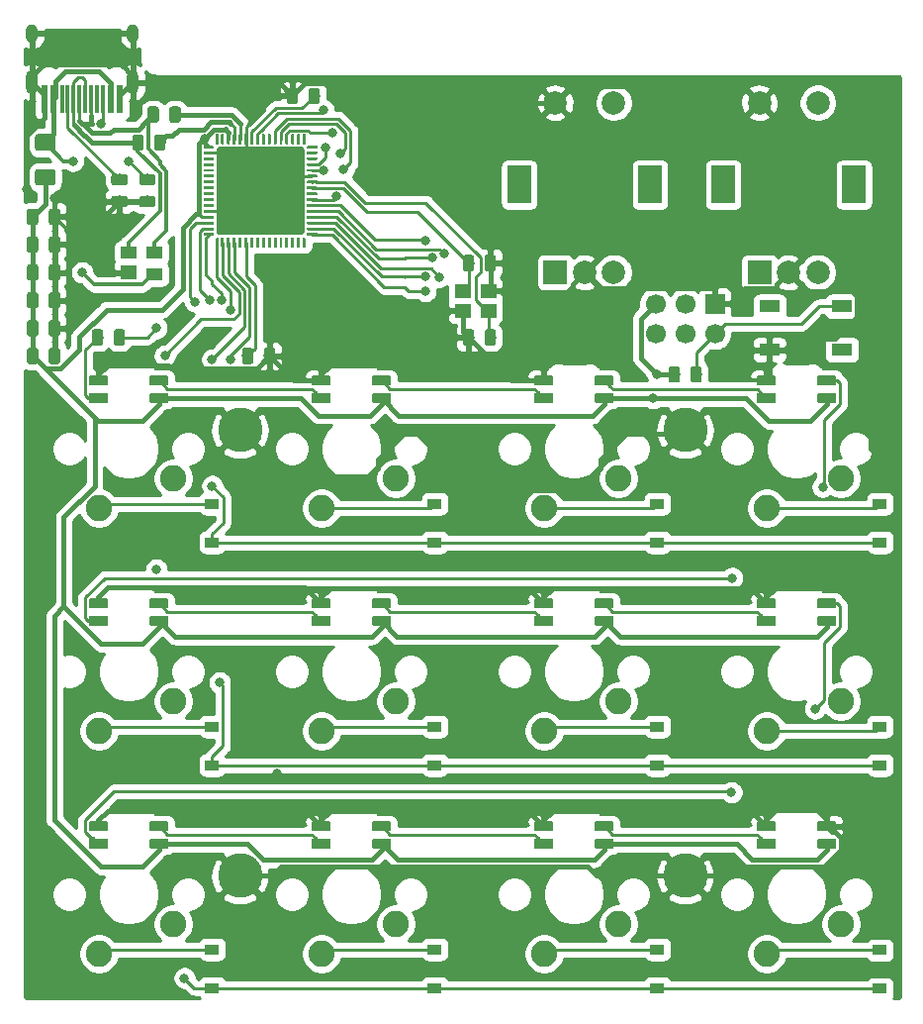
<source format=gbr>
%TF.GenerationSoftware,KiCad,Pcbnew,(5.1.4)-1*%
%TF.CreationDate,2024-03-23T03:19:33-07:00*%
%TF.ProjectId,macropad,6d616372-6f70-4616-942e-6b696361645f,rev?*%
%TF.SameCoordinates,Original*%
%TF.FileFunction,Copper,L2,Bot*%
%TF.FilePolarity,Positive*%
%FSLAX46Y46*%
G04 Gerber Fmt 4.6, Leading zero omitted, Abs format (unit mm)*
G04 Created by KiCad (PCBNEW (5.1.4)-1) date 2024-03-23 03:19:33*
%MOMM*%
%LPD*%
G04 APERTURE LIST*
%TA.AperFunction,SMDPad,CuDef*%
%ADD10C,0.179289*%
%TD*%
%TA.AperFunction,Conductor*%
%ADD11C,0.100000*%
%TD*%
%TA.AperFunction,SMDPad,CuDef*%
%ADD12C,0.250000*%
%TD*%
%TA.AperFunction,SMDPad,CuDef*%
%ADD13C,7.500000*%
%TD*%
%TA.AperFunction,SMDPad,CuDef*%
%ADD14R,1.400000X1.000000*%
%TD*%
%TA.AperFunction,SMDPad,CuDef*%
%ADD15R,1.400000X1.200000*%
%TD*%
%TA.AperFunction,ComponentPad*%
%ADD16C,2.250000*%
%TD*%
%TA.AperFunction,SMDPad,CuDef*%
%ADD17C,0.820000*%
%TD*%
%TA.AperFunction,SMDPad,CuDef*%
%ADD18C,0.975000*%
%TD*%
%TA.AperFunction,ComponentPad*%
%ADD19C,3.800000*%
%TD*%
%TA.AperFunction,SMDPad,CuDef*%
%ADD20R,0.600000X2.450000*%
%TD*%
%TA.AperFunction,SMDPad,CuDef*%
%ADD21R,0.300000X2.450000*%
%TD*%
%TA.AperFunction,ComponentPad*%
%ADD22O,1.000000X2.100000*%
%TD*%
%TA.AperFunction,ComponentPad*%
%ADD23O,1.000000X1.600000*%
%TD*%
%TA.AperFunction,ComponentPad*%
%ADD24R,2.000000X2.000000*%
%TD*%
%TA.AperFunction,ComponentPad*%
%ADD25C,2.000000*%
%TD*%
%TA.AperFunction,ComponentPad*%
%ADD26R,2.000000X3.200000*%
%TD*%
%TA.AperFunction,SMDPad,CuDef*%
%ADD27R,1.800000X1.100000*%
%TD*%
%TA.AperFunction,ComponentPad*%
%ADD28R,1.700000X1.700000*%
%TD*%
%TA.AperFunction,ComponentPad*%
%ADD29C,1.700000*%
%TD*%
%TA.AperFunction,SMDPad,CuDef*%
%ADD30C,1.425000*%
%TD*%
%TA.AperFunction,SMDPad,CuDef*%
%ADD31R,1.200000X0.900000*%
%TD*%
%TA.AperFunction,ViaPad*%
%ADD32C,0.800000*%
%TD*%
%TA.AperFunction,Conductor*%
%ADD33C,0.250000*%
%TD*%
%TA.AperFunction,Conductor*%
%ADD34C,0.385000*%
%TD*%
%TA.AperFunction,Conductor*%
%ADD35C,0.350000*%
%TD*%
%TA.AperFunction,Conductor*%
%ADD36C,0.254000*%
%TD*%
G04 APERTURE END LIST*
D10*
%TO.P,U1,64*%
%TO.N,+5V*%
X76718750Y-66268750D03*
D11*
%TD*%
%TO.N,+5V*%
%TO.C,U1*%
G36*
X76281250Y-66393750D02*
G01*
X76281250Y-66143750D01*
X77056250Y-66143750D01*
X77156250Y-66243750D01*
X77156250Y-66393750D01*
X76281250Y-66393750D01*
X76281250Y-66393750D01*
G37*
%TO.N,GND*%
%TO.C,U1*%
G36*
X77099876Y-66644051D02*
G01*
X77105943Y-66644951D01*
X77111893Y-66646441D01*
X77117668Y-66648508D01*
X77123212Y-66651130D01*
X77128473Y-66654283D01*
X77133400Y-66657937D01*
X77137944Y-66662056D01*
X77142063Y-66666600D01*
X77145717Y-66671527D01*
X77148870Y-66676788D01*
X77151492Y-66682332D01*
X77153559Y-66688107D01*
X77155049Y-66694057D01*
X77155949Y-66700124D01*
X77156250Y-66706250D01*
X77156250Y-66831250D01*
X77155949Y-66837376D01*
X77155049Y-66843443D01*
X77153559Y-66849393D01*
X77151492Y-66855168D01*
X77148870Y-66860712D01*
X77145717Y-66865973D01*
X77142063Y-66870900D01*
X77137944Y-66875444D01*
X77133400Y-66879563D01*
X77128473Y-66883217D01*
X77123212Y-66886370D01*
X77117668Y-66888992D01*
X77111893Y-66891059D01*
X77105943Y-66892549D01*
X77099876Y-66893449D01*
X77093750Y-66893750D01*
X76343750Y-66893750D01*
X76337624Y-66893449D01*
X76331557Y-66892549D01*
X76325607Y-66891059D01*
X76319832Y-66888992D01*
X76314288Y-66886370D01*
X76309027Y-66883217D01*
X76304100Y-66879563D01*
X76299556Y-66875444D01*
X76295437Y-66870900D01*
X76291783Y-66865973D01*
X76288630Y-66860712D01*
X76286008Y-66855168D01*
X76283941Y-66849393D01*
X76282451Y-66843443D01*
X76281551Y-66837376D01*
X76281250Y-66831250D01*
X76281250Y-66706250D01*
X76281551Y-66700124D01*
X76282451Y-66694057D01*
X76283941Y-66688107D01*
X76286008Y-66682332D01*
X76288630Y-66676788D01*
X76291783Y-66671527D01*
X76295437Y-66666600D01*
X76299556Y-66662056D01*
X76304100Y-66657937D01*
X76309027Y-66654283D01*
X76314288Y-66651130D01*
X76319832Y-66648508D01*
X76325607Y-66646441D01*
X76331557Y-66644951D01*
X76337624Y-66644051D01*
X76343750Y-66643750D01*
X77093750Y-66643750D01*
X77099876Y-66644051D01*
X77099876Y-66644051D01*
G37*
D12*
%TD*%
%TO.P,U1,63*%
%TO.N,GND*%
X76718750Y-66768750D03*
D11*
%TO.N,N/C*%
%TO.C,U1*%
G36*
X77099876Y-67144051D02*
G01*
X77105943Y-67144951D01*
X77111893Y-67146441D01*
X77117668Y-67148508D01*
X77123212Y-67151130D01*
X77128473Y-67154283D01*
X77133400Y-67157937D01*
X77137944Y-67162056D01*
X77142063Y-67166600D01*
X77145717Y-67171527D01*
X77148870Y-67176788D01*
X77151492Y-67182332D01*
X77153559Y-67188107D01*
X77155049Y-67194057D01*
X77155949Y-67200124D01*
X77156250Y-67206250D01*
X77156250Y-67331250D01*
X77155949Y-67337376D01*
X77155049Y-67343443D01*
X77153559Y-67349393D01*
X77151492Y-67355168D01*
X77148870Y-67360712D01*
X77145717Y-67365973D01*
X77142063Y-67370900D01*
X77137944Y-67375444D01*
X77133400Y-67379563D01*
X77128473Y-67383217D01*
X77123212Y-67386370D01*
X77117668Y-67388992D01*
X77111893Y-67391059D01*
X77105943Y-67392549D01*
X77099876Y-67393449D01*
X77093750Y-67393750D01*
X76343750Y-67393750D01*
X76337624Y-67393449D01*
X76331557Y-67392549D01*
X76325607Y-67391059D01*
X76319832Y-67388992D01*
X76314288Y-67386370D01*
X76309027Y-67383217D01*
X76304100Y-67379563D01*
X76299556Y-67375444D01*
X76295437Y-67370900D01*
X76291783Y-67365973D01*
X76288630Y-67360712D01*
X76286008Y-67355168D01*
X76283941Y-67349393D01*
X76282451Y-67343443D01*
X76281551Y-67337376D01*
X76281250Y-67331250D01*
X76281250Y-67206250D01*
X76281551Y-67200124D01*
X76282451Y-67194057D01*
X76283941Y-67188107D01*
X76286008Y-67182332D01*
X76288630Y-67176788D01*
X76291783Y-67171527D01*
X76295437Y-67166600D01*
X76299556Y-67162056D01*
X76304100Y-67157937D01*
X76309027Y-67154283D01*
X76314288Y-67151130D01*
X76319832Y-67148508D01*
X76325607Y-67146441D01*
X76331557Y-67144951D01*
X76337624Y-67144051D01*
X76343750Y-67143750D01*
X77093750Y-67143750D01*
X77099876Y-67144051D01*
X77099876Y-67144051D01*
G37*
D12*
%TD*%
%TO.P,U1,62*%
%TO.N,N/C*%
X76718750Y-67268750D03*
D11*
%TO.N,N/C*%
%TO.C,U1*%
G36*
X77099876Y-67644051D02*
G01*
X77105943Y-67644951D01*
X77111893Y-67646441D01*
X77117668Y-67648508D01*
X77123212Y-67651130D01*
X77128473Y-67654283D01*
X77133400Y-67657937D01*
X77137944Y-67662056D01*
X77142063Y-67666600D01*
X77145717Y-67671527D01*
X77148870Y-67676788D01*
X77151492Y-67682332D01*
X77153559Y-67688107D01*
X77155049Y-67694057D01*
X77155949Y-67700124D01*
X77156250Y-67706250D01*
X77156250Y-67831250D01*
X77155949Y-67837376D01*
X77155049Y-67843443D01*
X77153559Y-67849393D01*
X77151492Y-67855168D01*
X77148870Y-67860712D01*
X77145717Y-67865973D01*
X77142063Y-67870900D01*
X77137944Y-67875444D01*
X77133400Y-67879563D01*
X77128473Y-67883217D01*
X77123212Y-67886370D01*
X77117668Y-67888992D01*
X77111893Y-67891059D01*
X77105943Y-67892549D01*
X77099876Y-67893449D01*
X77093750Y-67893750D01*
X76343750Y-67893750D01*
X76337624Y-67893449D01*
X76331557Y-67892549D01*
X76325607Y-67891059D01*
X76319832Y-67888992D01*
X76314288Y-67886370D01*
X76309027Y-67883217D01*
X76304100Y-67879563D01*
X76299556Y-67875444D01*
X76295437Y-67870900D01*
X76291783Y-67865973D01*
X76288630Y-67860712D01*
X76286008Y-67855168D01*
X76283941Y-67849393D01*
X76282451Y-67843443D01*
X76281551Y-67837376D01*
X76281250Y-67831250D01*
X76281250Y-67706250D01*
X76281551Y-67700124D01*
X76282451Y-67694057D01*
X76283941Y-67688107D01*
X76286008Y-67682332D01*
X76288630Y-67676788D01*
X76291783Y-67671527D01*
X76295437Y-67666600D01*
X76299556Y-67662056D01*
X76304100Y-67657937D01*
X76309027Y-67654283D01*
X76314288Y-67651130D01*
X76319832Y-67648508D01*
X76325607Y-67646441D01*
X76331557Y-67644951D01*
X76337624Y-67644051D01*
X76343750Y-67643750D01*
X77093750Y-67643750D01*
X77099876Y-67644051D01*
X77099876Y-67644051D01*
G37*
D12*
%TD*%
%TO.P,U1,61*%
%TO.N,N/C*%
X76718750Y-67768750D03*
D11*
%TO.N,N/C*%
%TO.C,U1*%
G36*
X77099876Y-68144051D02*
G01*
X77105943Y-68144951D01*
X77111893Y-68146441D01*
X77117668Y-68148508D01*
X77123212Y-68151130D01*
X77128473Y-68154283D01*
X77133400Y-68157937D01*
X77137944Y-68162056D01*
X77142063Y-68166600D01*
X77145717Y-68171527D01*
X77148870Y-68176788D01*
X77151492Y-68182332D01*
X77153559Y-68188107D01*
X77155049Y-68194057D01*
X77155949Y-68200124D01*
X77156250Y-68206250D01*
X77156250Y-68331250D01*
X77155949Y-68337376D01*
X77155049Y-68343443D01*
X77153559Y-68349393D01*
X77151492Y-68355168D01*
X77148870Y-68360712D01*
X77145717Y-68365973D01*
X77142063Y-68370900D01*
X77137944Y-68375444D01*
X77133400Y-68379563D01*
X77128473Y-68383217D01*
X77123212Y-68386370D01*
X77117668Y-68388992D01*
X77111893Y-68391059D01*
X77105943Y-68392549D01*
X77099876Y-68393449D01*
X77093750Y-68393750D01*
X76343750Y-68393750D01*
X76337624Y-68393449D01*
X76331557Y-68392549D01*
X76325607Y-68391059D01*
X76319832Y-68388992D01*
X76314288Y-68386370D01*
X76309027Y-68383217D01*
X76304100Y-68379563D01*
X76299556Y-68375444D01*
X76295437Y-68370900D01*
X76291783Y-68365973D01*
X76288630Y-68360712D01*
X76286008Y-68355168D01*
X76283941Y-68349393D01*
X76282451Y-68343443D01*
X76281551Y-68337376D01*
X76281250Y-68331250D01*
X76281250Y-68206250D01*
X76281551Y-68200124D01*
X76282451Y-68194057D01*
X76283941Y-68188107D01*
X76286008Y-68182332D01*
X76288630Y-68176788D01*
X76291783Y-68171527D01*
X76295437Y-68166600D01*
X76299556Y-68162056D01*
X76304100Y-68157937D01*
X76309027Y-68154283D01*
X76314288Y-68151130D01*
X76319832Y-68148508D01*
X76325607Y-68146441D01*
X76331557Y-68144951D01*
X76337624Y-68144051D01*
X76343750Y-68143750D01*
X77093750Y-68143750D01*
X77099876Y-68144051D01*
X77099876Y-68144051D01*
G37*
D12*
%TD*%
%TO.P,U1,60*%
%TO.N,N/C*%
X76718750Y-68268750D03*
D11*
%TO.N,N/C*%
%TO.C,U1*%
G36*
X77099876Y-68644051D02*
G01*
X77105943Y-68644951D01*
X77111893Y-68646441D01*
X77117668Y-68648508D01*
X77123212Y-68651130D01*
X77128473Y-68654283D01*
X77133400Y-68657937D01*
X77137944Y-68662056D01*
X77142063Y-68666600D01*
X77145717Y-68671527D01*
X77148870Y-68676788D01*
X77151492Y-68682332D01*
X77153559Y-68688107D01*
X77155049Y-68694057D01*
X77155949Y-68700124D01*
X77156250Y-68706250D01*
X77156250Y-68831250D01*
X77155949Y-68837376D01*
X77155049Y-68843443D01*
X77153559Y-68849393D01*
X77151492Y-68855168D01*
X77148870Y-68860712D01*
X77145717Y-68865973D01*
X77142063Y-68870900D01*
X77137944Y-68875444D01*
X77133400Y-68879563D01*
X77128473Y-68883217D01*
X77123212Y-68886370D01*
X77117668Y-68888992D01*
X77111893Y-68891059D01*
X77105943Y-68892549D01*
X77099876Y-68893449D01*
X77093750Y-68893750D01*
X76343750Y-68893750D01*
X76337624Y-68893449D01*
X76331557Y-68892549D01*
X76325607Y-68891059D01*
X76319832Y-68888992D01*
X76314288Y-68886370D01*
X76309027Y-68883217D01*
X76304100Y-68879563D01*
X76299556Y-68875444D01*
X76295437Y-68870900D01*
X76291783Y-68865973D01*
X76288630Y-68860712D01*
X76286008Y-68855168D01*
X76283941Y-68849393D01*
X76282451Y-68843443D01*
X76281551Y-68837376D01*
X76281250Y-68831250D01*
X76281250Y-68706250D01*
X76281551Y-68700124D01*
X76282451Y-68694057D01*
X76283941Y-68688107D01*
X76286008Y-68682332D01*
X76288630Y-68676788D01*
X76291783Y-68671527D01*
X76295437Y-68666600D01*
X76299556Y-68662056D01*
X76304100Y-68657937D01*
X76309027Y-68654283D01*
X76314288Y-68651130D01*
X76319832Y-68648508D01*
X76325607Y-68646441D01*
X76331557Y-68644951D01*
X76337624Y-68644051D01*
X76343750Y-68643750D01*
X77093750Y-68643750D01*
X77099876Y-68644051D01*
X77099876Y-68644051D01*
G37*
D12*
%TD*%
%TO.P,U1,59*%
%TO.N,N/C*%
X76718750Y-68768750D03*
D11*
%TO.N,N/C*%
%TO.C,U1*%
G36*
X77099876Y-69144051D02*
G01*
X77105943Y-69144951D01*
X77111893Y-69146441D01*
X77117668Y-69148508D01*
X77123212Y-69151130D01*
X77128473Y-69154283D01*
X77133400Y-69157937D01*
X77137944Y-69162056D01*
X77142063Y-69166600D01*
X77145717Y-69171527D01*
X77148870Y-69176788D01*
X77151492Y-69182332D01*
X77153559Y-69188107D01*
X77155049Y-69194057D01*
X77155949Y-69200124D01*
X77156250Y-69206250D01*
X77156250Y-69331250D01*
X77155949Y-69337376D01*
X77155049Y-69343443D01*
X77153559Y-69349393D01*
X77151492Y-69355168D01*
X77148870Y-69360712D01*
X77145717Y-69365973D01*
X77142063Y-69370900D01*
X77137944Y-69375444D01*
X77133400Y-69379563D01*
X77128473Y-69383217D01*
X77123212Y-69386370D01*
X77117668Y-69388992D01*
X77111893Y-69391059D01*
X77105943Y-69392549D01*
X77099876Y-69393449D01*
X77093750Y-69393750D01*
X76343750Y-69393750D01*
X76337624Y-69393449D01*
X76331557Y-69392549D01*
X76325607Y-69391059D01*
X76319832Y-69388992D01*
X76314288Y-69386370D01*
X76309027Y-69383217D01*
X76304100Y-69379563D01*
X76299556Y-69375444D01*
X76295437Y-69370900D01*
X76291783Y-69365973D01*
X76288630Y-69360712D01*
X76286008Y-69355168D01*
X76283941Y-69349393D01*
X76282451Y-69343443D01*
X76281551Y-69337376D01*
X76281250Y-69331250D01*
X76281250Y-69206250D01*
X76281551Y-69200124D01*
X76282451Y-69194057D01*
X76283941Y-69188107D01*
X76286008Y-69182332D01*
X76288630Y-69176788D01*
X76291783Y-69171527D01*
X76295437Y-69166600D01*
X76299556Y-69162056D01*
X76304100Y-69157937D01*
X76309027Y-69154283D01*
X76314288Y-69151130D01*
X76319832Y-69148508D01*
X76325607Y-69146441D01*
X76331557Y-69144951D01*
X76337624Y-69144051D01*
X76343750Y-69143750D01*
X77093750Y-69143750D01*
X77099876Y-69144051D01*
X77099876Y-69144051D01*
G37*
D12*
%TD*%
%TO.P,U1,58*%
%TO.N,N/C*%
X76718750Y-69268750D03*
D11*
%TO.N,N/C*%
%TO.C,U1*%
G36*
X77099876Y-69644051D02*
G01*
X77105943Y-69644951D01*
X77111893Y-69646441D01*
X77117668Y-69648508D01*
X77123212Y-69651130D01*
X77128473Y-69654283D01*
X77133400Y-69657937D01*
X77137944Y-69662056D01*
X77142063Y-69666600D01*
X77145717Y-69671527D01*
X77148870Y-69676788D01*
X77151492Y-69682332D01*
X77153559Y-69688107D01*
X77155049Y-69694057D01*
X77155949Y-69700124D01*
X77156250Y-69706250D01*
X77156250Y-69831250D01*
X77155949Y-69837376D01*
X77155049Y-69843443D01*
X77153559Y-69849393D01*
X77151492Y-69855168D01*
X77148870Y-69860712D01*
X77145717Y-69865973D01*
X77142063Y-69870900D01*
X77137944Y-69875444D01*
X77133400Y-69879563D01*
X77128473Y-69883217D01*
X77123212Y-69886370D01*
X77117668Y-69888992D01*
X77111893Y-69891059D01*
X77105943Y-69892549D01*
X77099876Y-69893449D01*
X77093750Y-69893750D01*
X76343750Y-69893750D01*
X76337624Y-69893449D01*
X76331557Y-69892549D01*
X76325607Y-69891059D01*
X76319832Y-69888992D01*
X76314288Y-69886370D01*
X76309027Y-69883217D01*
X76304100Y-69879563D01*
X76299556Y-69875444D01*
X76295437Y-69870900D01*
X76291783Y-69865973D01*
X76288630Y-69860712D01*
X76286008Y-69855168D01*
X76283941Y-69849393D01*
X76282451Y-69843443D01*
X76281551Y-69837376D01*
X76281250Y-69831250D01*
X76281250Y-69706250D01*
X76281551Y-69700124D01*
X76282451Y-69694057D01*
X76283941Y-69688107D01*
X76286008Y-69682332D01*
X76288630Y-69676788D01*
X76291783Y-69671527D01*
X76295437Y-69666600D01*
X76299556Y-69662056D01*
X76304100Y-69657937D01*
X76309027Y-69654283D01*
X76314288Y-69651130D01*
X76319832Y-69648508D01*
X76325607Y-69646441D01*
X76331557Y-69644951D01*
X76337624Y-69644051D01*
X76343750Y-69643750D01*
X77093750Y-69643750D01*
X77099876Y-69644051D01*
X77099876Y-69644051D01*
G37*
D12*
%TD*%
%TO.P,U1,57*%
%TO.N,N/C*%
X76718750Y-69768750D03*
D11*
%TO.N,N/C*%
%TO.C,U1*%
G36*
X77099876Y-70144051D02*
G01*
X77105943Y-70144951D01*
X77111893Y-70146441D01*
X77117668Y-70148508D01*
X77123212Y-70151130D01*
X77128473Y-70154283D01*
X77133400Y-70157937D01*
X77137944Y-70162056D01*
X77142063Y-70166600D01*
X77145717Y-70171527D01*
X77148870Y-70176788D01*
X77151492Y-70182332D01*
X77153559Y-70188107D01*
X77155049Y-70194057D01*
X77155949Y-70200124D01*
X77156250Y-70206250D01*
X77156250Y-70331250D01*
X77155949Y-70337376D01*
X77155049Y-70343443D01*
X77153559Y-70349393D01*
X77151492Y-70355168D01*
X77148870Y-70360712D01*
X77145717Y-70365973D01*
X77142063Y-70370900D01*
X77137944Y-70375444D01*
X77133400Y-70379563D01*
X77128473Y-70383217D01*
X77123212Y-70386370D01*
X77117668Y-70388992D01*
X77111893Y-70391059D01*
X77105943Y-70392549D01*
X77099876Y-70393449D01*
X77093750Y-70393750D01*
X76343750Y-70393750D01*
X76337624Y-70393449D01*
X76331557Y-70392549D01*
X76325607Y-70391059D01*
X76319832Y-70388992D01*
X76314288Y-70386370D01*
X76309027Y-70383217D01*
X76304100Y-70379563D01*
X76299556Y-70375444D01*
X76295437Y-70370900D01*
X76291783Y-70365973D01*
X76288630Y-70360712D01*
X76286008Y-70355168D01*
X76283941Y-70349393D01*
X76282451Y-70343443D01*
X76281551Y-70337376D01*
X76281250Y-70331250D01*
X76281250Y-70206250D01*
X76281551Y-70200124D01*
X76282451Y-70194057D01*
X76283941Y-70188107D01*
X76286008Y-70182332D01*
X76288630Y-70176788D01*
X76291783Y-70171527D01*
X76295437Y-70166600D01*
X76299556Y-70162056D01*
X76304100Y-70157937D01*
X76309027Y-70154283D01*
X76314288Y-70151130D01*
X76319832Y-70148508D01*
X76325607Y-70146441D01*
X76331557Y-70144951D01*
X76337624Y-70144051D01*
X76343750Y-70143750D01*
X77093750Y-70143750D01*
X77099876Y-70144051D01*
X77099876Y-70144051D01*
G37*
D12*
%TD*%
%TO.P,U1,56*%
%TO.N,N/C*%
X76718750Y-70268750D03*
D11*
%TO.N,N/C*%
%TO.C,U1*%
G36*
X77099876Y-70644051D02*
G01*
X77105943Y-70644951D01*
X77111893Y-70646441D01*
X77117668Y-70648508D01*
X77123212Y-70651130D01*
X77128473Y-70654283D01*
X77133400Y-70657937D01*
X77137944Y-70662056D01*
X77142063Y-70666600D01*
X77145717Y-70671527D01*
X77148870Y-70676788D01*
X77151492Y-70682332D01*
X77153559Y-70688107D01*
X77155049Y-70694057D01*
X77155949Y-70700124D01*
X77156250Y-70706250D01*
X77156250Y-70831250D01*
X77155949Y-70837376D01*
X77155049Y-70843443D01*
X77153559Y-70849393D01*
X77151492Y-70855168D01*
X77148870Y-70860712D01*
X77145717Y-70865973D01*
X77142063Y-70870900D01*
X77137944Y-70875444D01*
X77133400Y-70879563D01*
X77128473Y-70883217D01*
X77123212Y-70886370D01*
X77117668Y-70888992D01*
X77111893Y-70891059D01*
X77105943Y-70892549D01*
X77099876Y-70893449D01*
X77093750Y-70893750D01*
X76343750Y-70893750D01*
X76337624Y-70893449D01*
X76331557Y-70892549D01*
X76325607Y-70891059D01*
X76319832Y-70888992D01*
X76314288Y-70886370D01*
X76309027Y-70883217D01*
X76304100Y-70879563D01*
X76299556Y-70875444D01*
X76295437Y-70870900D01*
X76291783Y-70865973D01*
X76288630Y-70860712D01*
X76286008Y-70855168D01*
X76283941Y-70849393D01*
X76282451Y-70843443D01*
X76281551Y-70837376D01*
X76281250Y-70831250D01*
X76281250Y-70706250D01*
X76281551Y-70700124D01*
X76282451Y-70694057D01*
X76283941Y-70688107D01*
X76286008Y-70682332D01*
X76288630Y-70676788D01*
X76291783Y-70671527D01*
X76295437Y-70666600D01*
X76299556Y-70662056D01*
X76304100Y-70657937D01*
X76309027Y-70654283D01*
X76314288Y-70651130D01*
X76319832Y-70648508D01*
X76325607Y-70646441D01*
X76331557Y-70644951D01*
X76337624Y-70644051D01*
X76343750Y-70643750D01*
X77093750Y-70643750D01*
X77099876Y-70644051D01*
X77099876Y-70644051D01*
G37*
D12*
%TD*%
%TO.P,U1,55*%
%TO.N,N/C*%
X76718750Y-70768750D03*
D11*
%TO.N,N/C*%
%TO.C,U1*%
G36*
X77099876Y-71144051D02*
G01*
X77105943Y-71144951D01*
X77111893Y-71146441D01*
X77117668Y-71148508D01*
X77123212Y-71151130D01*
X77128473Y-71154283D01*
X77133400Y-71157937D01*
X77137944Y-71162056D01*
X77142063Y-71166600D01*
X77145717Y-71171527D01*
X77148870Y-71176788D01*
X77151492Y-71182332D01*
X77153559Y-71188107D01*
X77155049Y-71194057D01*
X77155949Y-71200124D01*
X77156250Y-71206250D01*
X77156250Y-71331250D01*
X77155949Y-71337376D01*
X77155049Y-71343443D01*
X77153559Y-71349393D01*
X77151492Y-71355168D01*
X77148870Y-71360712D01*
X77145717Y-71365973D01*
X77142063Y-71370900D01*
X77137944Y-71375444D01*
X77133400Y-71379563D01*
X77128473Y-71383217D01*
X77123212Y-71386370D01*
X77117668Y-71388992D01*
X77111893Y-71391059D01*
X77105943Y-71392549D01*
X77099876Y-71393449D01*
X77093750Y-71393750D01*
X76343750Y-71393750D01*
X76337624Y-71393449D01*
X76331557Y-71392549D01*
X76325607Y-71391059D01*
X76319832Y-71388992D01*
X76314288Y-71386370D01*
X76309027Y-71383217D01*
X76304100Y-71379563D01*
X76299556Y-71375444D01*
X76295437Y-71370900D01*
X76291783Y-71365973D01*
X76288630Y-71360712D01*
X76286008Y-71355168D01*
X76283941Y-71349393D01*
X76282451Y-71343443D01*
X76281551Y-71337376D01*
X76281250Y-71331250D01*
X76281250Y-71206250D01*
X76281551Y-71200124D01*
X76282451Y-71194057D01*
X76283941Y-71188107D01*
X76286008Y-71182332D01*
X76288630Y-71176788D01*
X76291783Y-71171527D01*
X76295437Y-71166600D01*
X76299556Y-71162056D01*
X76304100Y-71157937D01*
X76309027Y-71154283D01*
X76314288Y-71151130D01*
X76319832Y-71148508D01*
X76325607Y-71146441D01*
X76331557Y-71144951D01*
X76337624Y-71144051D01*
X76343750Y-71143750D01*
X77093750Y-71143750D01*
X77099876Y-71144051D01*
X77099876Y-71144051D01*
G37*
D12*
%TD*%
%TO.P,U1,54*%
%TO.N,N/C*%
X76718750Y-71268750D03*
D11*
%TO.N,GND*%
%TO.C,U1*%
G36*
X77099876Y-71644051D02*
G01*
X77105943Y-71644951D01*
X77111893Y-71646441D01*
X77117668Y-71648508D01*
X77123212Y-71651130D01*
X77128473Y-71654283D01*
X77133400Y-71657937D01*
X77137944Y-71662056D01*
X77142063Y-71666600D01*
X77145717Y-71671527D01*
X77148870Y-71676788D01*
X77151492Y-71682332D01*
X77153559Y-71688107D01*
X77155049Y-71694057D01*
X77155949Y-71700124D01*
X77156250Y-71706250D01*
X77156250Y-71831250D01*
X77155949Y-71837376D01*
X77155049Y-71843443D01*
X77153559Y-71849393D01*
X77151492Y-71855168D01*
X77148870Y-71860712D01*
X77145717Y-71865973D01*
X77142063Y-71870900D01*
X77137944Y-71875444D01*
X77133400Y-71879563D01*
X77128473Y-71883217D01*
X77123212Y-71886370D01*
X77117668Y-71888992D01*
X77111893Y-71891059D01*
X77105943Y-71892549D01*
X77099876Y-71893449D01*
X77093750Y-71893750D01*
X76343750Y-71893750D01*
X76337624Y-71893449D01*
X76331557Y-71892549D01*
X76325607Y-71891059D01*
X76319832Y-71888992D01*
X76314288Y-71886370D01*
X76309027Y-71883217D01*
X76304100Y-71879563D01*
X76299556Y-71875444D01*
X76295437Y-71870900D01*
X76291783Y-71865973D01*
X76288630Y-71860712D01*
X76286008Y-71855168D01*
X76283941Y-71849393D01*
X76282451Y-71843443D01*
X76281551Y-71837376D01*
X76281250Y-71831250D01*
X76281250Y-71706250D01*
X76281551Y-71700124D01*
X76282451Y-71694057D01*
X76283941Y-71688107D01*
X76286008Y-71682332D01*
X76288630Y-71676788D01*
X76291783Y-71671527D01*
X76295437Y-71666600D01*
X76299556Y-71662056D01*
X76304100Y-71657937D01*
X76309027Y-71654283D01*
X76314288Y-71651130D01*
X76319832Y-71648508D01*
X76325607Y-71646441D01*
X76331557Y-71644951D01*
X76337624Y-71644051D01*
X76343750Y-71643750D01*
X77093750Y-71643750D01*
X77099876Y-71644051D01*
X77099876Y-71644051D01*
G37*
D12*
%TD*%
%TO.P,U1,53*%
%TO.N,GND*%
X76718750Y-71768750D03*
D11*
%TO.N,+5V*%
%TO.C,U1*%
G36*
X77099876Y-72144051D02*
G01*
X77105943Y-72144951D01*
X77111893Y-72146441D01*
X77117668Y-72148508D01*
X77123212Y-72151130D01*
X77128473Y-72154283D01*
X77133400Y-72157937D01*
X77137944Y-72162056D01*
X77142063Y-72166600D01*
X77145717Y-72171527D01*
X77148870Y-72176788D01*
X77151492Y-72182332D01*
X77153559Y-72188107D01*
X77155049Y-72194057D01*
X77155949Y-72200124D01*
X77156250Y-72206250D01*
X77156250Y-72331250D01*
X77155949Y-72337376D01*
X77155049Y-72343443D01*
X77153559Y-72349393D01*
X77151492Y-72355168D01*
X77148870Y-72360712D01*
X77145717Y-72365973D01*
X77142063Y-72370900D01*
X77137944Y-72375444D01*
X77133400Y-72379563D01*
X77128473Y-72383217D01*
X77123212Y-72386370D01*
X77117668Y-72388992D01*
X77111893Y-72391059D01*
X77105943Y-72392549D01*
X77099876Y-72393449D01*
X77093750Y-72393750D01*
X76343750Y-72393750D01*
X76337624Y-72393449D01*
X76331557Y-72392549D01*
X76325607Y-72391059D01*
X76319832Y-72388992D01*
X76314288Y-72386370D01*
X76309027Y-72383217D01*
X76304100Y-72379563D01*
X76299556Y-72375444D01*
X76295437Y-72370900D01*
X76291783Y-72365973D01*
X76288630Y-72360712D01*
X76286008Y-72355168D01*
X76283941Y-72349393D01*
X76282451Y-72343443D01*
X76281551Y-72337376D01*
X76281250Y-72331250D01*
X76281250Y-72206250D01*
X76281551Y-72200124D01*
X76282451Y-72194057D01*
X76283941Y-72188107D01*
X76286008Y-72182332D01*
X76288630Y-72176788D01*
X76291783Y-72171527D01*
X76295437Y-72166600D01*
X76299556Y-72162056D01*
X76304100Y-72157937D01*
X76309027Y-72154283D01*
X76314288Y-72151130D01*
X76319832Y-72148508D01*
X76325607Y-72146441D01*
X76331557Y-72144951D01*
X76337624Y-72144051D01*
X76343750Y-72143750D01*
X77093750Y-72143750D01*
X77099876Y-72144051D01*
X77099876Y-72144051D01*
G37*
D12*
%TD*%
%TO.P,U1,52*%
%TO.N,+5V*%
X76718750Y-72268750D03*
D11*
%TO.N,Col1*%
%TO.C,U1*%
G36*
X77099876Y-72644051D02*
G01*
X77105943Y-72644951D01*
X77111893Y-72646441D01*
X77117668Y-72648508D01*
X77123212Y-72651130D01*
X77128473Y-72654283D01*
X77133400Y-72657937D01*
X77137944Y-72662056D01*
X77142063Y-72666600D01*
X77145717Y-72671527D01*
X77148870Y-72676788D01*
X77151492Y-72682332D01*
X77153559Y-72688107D01*
X77155049Y-72694057D01*
X77155949Y-72700124D01*
X77156250Y-72706250D01*
X77156250Y-72831250D01*
X77155949Y-72837376D01*
X77155049Y-72843443D01*
X77153559Y-72849393D01*
X77151492Y-72855168D01*
X77148870Y-72860712D01*
X77145717Y-72865973D01*
X77142063Y-72870900D01*
X77137944Y-72875444D01*
X77133400Y-72879563D01*
X77128473Y-72883217D01*
X77123212Y-72886370D01*
X77117668Y-72888992D01*
X77111893Y-72891059D01*
X77105943Y-72892549D01*
X77099876Y-72893449D01*
X77093750Y-72893750D01*
X76343750Y-72893750D01*
X76337624Y-72893449D01*
X76331557Y-72892549D01*
X76325607Y-72891059D01*
X76319832Y-72888992D01*
X76314288Y-72886370D01*
X76309027Y-72883217D01*
X76304100Y-72879563D01*
X76299556Y-72875444D01*
X76295437Y-72870900D01*
X76291783Y-72865973D01*
X76288630Y-72860712D01*
X76286008Y-72855168D01*
X76283941Y-72849393D01*
X76282451Y-72843443D01*
X76281551Y-72837376D01*
X76281250Y-72831250D01*
X76281250Y-72706250D01*
X76281551Y-72700124D01*
X76282451Y-72694057D01*
X76283941Y-72688107D01*
X76286008Y-72682332D01*
X76288630Y-72676788D01*
X76291783Y-72671527D01*
X76295437Y-72666600D01*
X76299556Y-72662056D01*
X76304100Y-72657937D01*
X76309027Y-72654283D01*
X76314288Y-72651130D01*
X76319832Y-72648508D01*
X76325607Y-72646441D01*
X76331557Y-72644951D01*
X76337624Y-72644051D01*
X76343750Y-72643750D01*
X77093750Y-72643750D01*
X77099876Y-72644051D01*
X77099876Y-72644051D01*
G37*
D12*
%TD*%
%TO.P,U1,51*%
%TO.N,Col1*%
X76718750Y-72768750D03*
D11*
%TO.N,Col2*%
%TO.C,U1*%
G36*
X77099876Y-73144051D02*
G01*
X77105943Y-73144951D01*
X77111893Y-73146441D01*
X77117668Y-73148508D01*
X77123212Y-73151130D01*
X77128473Y-73154283D01*
X77133400Y-73157937D01*
X77137944Y-73162056D01*
X77142063Y-73166600D01*
X77145717Y-73171527D01*
X77148870Y-73176788D01*
X77151492Y-73182332D01*
X77153559Y-73188107D01*
X77155049Y-73194057D01*
X77155949Y-73200124D01*
X77156250Y-73206250D01*
X77156250Y-73331250D01*
X77155949Y-73337376D01*
X77155049Y-73343443D01*
X77153559Y-73349393D01*
X77151492Y-73355168D01*
X77148870Y-73360712D01*
X77145717Y-73365973D01*
X77142063Y-73370900D01*
X77137944Y-73375444D01*
X77133400Y-73379563D01*
X77128473Y-73383217D01*
X77123212Y-73386370D01*
X77117668Y-73388992D01*
X77111893Y-73391059D01*
X77105943Y-73392549D01*
X77099876Y-73393449D01*
X77093750Y-73393750D01*
X76343750Y-73393750D01*
X76337624Y-73393449D01*
X76331557Y-73392549D01*
X76325607Y-73391059D01*
X76319832Y-73388992D01*
X76314288Y-73386370D01*
X76309027Y-73383217D01*
X76304100Y-73379563D01*
X76299556Y-73375444D01*
X76295437Y-73370900D01*
X76291783Y-73365973D01*
X76288630Y-73360712D01*
X76286008Y-73355168D01*
X76283941Y-73349393D01*
X76282451Y-73343443D01*
X76281551Y-73337376D01*
X76281250Y-73331250D01*
X76281250Y-73206250D01*
X76281551Y-73200124D01*
X76282451Y-73194057D01*
X76283941Y-73188107D01*
X76286008Y-73182332D01*
X76288630Y-73176788D01*
X76291783Y-73171527D01*
X76295437Y-73166600D01*
X76299556Y-73162056D01*
X76304100Y-73157937D01*
X76309027Y-73154283D01*
X76314288Y-73151130D01*
X76319832Y-73148508D01*
X76325607Y-73146441D01*
X76331557Y-73144951D01*
X76337624Y-73144051D01*
X76343750Y-73143750D01*
X77093750Y-73143750D01*
X77099876Y-73144051D01*
X77099876Y-73144051D01*
G37*
D12*
%TD*%
%TO.P,U1,50*%
%TO.N,Col2*%
X76718750Y-73268750D03*
D10*
%TO.P,U1,49*%
%TO.N,Col3*%
X76718750Y-73768750D03*
D11*
%TD*%
%TO.N,Col3*%
%TO.C,U1*%
G36*
X77056250Y-73893750D02*
G01*
X76281250Y-73893750D01*
X76281250Y-73643750D01*
X77156250Y-73643750D01*
X77156250Y-73793750D01*
X77056250Y-73893750D01*
X77056250Y-73893750D01*
G37*
D10*
%TO.P,U1,48*%
%TO.N,Col4*%
X77381250Y-74431250D03*
D11*
%TD*%
%TO.N,Col4*%
%TO.C,U1*%
G36*
X77256250Y-74868750D02*
G01*
X77256250Y-74093750D01*
X77356250Y-73993750D01*
X77506250Y-73993750D01*
X77506250Y-74868750D01*
X77256250Y-74868750D01*
X77256250Y-74868750D01*
G37*
%TO.N,Row1*%
%TO.C,U1*%
G36*
X77949876Y-73994051D02*
G01*
X77955943Y-73994951D01*
X77961893Y-73996441D01*
X77967668Y-73998508D01*
X77973212Y-74001130D01*
X77978473Y-74004283D01*
X77983400Y-74007937D01*
X77987944Y-74012056D01*
X77992063Y-74016600D01*
X77995717Y-74021527D01*
X77998870Y-74026788D01*
X78001492Y-74032332D01*
X78003559Y-74038107D01*
X78005049Y-74044057D01*
X78005949Y-74050124D01*
X78006250Y-74056250D01*
X78006250Y-74806250D01*
X78005949Y-74812376D01*
X78005049Y-74818443D01*
X78003559Y-74824393D01*
X78001492Y-74830168D01*
X77998870Y-74835712D01*
X77995717Y-74840973D01*
X77992063Y-74845900D01*
X77987944Y-74850444D01*
X77983400Y-74854563D01*
X77978473Y-74858217D01*
X77973212Y-74861370D01*
X77967668Y-74863992D01*
X77961893Y-74866059D01*
X77955943Y-74867549D01*
X77949876Y-74868449D01*
X77943750Y-74868750D01*
X77818750Y-74868750D01*
X77812624Y-74868449D01*
X77806557Y-74867549D01*
X77800607Y-74866059D01*
X77794832Y-74863992D01*
X77789288Y-74861370D01*
X77784027Y-74858217D01*
X77779100Y-74854563D01*
X77774556Y-74850444D01*
X77770437Y-74845900D01*
X77766783Y-74840973D01*
X77763630Y-74835712D01*
X77761008Y-74830168D01*
X77758941Y-74824393D01*
X77757451Y-74818443D01*
X77756551Y-74812376D01*
X77756250Y-74806250D01*
X77756250Y-74056250D01*
X77756551Y-74050124D01*
X77757451Y-74044057D01*
X77758941Y-74038107D01*
X77761008Y-74032332D01*
X77763630Y-74026788D01*
X77766783Y-74021527D01*
X77770437Y-74016600D01*
X77774556Y-74012056D01*
X77779100Y-74007937D01*
X77784027Y-74004283D01*
X77789288Y-74001130D01*
X77794832Y-73998508D01*
X77800607Y-73996441D01*
X77806557Y-73994951D01*
X77812624Y-73994051D01*
X77818750Y-73993750D01*
X77943750Y-73993750D01*
X77949876Y-73994051D01*
X77949876Y-73994051D01*
G37*
D12*
%TD*%
%TO.P,U1,47*%
%TO.N,Row1*%
X77881250Y-74431250D03*
D11*
%TO.N,Row2*%
%TO.C,U1*%
G36*
X78449876Y-73994051D02*
G01*
X78455943Y-73994951D01*
X78461893Y-73996441D01*
X78467668Y-73998508D01*
X78473212Y-74001130D01*
X78478473Y-74004283D01*
X78483400Y-74007937D01*
X78487944Y-74012056D01*
X78492063Y-74016600D01*
X78495717Y-74021527D01*
X78498870Y-74026788D01*
X78501492Y-74032332D01*
X78503559Y-74038107D01*
X78505049Y-74044057D01*
X78505949Y-74050124D01*
X78506250Y-74056250D01*
X78506250Y-74806250D01*
X78505949Y-74812376D01*
X78505049Y-74818443D01*
X78503559Y-74824393D01*
X78501492Y-74830168D01*
X78498870Y-74835712D01*
X78495717Y-74840973D01*
X78492063Y-74845900D01*
X78487944Y-74850444D01*
X78483400Y-74854563D01*
X78478473Y-74858217D01*
X78473212Y-74861370D01*
X78467668Y-74863992D01*
X78461893Y-74866059D01*
X78455943Y-74867549D01*
X78449876Y-74868449D01*
X78443750Y-74868750D01*
X78318750Y-74868750D01*
X78312624Y-74868449D01*
X78306557Y-74867549D01*
X78300607Y-74866059D01*
X78294832Y-74863992D01*
X78289288Y-74861370D01*
X78284027Y-74858217D01*
X78279100Y-74854563D01*
X78274556Y-74850444D01*
X78270437Y-74845900D01*
X78266783Y-74840973D01*
X78263630Y-74835712D01*
X78261008Y-74830168D01*
X78258941Y-74824393D01*
X78257451Y-74818443D01*
X78256551Y-74812376D01*
X78256250Y-74806250D01*
X78256250Y-74056250D01*
X78256551Y-74050124D01*
X78257451Y-74044057D01*
X78258941Y-74038107D01*
X78261008Y-74032332D01*
X78263630Y-74026788D01*
X78266783Y-74021527D01*
X78270437Y-74016600D01*
X78274556Y-74012056D01*
X78279100Y-74007937D01*
X78284027Y-74004283D01*
X78289288Y-74001130D01*
X78294832Y-73998508D01*
X78300607Y-73996441D01*
X78306557Y-73994951D01*
X78312624Y-73994051D01*
X78318750Y-73993750D01*
X78443750Y-73993750D01*
X78449876Y-73994051D01*
X78449876Y-73994051D01*
G37*
D12*
%TD*%
%TO.P,U1,46*%
%TO.N,Row2*%
X78381250Y-74431250D03*
D11*
%TO.N,Row3*%
%TO.C,U1*%
G36*
X78949876Y-73994051D02*
G01*
X78955943Y-73994951D01*
X78961893Y-73996441D01*
X78967668Y-73998508D01*
X78973212Y-74001130D01*
X78978473Y-74004283D01*
X78983400Y-74007937D01*
X78987944Y-74012056D01*
X78992063Y-74016600D01*
X78995717Y-74021527D01*
X78998870Y-74026788D01*
X79001492Y-74032332D01*
X79003559Y-74038107D01*
X79005049Y-74044057D01*
X79005949Y-74050124D01*
X79006250Y-74056250D01*
X79006250Y-74806250D01*
X79005949Y-74812376D01*
X79005049Y-74818443D01*
X79003559Y-74824393D01*
X79001492Y-74830168D01*
X78998870Y-74835712D01*
X78995717Y-74840973D01*
X78992063Y-74845900D01*
X78987944Y-74850444D01*
X78983400Y-74854563D01*
X78978473Y-74858217D01*
X78973212Y-74861370D01*
X78967668Y-74863992D01*
X78961893Y-74866059D01*
X78955943Y-74867549D01*
X78949876Y-74868449D01*
X78943750Y-74868750D01*
X78818750Y-74868750D01*
X78812624Y-74868449D01*
X78806557Y-74867549D01*
X78800607Y-74866059D01*
X78794832Y-74863992D01*
X78789288Y-74861370D01*
X78784027Y-74858217D01*
X78779100Y-74854563D01*
X78774556Y-74850444D01*
X78770437Y-74845900D01*
X78766783Y-74840973D01*
X78763630Y-74835712D01*
X78761008Y-74830168D01*
X78758941Y-74824393D01*
X78757451Y-74818443D01*
X78756551Y-74812376D01*
X78756250Y-74806250D01*
X78756250Y-74056250D01*
X78756551Y-74050124D01*
X78757451Y-74044057D01*
X78758941Y-74038107D01*
X78761008Y-74032332D01*
X78763630Y-74026788D01*
X78766783Y-74021527D01*
X78770437Y-74016600D01*
X78774556Y-74012056D01*
X78779100Y-74007937D01*
X78784027Y-74004283D01*
X78789288Y-74001130D01*
X78794832Y-73998508D01*
X78800607Y-73996441D01*
X78806557Y-73994951D01*
X78812624Y-73994051D01*
X78818750Y-73993750D01*
X78943750Y-73993750D01*
X78949876Y-73994051D01*
X78949876Y-73994051D01*
G37*
D12*
%TD*%
%TO.P,U1,45*%
%TO.N,Row3*%
X78881250Y-74431250D03*
D11*
%TO.N,N/C*%
%TO.C,U1*%
G36*
X79449876Y-73994051D02*
G01*
X79455943Y-73994951D01*
X79461893Y-73996441D01*
X79467668Y-73998508D01*
X79473212Y-74001130D01*
X79478473Y-74004283D01*
X79483400Y-74007937D01*
X79487944Y-74012056D01*
X79492063Y-74016600D01*
X79495717Y-74021527D01*
X79498870Y-74026788D01*
X79501492Y-74032332D01*
X79503559Y-74038107D01*
X79505049Y-74044057D01*
X79505949Y-74050124D01*
X79506250Y-74056250D01*
X79506250Y-74806250D01*
X79505949Y-74812376D01*
X79505049Y-74818443D01*
X79503559Y-74824393D01*
X79501492Y-74830168D01*
X79498870Y-74835712D01*
X79495717Y-74840973D01*
X79492063Y-74845900D01*
X79487944Y-74850444D01*
X79483400Y-74854563D01*
X79478473Y-74858217D01*
X79473212Y-74861370D01*
X79467668Y-74863992D01*
X79461893Y-74866059D01*
X79455943Y-74867549D01*
X79449876Y-74868449D01*
X79443750Y-74868750D01*
X79318750Y-74868750D01*
X79312624Y-74868449D01*
X79306557Y-74867549D01*
X79300607Y-74866059D01*
X79294832Y-74863992D01*
X79289288Y-74861370D01*
X79284027Y-74858217D01*
X79279100Y-74854563D01*
X79274556Y-74850444D01*
X79270437Y-74845900D01*
X79266783Y-74840973D01*
X79263630Y-74835712D01*
X79261008Y-74830168D01*
X79258941Y-74824393D01*
X79257451Y-74818443D01*
X79256551Y-74812376D01*
X79256250Y-74806250D01*
X79256250Y-74056250D01*
X79256551Y-74050124D01*
X79257451Y-74044057D01*
X79258941Y-74038107D01*
X79261008Y-74032332D01*
X79263630Y-74026788D01*
X79266783Y-74021527D01*
X79270437Y-74016600D01*
X79274556Y-74012056D01*
X79279100Y-74007937D01*
X79284027Y-74004283D01*
X79289288Y-74001130D01*
X79294832Y-73998508D01*
X79300607Y-73996441D01*
X79306557Y-73994951D01*
X79312624Y-73994051D01*
X79318750Y-73993750D01*
X79443750Y-73993750D01*
X79449876Y-73994051D01*
X79449876Y-73994051D01*
G37*
D12*
%TD*%
%TO.P,U1,44*%
%TO.N,N/C*%
X79381250Y-74431250D03*
D11*
%TO.N,Net-(R5-Pad1)*%
%TO.C,U1*%
G36*
X79949876Y-73994051D02*
G01*
X79955943Y-73994951D01*
X79961893Y-73996441D01*
X79967668Y-73998508D01*
X79973212Y-74001130D01*
X79978473Y-74004283D01*
X79983400Y-74007937D01*
X79987944Y-74012056D01*
X79992063Y-74016600D01*
X79995717Y-74021527D01*
X79998870Y-74026788D01*
X80001492Y-74032332D01*
X80003559Y-74038107D01*
X80005049Y-74044057D01*
X80005949Y-74050124D01*
X80006250Y-74056250D01*
X80006250Y-74806250D01*
X80005949Y-74812376D01*
X80005049Y-74818443D01*
X80003559Y-74824393D01*
X80001492Y-74830168D01*
X79998870Y-74835712D01*
X79995717Y-74840973D01*
X79992063Y-74845900D01*
X79987944Y-74850444D01*
X79983400Y-74854563D01*
X79978473Y-74858217D01*
X79973212Y-74861370D01*
X79967668Y-74863992D01*
X79961893Y-74866059D01*
X79955943Y-74867549D01*
X79949876Y-74868449D01*
X79943750Y-74868750D01*
X79818750Y-74868750D01*
X79812624Y-74868449D01*
X79806557Y-74867549D01*
X79800607Y-74866059D01*
X79794832Y-74863992D01*
X79789288Y-74861370D01*
X79784027Y-74858217D01*
X79779100Y-74854563D01*
X79774556Y-74850444D01*
X79770437Y-74845900D01*
X79766783Y-74840973D01*
X79763630Y-74835712D01*
X79761008Y-74830168D01*
X79758941Y-74824393D01*
X79757451Y-74818443D01*
X79756551Y-74812376D01*
X79756250Y-74806250D01*
X79756250Y-74056250D01*
X79756551Y-74050124D01*
X79757451Y-74044057D01*
X79758941Y-74038107D01*
X79761008Y-74032332D01*
X79763630Y-74026788D01*
X79766783Y-74021527D01*
X79770437Y-74016600D01*
X79774556Y-74012056D01*
X79779100Y-74007937D01*
X79784027Y-74004283D01*
X79789288Y-74001130D01*
X79794832Y-73998508D01*
X79800607Y-73996441D01*
X79806557Y-73994951D01*
X79812624Y-73994051D01*
X79818750Y-73993750D01*
X79943750Y-73993750D01*
X79949876Y-73994051D01*
X79949876Y-73994051D01*
G37*
D12*
%TD*%
%TO.P,U1,43*%
%TO.N,Net-(R5-Pad1)*%
X79881250Y-74431250D03*
D11*
%TO.N,N/C*%
%TO.C,U1*%
G36*
X80449876Y-73994051D02*
G01*
X80455943Y-73994951D01*
X80461893Y-73996441D01*
X80467668Y-73998508D01*
X80473212Y-74001130D01*
X80478473Y-74004283D01*
X80483400Y-74007937D01*
X80487944Y-74012056D01*
X80492063Y-74016600D01*
X80495717Y-74021527D01*
X80498870Y-74026788D01*
X80501492Y-74032332D01*
X80503559Y-74038107D01*
X80505049Y-74044057D01*
X80505949Y-74050124D01*
X80506250Y-74056250D01*
X80506250Y-74806250D01*
X80505949Y-74812376D01*
X80505049Y-74818443D01*
X80503559Y-74824393D01*
X80501492Y-74830168D01*
X80498870Y-74835712D01*
X80495717Y-74840973D01*
X80492063Y-74845900D01*
X80487944Y-74850444D01*
X80483400Y-74854563D01*
X80478473Y-74858217D01*
X80473212Y-74861370D01*
X80467668Y-74863992D01*
X80461893Y-74866059D01*
X80455943Y-74867549D01*
X80449876Y-74868449D01*
X80443750Y-74868750D01*
X80318750Y-74868750D01*
X80312624Y-74868449D01*
X80306557Y-74867549D01*
X80300607Y-74866059D01*
X80294832Y-74863992D01*
X80289288Y-74861370D01*
X80284027Y-74858217D01*
X80279100Y-74854563D01*
X80274556Y-74850444D01*
X80270437Y-74845900D01*
X80266783Y-74840973D01*
X80263630Y-74835712D01*
X80261008Y-74830168D01*
X80258941Y-74824393D01*
X80257451Y-74818443D01*
X80256551Y-74812376D01*
X80256250Y-74806250D01*
X80256250Y-74056250D01*
X80256551Y-74050124D01*
X80257451Y-74044057D01*
X80258941Y-74038107D01*
X80261008Y-74032332D01*
X80263630Y-74026788D01*
X80266783Y-74021527D01*
X80270437Y-74016600D01*
X80274556Y-74012056D01*
X80279100Y-74007937D01*
X80284027Y-74004283D01*
X80289288Y-74001130D01*
X80294832Y-73998508D01*
X80300607Y-73996441D01*
X80306557Y-73994951D01*
X80312624Y-73994051D01*
X80318750Y-73993750D01*
X80443750Y-73993750D01*
X80449876Y-73994051D01*
X80449876Y-73994051D01*
G37*
D12*
%TD*%
%TO.P,U1,42*%
%TO.N,N/C*%
X80381250Y-74431250D03*
D11*
%TO.N,N/C*%
%TO.C,U1*%
G36*
X80949876Y-73994051D02*
G01*
X80955943Y-73994951D01*
X80961893Y-73996441D01*
X80967668Y-73998508D01*
X80973212Y-74001130D01*
X80978473Y-74004283D01*
X80983400Y-74007937D01*
X80987944Y-74012056D01*
X80992063Y-74016600D01*
X80995717Y-74021527D01*
X80998870Y-74026788D01*
X81001492Y-74032332D01*
X81003559Y-74038107D01*
X81005049Y-74044057D01*
X81005949Y-74050124D01*
X81006250Y-74056250D01*
X81006250Y-74806250D01*
X81005949Y-74812376D01*
X81005049Y-74818443D01*
X81003559Y-74824393D01*
X81001492Y-74830168D01*
X80998870Y-74835712D01*
X80995717Y-74840973D01*
X80992063Y-74845900D01*
X80987944Y-74850444D01*
X80983400Y-74854563D01*
X80978473Y-74858217D01*
X80973212Y-74861370D01*
X80967668Y-74863992D01*
X80961893Y-74866059D01*
X80955943Y-74867549D01*
X80949876Y-74868449D01*
X80943750Y-74868750D01*
X80818750Y-74868750D01*
X80812624Y-74868449D01*
X80806557Y-74867549D01*
X80800607Y-74866059D01*
X80794832Y-74863992D01*
X80789288Y-74861370D01*
X80784027Y-74858217D01*
X80779100Y-74854563D01*
X80774556Y-74850444D01*
X80770437Y-74845900D01*
X80766783Y-74840973D01*
X80763630Y-74835712D01*
X80761008Y-74830168D01*
X80758941Y-74824393D01*
X80757451Y-74818443D01*
X80756551Y-74812376D01*
X80756250Y-74806250D01*
X80756250Y-74056250D01*
X80756551Y-74050124D01*
X80757451Y-74044057D01*
X80758941Y-74038107D01*
X80761008Y-74032332D01*
X80763630Y-74026788D01*
X80766783Y-74021527D01*
X80770437Y-74016600D01*
X80774556Y-74012056D01*
X80779100Y-74007937D01*
X80784027Y-74004283D01*
X80789288Y-74001130D01*
X80794832Y-73998508D01*
X80800607Y-73996441D01*
X80806557Y-73994951D01*
X80812624Y-73994051D01*
X80818750Y-73993750D01*
X80943750Y-73993750D01*
X80949876Y-73994051D01*
X80949876Y-73994051D01*
G37*
D12*
%TD*%
%TO.P,U1,41*%
%TO.N,N/C*%
X80881250Y-74431250D03*
D11*
%TO.N,N/C*%
%TO.C,U1*%
G36*
X81449876Y-73994051D02*
G01*
X81455943Y-73994951D01*
X81461893Y-73996441D01*
X81467668Y-73998508D01*
X81473212Y-74001130D01*
X81478473Y-74004283D01*
X81483400Y-74007937D01*
X81487944Y-74012056D01*
X81492063Y-74016600D01*
X81495717Y-74021527D01*
X81498870Y-74026788D01*
X81501492Y-74032332D01*
X81503559Y-74038107D01*
X81505049Y-74044057D01*
X81505949Y-74050124D01*
X81506250Y-74056250D01*
X81506250Y-74806250D01*
X81505949Y-74812376D01*
X81505049Y-74818443D01*
X81503559Y-74824393D01*
X81501492Y-74830168D01*
X81498870Y-74835712D01*
X81495717Y-74840973D01*
X81492063Y-74845900D01*
X81487944Y-74850444D01*
X81483400Y-74854563D01*
X81478473Y-74858217D01*
X81473212Y-74861370D01*
X81467668Y-74863992D01*
X81461893Y-74866059D01*
X81455943Y-74867549D01*
X81449876Y-74868449D01*
X81443750Y-74868750D01*
X81318750Y-74868750D01*
X81312624Y-74868449D01*
X81306557Y-74867549D01*
X81300607Y-74866059D01*
X81294832Y-74863992D01*
X81289288Y-74861370D01*
X81284027Y-74858217D01*
X81279100Y-74854563D01*
X81274556Y-74850444D01*
X81270437Y-74845900D01*
X81266783Y-74840973D01*
X81263630Y-74835712D01*
X81261008Y-74830168D01*
X81258941Y-74824393D01*
X81257451Y-74818443D01*
X81256551Y-74812376D01*
X81256250Y-74806250D01*
X81256250Y-74056250D01*
X81256551Y-74050124D01*
X81257451Y-74044057D01*
X81258941Y-74038107D01*
X81261008Y-74032332D01*
X81263630Y-74026788D01*
X81266783Y-74021527D01*
X81270437Y-74016600D01*
X81274556Y-74012056D01*
X81279100Y-74007937D01*
X81284027Y-74004283D01*
X81289288Y-74001130D01*
X81294832Y-73998508D01*
X81300607Y-73996441D01*
X81306557Y-73994951D01*
X81312624Y-73994051D01*
X81318750Y-73993750D01*
X81443750Y-73993750D01*
X81449876Y-73994051D01*
X81449876Y-73994051D01*
G37*
D12*
%TD*%
%TO.P,U1,40*%
%TO.N,N/C*%
X81381250Y-74431250D03*
D11*
%TO.N,N/C*%
%TO.C,U1*%
G36*
X81949876Y-73994051D02*
G01*
X81955943Y-73994951D01*
X81961893Y-73996441D01*
X81967668Y-73998508D01*
X81973212Y-74001130D01*
X81978473Y-74004283D01*
X81983400Y-74007937D01*
X81987944Y-74012056D01*
X81992063Y-74016600D01*
X81995717Y-74021527D01*
X81998870Y-74026788D01*
X82001492Y-74032332D01*
X82003559Y-74038107D01*
X82005049Y-74044057D01*
X82005949Y-74050124D01*
X82006250Y-74056250D01*
X82006250Y-74806250D01*
X82005949Y-74812376D01*
X82005049Y-74818443D01*
X82003559Y-74824393D01*
X82001492Y-74830168D01*
X81998870Y-74835712D01*
X81995717Y-74840973D01*
X81992063Y-74845900D01*
X81987944Y-74850444D01*
X81983400Y-74854563D01*
X81978473Y-74858217D01*
X81973212Y-74861370D01*
X81967668Y-74863992D01*
X81961893Y-74866059D01*
X81955943Y-74867549D01*
X81949876Y-74868449D01*
X81943750Y-74868750D01*
X81818750Y-74868750D01*
X81812624Y-74868449D01*
X81806557Y-74867549D01*
X81800607Y-74866059D01*
X81794832Y-74863992D01*
X81789288Y-74861370D01*
X81784027Y-74858217D01*
X81779100Y-74854563D01*
X81774556Y-74850444D01*
X81770437Y-74845900D01*
X81766783Y-74840973D01*
X81763630Y-74835712D01*
X81761008Y-74830168D01*
X81758941Y-74824393D01*
X81757451Y-74818443D01*
X81756551Y-74812376D01*
X81756250Y-74806250D01*
X81756250Y-74056250D01*
X81756551Y-74050124D01*
X81757451Y-74044057D01*
X81758941Y-74038107D01*
X81761008Y-74032332D01*
X81763630Y-74026788D01*
X81766783Y-74021527D01*
X81770437Y-74016600D01*
X81774556Y-74012056D01*
X81779100Y-74007937D01*
X81784027Y-74004283D01*
X81789288Y-74001130D01*
X81794832Y-73998508D01*
X81800607Y-73996441D01*
X81806557Y-73994951D01*
X81812624Y-73994051D01*
X81818750Y-73993750D01*
X81943750Y-73993750D01*
X81949876Y-73994051D01*
X81949876Y-73994051D01*
G37*
D12*
%TD*%
%TO.P,U1,39*%
%TO.N,N/C*%
X81881250Y-74431250D03*
D11*
%TO.N,N/C*%
%TO.C,U1*%
G36*
X82449876Y-73994051D02*
G01*
X82455943Y-73994951D01*
X82461893Y-73996441D01*
X82467668Y-73998508D01*
X82473212Y-74001130D01*
X82478473Y-74004283D01*
X82483400Y-74007937D01*
X82487944Y-74012056D01*
X82492063Y-74016600D01*
X82495717Y-74021527D01*
X82498870Y-74026788D01*
X82501492Y-74032332D01*
X82503559Y-74038107D01*
X82505049Y-74044057D01*
X82505949Y-74050124D01*
X82506250Y-74056250D01*
X82506250Y-74806250D01*
X82505949Y-74812376D01*
X82505049Y-74818443D01*
X82503559Y-74824393D01*
X82501492Y-74830168D01*
X82498870Y-74835712D01*
X82495717Y-74840973D01*
X82492063Y-74845900D01*
X82487944Y-74850444D01*
X82483400Y-74854563D01*
X82478473Y-74858217D01*
X82473212Y-74861370D01*
X82467668Y-74863992D01*
X82461893Y-74866059D01*
X82455943Y-74867549D01*
X82449876Y-74868449D01*
X82443750Y-74868750D01*
X82318750Y-74868750D01*
X82312624Y-74868449D01*
X82306557Y-74867549D01*
X82300607Y-74866059D01*
X82294832Y-74863992D01*
X82289288Y-74861370D01*
X82284027Y-74858217D01*
X82279100Y-74854563D01*
X82274556Y-74850444D01*
X82270437Y-74845900D01*
X82266783Y-74840973D01*
X82263630Y-74835712D01*
X82261008Y-74830168D01*
X82258941Y-74824393D01*
X82257451Y-74818443D01*
X82256551Y-74812376D01*
X82256250Y-74806250D01*
X82256250Y-74056250D01*
X82256551Y-74050124D01*
X82257451Y-74044057D01*
X82258941Y-74038107D01*
X82261008Y-74032332D01*
X82263630Y-74026788D01*
X82266783Y-74021527D01*
X82270437Y-74016600D01*
X82274556Y-74012056D01*
X82279100Y-74007937D01*
X82284027Y-74004283D01*
X82289288Y-74001130D01*
X82294832Y-73998508D01*
X82300607Y-73996441D01*
X82306557Y-73994951D01*
X82312624Y-73994051D01*
X82318750Y-73993750D01*
X82443750Y-73993750D01*
X82449876Y-73994051D01*
X82449876Y-73994051D01*
G37*
D12*
%TD*%
%TO.P,U1,38*%
%TO.N,N/C*%
X82381250Y-74431250D03*
D11*
%TO.N,N/C*%
%TO.C,U1*%
G36*
X82949876Y-73994051D02*
G01*
X82955943Y-73994951D01*
X82961893Y-73996441D01*
X82967668Y-73998508D01*
X82973212Y-74001130D01*
X82978473Y-74004283D01*
X82983400Y-74007937D01*
X82987944Y-74012056D01*
X82992063Y-74016600D01*
X82995717Y-74021527D01*
X82998870Y-74026788D01*
X83001492Y-74032332D01*
X83003559Y-74038107D01*
X83005049Y-74044057D01*
X83005949Y-74050124D01*
X83006250Y-74056250D01*
X83006250Y-74806250D01*
X83005949Y-74812376D01*
X83005049Y-74818443D01*
X83003559Y-74824393D01*
X83001492Y-74830168D01*
X82998870Y-74835712D01*
X82995717Y-74840973D01*
X82992063Y-74845900D01*
X82987944Y-74850444D01*
X82983400Y-74854563D01*
X82978473Y-74858217D01*
X82973212Y-74861370D01*
X82967668Y-74863992D01*
X82961893Y-74866059D01*
X82955943Y-74867549D01*
X82949876Y-74868449D01*
X82943750Y-74868750D01*
X82818750Y-74868750D01*
X82812624Y-74868449D01*
X82806557Y-74867549D01*
X82800607Y-74866059D01*
X82794832Y-74863992D01*
X82789288Y-74861370D01*
X82784027Y-74858217D01*
X82779100Y-74854563D01*
X82774556Y-74850444D01*
X82770437Y-74845900D01*
X82766783Y-74840973D01*
X82763630Y-74835712D01*
X82761008Y-74830168D01*
X82758941Y-74824393D01*
X82757451Y-74818443D01*
X82756551Y-74812376D01*
X82756250Y-74806250D01*
X82756250Y-74056250D01*
X82756551Y-74050124D01*
X82757451Y-74044057D01*
X82758941Y-74038107D01*
X82761008Y-74032332D01*
X82763630Y-74026788D01*
X82766783Y-74021527D01*
X82770437Y-74016600D01*
X82774556Y-74012056D01*
X82779100Y-74007937D01*
X82784027Y-74004283D01*
X82789288Y-74001130D01*
X82794832Y-73998508D01*
X82800607Y-73996441D01*
X82806557Y-73994951D01*
X82812624Y-73994051D01*
X82818750Y-73993750D01*
X82943750Y-73993750D01*
X82949876Y-73994051D01*
X82949876Y-73994051D01*
G37*
D12*
%TD*%
%TO.P,U1,37*%
%TO.N,N/C*%
X82881250Y-74431250D03*
D11*
%TO.N,N/C*%
%TO.C,U1*%
G36*
X83449876Y-73994051D02*
G01*
X83455943Y-73994951D01*
X83461893Y-73996441D01*
X83467668Y-73998508D01*
X83473212Y-74001130D01*
X83478473Y-74004283D01*
X83483400Y-74007937D01*
X83487944Y-74012056D01*
X83492063Y-74016600D01*
X83495717Y-74021527D01*
X83498870Y-74026788D01*
X83501492Y-74032332D01*
X83503559Y-74038107D01*
X83505049Y-74044057D01*
X83505949Y-74050124D01*
X83506250Y-74056250D01*
X83506250Y-74806250D01*
X83505949Y-74812376D01*
X83505049Y-74818443D01*
X83503559Y-74824393D01*
X83501492Y-74830168D01*
X83498870Y-74835712D01*
X83495717Y-74840973D01*
X83492063Y-74845900D01*
X83487944Y-74850444D01*
X83483400Y-74854563D01*
X83478473Y-74858217D01*
X83473212Y-74861370D01*
X83467668Y-74863992D01*
X83461893Y-74866059D01*
X83455943Y-74867549D01*
X83449876Y-74868449D01*
X83443750Y-74868750D01*
X83318750Y-74868750D01*
X83312624Y-74868449D01*
X83306557Y-74867549D01*
X83300607Y-74866059D01*
X83294832Y-74863992D01*
X83289288Y-74861370D01*
X83284027Y-74858217D01*
X83279100Y-74854563D01*
X83274556Y-74850444D01*
X83270437Y-74845900D01*
X83266783Y-74840973D01*
X83263630Y-74835712D01*
X83261008Y-74830168D01*
X83258941Y-74824393D01*
X83257451Y-74818443D01*
X83256551Y-74812376D01*
X83256250Y-74806250D01*
X83256250Y-74056250D01*
X83256551Y-74050124D01*
X83257451Y-74044057D01*
X83258941Y-74038107D01*
X83261008Y-74032332D01*
X83263630Y-74026788D01*
X83266783Y-74021527D01*
X83270437Y-74016600D01*
X83274556Y-74012056D01*
X83279100Y-74007937D01*
X83284027Y-74004283D01*
X83289288Y-74001130D01*
X83294832Y-73998508D01*
X83300607Y-73996441D01*
X83306557Y-73994951D01*
X83312624Y-73994051D01*
X83318750Y-73993750D01*
X83443750Y-73993750D01*
X83449876Y-73994051D01*
X83449876Y-73994051D01*
G37*
D12*
%TD*%
%TO.P,U1,36*%
%TO.N,N/C*%
X83381250Y-74431250D03*
D11*
%TO.N,N/C*%
%TO.C,U1*%
G36*
X83949876Y-73994051D02*
G01*
X83955943Y-73994951D01*
X83961893Y-73996441D01*
X83967668Y-73998508D01*
X83973212Y-74001130D01*
X83978473Y-74004283D01*
X83983400Y-74007937D01*
X83987944Y-74012056D01*
X83992063Y-74016600D01*
X83995717Y-74021527D01*
X83998870Y-74026788D01*
X84001492Y-74032332D01*
X84003559Y-74038107D01*
X84005049Y-74044057D01*
X84005949Y-74050124D01*
X84006250Y-74056250D01*
X84006250Y-74806250D01*
X84005949Y-74812376D01*
X84005049Y-74818443D01*
X84003559Y-74824393D01*
X84001492Y-74830168D01*
X83998870Y-74835712D01*
X83995717Y-74840973D01*
X83992063Y-74845900D01*
X83987944Y-74850444D01*
X83983400Y-74854563D01*
X83978473Y-74858217D01*
X83973212Y-74861370D01*
X83967668Y-74863992D01*
X83961893Y-74866059D01*
X83955943Y-74867549D01*
X83949876Y-74868449D01*
X83943750Y-74868750D01*
X83818750Y-74868750D01*
X83812624Y-74868449D01*
X83806557Y-74867549D01*
X83800607Y-74866059D01*
X83794832Y-74863992D01*
X83789288Y-74861370D01*
X83784027Y-74858217D01*
X83779100Y-74854563D01*
X83774556Y-74850444D01*
X83770437Y-74845900D01*
X83766783Y-74840973D01*
X83763630Y-74835712D01*
X83761008Y-74830168D01*
X83758941Y-74824393D01*
X83757451Y-74818443D01*
X83756551Y-74812376D01*
X83756250Y-74806250D01*
X83756250Y-74056250D01*
X83756551Y-74050124D01*
X83757451Y-74044057D01*
X83758941Y-74038107D01*
X83761008Y-74032332D01*
X83763630Y-74026788D01*
X83766783Y-74021527D01*
X83770437Y-74016600D01*
X83774556Y-74012056D01*
X83779100Y-74007937D01*
X83784027Y-74004283D01*
X83789288Y-74001130D01*
X83794832Y-73998508D01*
X83800607Y-73996441D01*
X83806557Y-73994951D01*
X83812624Y-73994051D01*
X83818750Y-73993750D01*
X83943750Y-73993750D01*
X83949876Y-73994051D01*
X83949876Y-73994051D01*
G37*
D12*
%TD*%
%TO.P,U1,35*%
%TO.N,N/C*%
X83881250Y-74431250D03*
D11*
%TO.N,N/C*%
%TO.C,U1*%
G36*
X84449876Y-73994051D02*
G01*
X84455943Y-73994951D01*
X84461893Y-73996441D01*
X84467668Y-73998508D01*
X84473212Y-74001130D01*
X84478473Y-74004283D01*
X84483400Y-74007937D01*
X84487944Y-74012056D01*
X84492063Y-74016600D01*
X84495717Y-74021527D01*
X84498870Y-74026788D01*
X84501492Y-74032332D01*
X84503559Y-74038107D01*
X84505049Y-74044057D01*
X84505949Y-74050124D01*
X84506250Y-74056250D01*
X84506250Y-74806250D01*
X84505949Y-74812376D01*
X84505049Y-74818443D01*
X84503559Y-74824393D01*
X84501492Y-74830168D01*
X84498870Y-74835712D01*
X84495717Y-74840973D01*
X84492063Y-74845900D01*
X84487944Y-74850444D01*
X84483400Y-74854563D01*
X84478473Y-74858217D01*
X84473212Y-74861370D01*
X84467668Y-74863992D01*
X84461893Y-74866059D01*
X84455943Y-74867549D01*
X84449876Y-74868449D01*
X84443750Y-74868750D01*
X84318750Y-74868750D01*
X84312624Y-74868449D01*
X84306557Y-74867549D01*
X84300607Y-74866059D01*
X84294832Y-74863992D01*
X84289288Y-74861370D01*
X84284027Y-74858217D01*
X84279100Y-74854563D01*
X84274556Y-74850444D01*
X84270437Y-74845900D01*
X84266783Y-74840973D01*
X84263630Y-74835712D01*
X84261008Y-74830168D01*
X84258941Y-74824393D01*
X84257451Y-74818443D01*
X84256551Y-74812376D01*
X84256250Y-74806250D01*
X84256250Y-74056250D01*
X84256551Y-74050124D01*
X84257451Y-74044057D01*
X84258941Y-74038107D01*
X84261008Y-74032332D01*
X84263630Y-74026788D01*
X84266783Y-74021527D01*
X84270437Y-74016600D01*
X84274556Y-74012056D01*
X84279100Y-74007937D01*
X84284027Y-74004283D01*
X84289288Y-74001130D01*
X84294832Y-73998508D01*
X84300607Y-73996441D01*
X84306557Y-73994951D01*
X84312624Y-73994051D01*
X84318750Y-73993750D01*
X84443750Y-73993750D01*
X84449876Y-73994051D01*
X84449876Y-73994051D01*
G37*
D12*
%TD*%
%TO.P,U1,34*%
%TO.N,N/C*%
X84381250Y-74431250D03*
D10*
%TO.P,U1,33*%
%TO.N,N/C*%
X84881250Y-74431250D03*
D11*
%TD*%
%TO.N,N/C*%
%TO.C,U1*%
G36*
X84756250Y-74868750D02*
G01*
X84756250Y-73993750D01*
X84906250Y-73993750D01*
X85006250Y-74093750D01*
X85006250Y-74868750D01*
X84756250Y-74868750D01*
X84756250Y-74868750D01*
G37*
D10*
%TO.P,U1,32*%
%TO.N,Net-(SW2-PadB)*%
X85543750Y-73768750D03*
D11*
%TD*%
%TO.N,Net-(SW2-PadB)*%
%TO.C,U1*%
G36*
X85206250Y-73893750D02*
G01*
X85106250Y-73793750D01*
X85106250Y-73643750D01*
X85981250Y-73643750D01*
X85981250Y-73893750D01*
X85206250Y-73893750D01*
X85206250Y-73893750D01*
G37*
%TO.N,Net-(SW2-PadA)*%
%TO.C,U1*%
G36*
X85924876Y-73144051D02*
G01*
X85930943Y-73144951D01*
X85936893Y-73146441D01*
X85942668Y-73148508D01*
X85948212Y-73151130D01*
X85953473Y-73154283D01*
X85958400Y-73157937D01*
X85962944Y-73162056D01*
X85967063Y-73166600D01*
X85970717Y-73171527D01*
X85973870Y-73176788D01*
X85976492Y-73182332D01*
X85978559Y-73188107D01*
X85980049Y-73194057D01*
X85980949Y-73200124D01*
X85981250Y-73206250D01*
X85981250Y-73331250D01*
X85980949Y-73337376D01*
X85980049Y-73343443D01*
X85978559Y-73349393D01*
X85976492Y-73355168D01*
X85973870Y-73360712D01*
X85970717Y-73365973D01*
X85967063Y-73370900D01*
X85962944Y-73375444D01*
X85958400Y-73379563D01*
X85953473Y-73383217D01*
X85948212Y-73386370D01*
X85942668Y-73388992D01*
X85936893Y-73391059D01*
X85930943Y-73392549D01*
X85924876Y-73393449D01*
X85918750Y-73393750D01*
X85168750Y-73393750D01*
X85162624Y-73393449D01*
X85156557Y-73392549D01*
X85150607Y-73391059D01*
X85144832Y-73388992D01*
X85139288Y-73386370D01*
X85134027Y-73383217D01*
X85129100Y-73379563D01*
X85124556Y-73375444D01*
X85120437Y-73370900D01*
X85116783Y-73365973D01*
X85113630Y-73360712D01*
X85111008Y-73355168D01*
X85108941Y-73349393D01*
X85107451Y-73343443D01*
X85106551Y-73337376D01*
X85106250Y-73331250D01*
X85106250Y-73206250D01*
X85106551Y-73200124D01*
X85107451Y-73194057D01*
X85108941Y-73188107D01*
X85111008Y-73182332D01*
X85113630Y-73176788D01*
X85116783Y-73171527D01*
X85120437Y-73166600D01*
X85124556Y-73162056D01*
X85129100Y-73157937D01*
X85134027Y-73154283D01*
X85139288Y-73151130D01*
X85144832Y-73148508D01*
X85150607Y-73146441D01*
X85156557Y-73144951D01*
X85162624Y-73144051D01*
X85168750Y-73143750D01*
X85918750Y-73143750D01*
X85924876Y-73144051D01*
X85924876Y-73144051D01*
G37*
D12*
%TD*%
%TO.P,U1,31*%
%TO.N,Net-(SW2-PadA)*%
X85543750Y-73268750D03*
D11*
%TO.N,Net-(SW2-PadS1)*%
%TO.C,U1*%
G36*
X85924876Y-72644051D02*
G01*
X85930943Y-72644951D01*
X85936893Y-72646441D01*
X85942668Y-72648508D01*
X85948212Y-72651130D01*
X85953473Y-72654283D01*
X85958400Y-72657937D01*
X85962944Y-72662056D01*
X85967063Y-72666600D01*
X85970717Y-72671527D01*
X85973870Y-72676788D01*
X85976492Y-72682332D01*
X85978559Y-72688107D01*
X85980049Y-72694057D01*
X85980949Y-72700124D01*
X85981250Y-72706250D01*
X85981250Y-72831250D01*
X85980949Y-72837376D01*
X85980049Y-72843443D01*
X85978559Y-72849393D01*
X85976492Y-72855168D01*
X85973870Y-72860712D01*
X85970717Y-72865973D01*
X85967063Y-72870900D01*
X85962944Y-72875444D01*
X85958400Y-72879563D01*
X85953473Y-72883217D01*
X85948212Y-72886370D01*
X85942668Y-72888992D01*
X85936893Y-72891059D01*
X85930943Y-72892549D01*
X85924876Y-72893449D01*
X85918750Y-72893750D01*
X85168750Y-72893750D01*
X85162624Y-72893449D01*
X85156557Y-72892549D01*
X85150607Y-72891059D01*
X85144832Y-72888992D01*
X85139288Y-72886370D01*
X85134027Y-72883217D01*
X85129100Y-72879563D01*
X85124556Y-72875444D01*
X85120437Y-72870900D01*
X85116783Y-72865973D01*
X85113630Y-72860712D01*
X85111008Y-72855168D01*
X85108941Y-72849393D01*
X85107451Y-72843443D01*
X85106551Y-72837376D01*
X85106250Y-72831250D01*
X85106250Y-72706250D01*
X85106551Y-72700124D01*
X85107451Y-72694057D01*
X85108941Y-72688107D01*
X85111008Y-72682332D01*
X85113630Y-72676788D01*
X85116783Y-72671527D01*
X85120437Y-72666600D01*
X85124556Y-72662056D01*
X85129100Y-72657937D01*
X85134027Y-72654283D01*
X85139288Y-72651130D01*
X85144832Y-72648508D01*
X85150607Y-72646441D01*
X85156557Y-72644951D01*
X85162624Y-72644051D01*
X85168750Y-72643750D01*
X85918750Y-72643750D01*
X85924876Y-72644051D01*
X85924876Y-72644051D01*
G37*
D12*
%TD*%
%TO.P,U1,30*%
%TO.N,Net-(SW2-PadS1)*%
X85543750Y-72768750D03*
D11*
%TO.N,Net-(SW3-PadB)*%
%TO.C,U1*%
G36*
X85924876Y-72144051D02*
G01*
X85930943Y-72144951D01*
X85936893Y-72146441D01*
X85942668Y-72148508D01*
X85948212Y-72151130D01*
X85953473Y-72154283D01*
X85958400Y-72157937D01*
X85962944Y-72162056D01*
X85967063Y-72166600D01*
X85970717Y-72171527D01*
X85973870Y-72176788D01*
X85976492Y-72182332D01*
X85978559Y-72188107D01*
X85980049Y-72194057D01*
X85980949Y-72200124D01*
X85981250Y-72206250D01*
X85981250Y-72331250D01*
X85980949Y-72337376D01*
X85980049Y-72343443D01*
X85978559Y-72349393D01*
X85976492Y-72355168D01*
X85973870Y-72360712D01*
X85970717Y-72365973D01*
X85967063Y-72370900D01*
X85962944Y-72375444D01*
X85958400Y-72379563D01*
X85953473Y-72383217D01*
X85948212Y-72386370D01*
X85942668Y-72388992D01*
X85936893Y-72391059D01*
X85930943Y-72392549D01*
X85924876Y-72393449D01*
X85918750Y-72393750D01*
X85168750Y-72393750D01*
X85162624Y-72393449D01*
X85156557Y-72392549D01*
X85150607Y-72391059D01*
X85144832Y-72388992D01*
X85139288Y-72386370D01*
X85134027Y-72383217D01*
X85129100Y-72379563D01*
X85124556Y-72375444D01*
X85120437Y-72370900D01*
X85116783Y-72365973D01*
X85113630Y-72360712D01*
X85111008Y-72355168D01*
X85108941Y-72349393D01*
X85107451Y-72343443D01*
X85106551Y-72337376D01*
X85106250Y-72331250D01*
X85106250Y-72206250D01*
X85106551Y-72200124D01*
X85107451Y-72194057D01*
X85108941Y-72188107D01*
X85111008Y-72182332D01*
X85113630Y-72176788D01*
X85116783Y-72171527D01*
X85120437Y-72166600D01*
X85124556Y-72162056D01*
X85129100Y-72157937D01*
X85134027Y-72154283D01*
X85139288Y-72151130D01*
X85144832Y-72148508D01*
X85150607Y-72146441D01*
X85156557Y-72144951D01*
X85162624Y-72144051D01*
X85168750Y-72143750D01*
X85918750Y-72143750D01*
X85924876Y-72144051D01*
X85924876Y-72144051D01*
G37*
D12*
%TD*%
%TO.P,U1,29*%
%TO.N,Net-(SW3-PadB)*%
X85543750Y-72268750D03*
D11*
%TO.N,Net-(SW3-PadA)*%
%TO.C,U1*%
G36*
X85924876Y-71644051D02*
G01*
X85930943Y-71644951D01*
X85936893Y-71646441D01*
X85942668Y-71648508D01*
X85948212Y-71651130D01*
X85953473Y-71654283D01*
X85958400Y-71657937D01*
X85962944Y-71662056D01*
X85967063Y-71666600D01*
X85970717Y-71671527D01*
X85973870Y-71676788D01*
X85976492Y-71682332D01*
X85978559Y-71688107D01*
X85980049Y-71694057D01*
X85980949Y-71700124D01*
X85981250Y-71706250D01*
X85981250Y-71831250D01*
X85980949Y-71837376D01*
X85980049Y-71843443D01*
X85978559Y-71849393D01*
X85976492Y-71855168D01*
X85973870Y-71860712D01*
X85970717Y-71865973D01*
X85967063Y-71870900D01*
X85962944Y-71875444D01*
X85958400Y-71879563D01*
X85953473Y-71883217D01*
X85948212Y-71886370D01*
X85942668Y-71888992D01*
X85936893Y-71891059D01*
X85930943Y-71892549D01*
X85924876Y-71893449D01*
X85918750Y-71893750D01*
X85168750Y-71893750D01*
X85162624Y-71893449D01*
X85156557Y-71892549D01*
X85150607Y-71891059D01*
X85144832Y-71888992D01*
X85139288Y-71886370D01*
X85134027Y-71883217D01*
X85129100Y-71879563D01*
X85124556Y-71875444D01*
X85120437Y-71870900D01*
X85116783Y-71865973D01*
X85113630Y-71860712D01*
X85111008Y-71855168D01*
X85108941Y-71849393D01*
X85107451Y-71843443D01*
X85106551Y-71837376D01*
X85106250Y-71831250D01*
X85106250Y-71706250D01*
X85106551Y-71700124D01*
X85107451Y-71694057D01*
X85108941Y-71688107D01*
X85111008Y-71682332D01*
X85113630Y-71676788D01*
X85116783Y-71671527D01*
X85120437Y-71666600D01*
X85124556Y-71662056D01*
X85129100Y-71657937D01*
X85134027Y-71654283D01*
X85139288Y-71651130D01*
X85144832Y-71648508D01*
X85150607Y-71646441D01*
X85156557Y-71644951D01*
X85162624Y-71644051D01*
X85168750Y-71643750D01*
X85918750Y-71643750D01*
X85924876Y-71644051D01*
X85924876Y-71644051D01*
G37*
D12*
%TD*%
%TO.P,U1,28*%
%TO.N,Net-(SW3-PadA)*%
X85543750Y-71768750D03*
D11*
%TO.N,Net-(SW3-PadS1)*%
%TO.C,U1*%
G36*
X85924876Y-71144051D02*
G01*
X85930943Y-71144951D01*
X85936893Y-71146441D01*
X85942668Y-71148508D01*
X85948212Y-71151130D01*
X85953473Y-71154283D01*
X85958400Y-71157937D01*
X85962944Y-71162056D01*
X85967063Y-71166600D01*
X85970717Y-71171527D01*
X85973870Y-71176788D01*
X85976492Y-71182332D01*
X85978559Y-71188107D01*
X85980049Y-71194057D01*
X85980949Y-71200124D01*
X85981250Y-71206250D01*
X85981250Y-71331250D01*
X85980949Y-71337376D01*
X85980049Y-71343443D01*
X85978559Y-71349393D01*
X85976492Y-71355168D01*
X85973870Y-71360712D01*
X85970717Y-71365973D01*
X85967063Y-71370900D01*
X85962944Y-71375444D01*
X85958400Y-71379563D01*
X85953473Y-71383217D01*
X85948212Y-71386370D01*
X85942668Y-71388992D01*
X85936893Y-71391059D01*
X85930943Y-71392549D01*
X85924876Y-71393449D01*
X85918750Y-71393750D01*
X85168750Y-71393750D01*
X85162624Y-71393449D01*
X85156557Y-71392549D01*
X85150607Y-71391059D01*
X85144832Y-71388992D01*
X85139288Y-71386370D01*
X85134027Y-71383217D01*
X85129100Y-71379563D01*
X85124556Y-71375444D01*
X85120437Y-71370900D01*
X85116783Y-71365973D01*
X85113630Y-71360712D01*
X85111008Y-71355168D01*
X85108941Y-71349393D01*
X85107451Y-71343443D01*
X85106551Y-71337376D01*
X85106250Y-71331250D01*
X85106250Y-71206250D01*
X85106551Y-71200124D01*
X85107451Y-71194057D01*
X85108941Y-71188107D01*
X85111008Y-71182332D01*
X85113630Y-71176788D01*
X85116783Y-71171527D01*
X85120437Y-71166600D01*
X85124556Y-71162056D01*
X85129100Y-71157937D01*
X85134027Y-71154283D01*
X85139288Y-71151130D01*
X85144832Y-71148508D01*
X85150607Y-71146441D01*
X85156557Y-71144951D01*
X85162624Y-71144051D01*
X85168750Y-71143750D01*
X85918750Y-71143750D01*
X85924876Y-71144051D01*
X85924876Y-71144051D01*
G37*
D12*
%TD*%
%TO.P,U1,27*%
%TO.N,Net-(SW3-PadS1)*%
X85543750Y-71268750D03*
D11*
%TO.N,LED*%
%TO.C,U1*%
G36*
X85924876Y-70644051D02*
G01*
X85930943Y-70644951D01*
X85936893Y-70646441D01*
X85942668Y-70648508D01*
X85948212Y-70651130D01*
X85953473Y-70654283D01*
X85958400Y-70657937D01*
X85962944Y-70662056D01*
X85967063Y-70666600D01*
X85970717Y-70671527D01*
X85973870Y-70676788D01*
X85976492Y-70682332D01*
X85978559Y-70688107D01*
X85980049Y-70694057D01*
X85980949Y-70700124D01*
X85981250Y-70706250D01*
X85981250Y-70831250D01*
X85980949Y-70837376D01*
X85980049Y-70843443D01*
X85978559Y-70849393D01*
X85976492Y-70855168D01*
X85973870Y-70860712D01*
X85970717Y-70865973D01*
X85967063Y-70870900D01*
X85962944Y-70875444D01*
X85958400Y-70879563D01*
X85953473Y-70883217D01*
X85948212Y-70886370D01*
X85942668Y-70888992D01*
X85936893Y-70891059D01*
X85930943Y-70892549D01*
X85924876Y-70893449D01*
X85918750Y-70893750D01*
X85168750Y-70893750D01*
X85162624Y-70893449D01*
X85156557Y-70892549D01*
X85150607Y-70891059D01*
X85144832Y-70888992D01*
X85139288Y-70886370D01*
X85134027Y-70883217D01*
X85129100Y-70879563D01*
X85124556Y-70875444D01*
X85120437Y-70870900D01*
X85116783Y-70865973D01*
X85113630Y-70860712D01*
X85111008Y-70855168D01*
X85108941Y-70849393D01*
X85107451Y-70843443D01*
X85106551Y-70837376D01*
X85106250Y-70831250D01*
X85106250Y-70706250D01*
X85106551Y-70700124D01*
X85107451Y-70694057D01*
X85108941Y-70688107D01*
X85111008Y-70682332D01*
X85113630Y-70676788D01*
X85116783Y-70671527D01*
X85120437Y-70666600D01*
X85124556Y-70662056D01*
X85129100Y-70657937D01*
X85134027Y-70654283D01*
X85139288Y-70651130D01*
X85144832Y-70648508D01*
X85150607Y-70646441D01*
X85156557Y-70644951D01*
X85162624Y-70644051D01*
X85168750Y-70643750D01*
X85918750Y-70643750D01*
X85924876Y-70644051D01*
X85924876Y-70644051D01*
G37*
D12*
%TD*%
%TO.P,U1,26*%
%TO.N,LED*%
X85543750Y-70768750D03*
D11*
%TO.N,N/C*%
%TO.C,U1*%
G36*
X85924876Y-70144051D02*
G01*
X85930943Y-70144951D01*
X85936893Y-70146441D01*
X85942668Y-70148508D01*
X85948212Y-70151130D01*
X85953473Y-70154283D01*
X85958400Y-70157937D01*
X85962944Y-70162056D01*
X85967063Y-70166600D01*
X85970717Y-70171527D01*
X85973870Y-70176788D01*
X85976492Y-70182332D01*
X85978559Y-70188107D01*
X85980049Y-70194057D01*
X85980949Y-70200124D01*
X85981250Y-70206250D01*
X85981250Y-70331250D01*
X85980949Y-70337376D01*
X85980049Y-70343443D01*
X85978559Y-70349393D01*
X85976492Y-70355168D01*
X85973870Y-70360712D01*
X85970717Y-70365973D01*
X85967063Y-70370900D01*
X85962944Y-70375444D01*
X85958400Y-70379563D01*
X85953473Y-70383217D01*
X85948212Y-70386370D01*
X85942668Y-70388992D01*
X85936893Y-70391059D01*
X85930943Y-70392549D01*
X85924876Y-70393449D01*
X85918750Y-70393750D01*
X85168750Y-70393750D01*
X85162624Y-70393449D01*
X85156557Y-70392549D01*
X85150607Y-70391059D01*
X85144832Y-70388992D01*
X85139288Y-70386370D01*
X85134027Y-70383217D01*
X85129100Y-70379563D01*
X85124556Y-70375444D01*
X85120437Y-70370900D01*
X85116783Y-70365973D01*
X85113630Y-70360712D01*
X85111008Y-70355168D01*
X85108941Y-70349393D01*
X85107451Y-70343443D01*
X85106551Y-70337376D01*
X85106250Y-70331250D01*
X85106250Y-70206250D01*
X85106551Y-70200124D01*
X85107451Y-70194057D01*
X85108941Y-70188107D01*
X85111008Y-70182332D01*
X85113630Y-70176788D01*
X85116783Y-70171527D01*
X85120437Y-70166600D01*
X85124556Y-70162056D01*
X85129100Y-70157937D01*
X85134027Y-70154283D01*
X85139288Y-70151130D01*
X85144832Y-70148508D01*
X85150607Y-70146441D01*
X85156557Y-70144951D01*
X85162624Y-70144051D01*
X85168750Y-70143750D01*
X85918750Y-70143750D01*
X85924876Y-70144051D01*
X85924876Y-70144051D01*
G37*
D12*
%TD*%
%TO.P,U1,25*%
%TO.N,N/C*%
X85543750Y-70268750D03*
D11*
%TO.N,Net-(C2-Pad1)*%
%TO.C,U1*%
G36*
X85924876Y-69644051D02*
G01*
X85930943Y-69644951D01*
X85936893Y-69646441D01*
X85942668Y-69648508D01*
X85948212Y-69651130D01*
X85953473Y-69654283D01*
X85958400Y-69657937D01*
X85962944Y-69662056D01*
X85967063Y-69666600D01*
X85970717Y-69671527D01*
X85973870Y-69676788D01*
X85976492Y-69682332D01*
X85978559Y-69688107D01*
X85980049Y-69694057D01*
X85980949Y-69700124D01*
X85981250Y-69706250D01*
X85981250Y-69831250D01*
X85980949Y-69837376D01*
X85980049Y-69843443D01*
X85978559Y-69849393D01*
X85976492Y-69855168D01*
X85973870Y-69860712D01*
X85970717Y-69865973D01*
X85967063Y-69870900D01*
X85962944Y-69875444D01*
X85958400Y-69879563D01*
X85953473Y-69883217D01*
X85948212Y-69886370D01*
X85942668Y-69888992D01*
X85936893Y-69891059D01*
X85930943Y-69892549D01*
X85924876Y-69893449D01*
X85918750Y-69893750D01*
X85168750Y-69893750D01*
X85162624Y-69893449D01*
X85156557Y-69892549D01*
X85150607Y-69891059D01*
X85144832Y-69888992D01*
X85139288Y-69886370D01*
X85134027Y-69883217D01*
X85129100Y-69879563D01*
X85124556Y-69875444D01*
X85120437Y-69870900D01*
X85116783Y-69865973D01*
X85113630Y-69860712D01*
X85111008Y-69855168D01*
X85108941Y-69849393D01*
X85107451Y-69843443D01*
X85106551Y-69837376D01*
X85106250Y-69831250D01*
X85106250Y-69706250D01*
X85106551Y-69700124D01*
X85107451Y-69694057D01*
X85108941Y-69688107D01*
X85111008Y-69682332D01*
X85113630Y-69676788D01*
X85116783Y-69671527D01*
X85120437Y-69666600D01*
X85124556Y-69662056D01*
X85129100Y-69657937D01*
X85134027Y-69654283D01*
X85139288Y-69651130D01*
X85144832Y-69648508D01*
X85150607Y-69646441D01*
X85156557Y-69644951D01*
X85162624Y-69644051D01*
X85168750Y-69643750D01*
X85918750Y-69643750D01*
X85924876Y-69644051D01*
X85924876Y-69644051D01*
G37*
D12*
%TD*%
%TO.P,U1,24*%
%TO.N,Net-(C2-Pad1)*%
X85543750Y-69768750D03*
D11*
%TO.N,Net-(C3-Pad1)*%
%TO.C,U1*%
G36*
X85924876Y-69144051D02*
G01*
X85930943Y-69144951D01*
X85936893Y-69146441D01*
X85942668Y-69148508D01*
X85948212Y-69151130D01*
X85953473Y-69154283D01*
X85958400Y-69157937D01*
X85962944Y-69162056D01*
X85967063Y-69166600D01*
X85970717Y-69171527D01*
X85973870Y-69176788D01*
X85976492Y-69182332D01*
X85978559Y-69188107D01*
X85980049Y-69194057D01*
X85980949Y-69200124D01*
X85981250Y-69206250D01*
X85981250Y-69331250D01*
X85980949Y-69337376D01*
X85980049Y-69343443D01*
X85978559Y-69349393D01*
X85976492Y-69355168D01*
X85973870Y-69360712D01*
X85970717Y-69365973D01*
X85967063Y-69370900D01*
X85962944Y-69375444D01*
X85958400Y-69379563D01*
X85953473Y-69383217D01*
X85948212Y-69386370D01*
X85942668Y-69388992D01*
X85936893Y-69391059D01*
X85930943Y-69392549D01*
X85924876Y-69393449D01*
X85918750Y-69393750D01*
X85168750Y-69393750D01*
X85162624Y-69393449D01*
X85156557Y-69392549D01*
X85150607Y-69391059D01*
X85144832Y-69388992D01*
X85139288Y-69386370D01*
X85134027Y-69383217D01*
X85129100Y-69379563D01*
X85124556Y-69375444D01*
X85120437Y-69370900D01*
X85116783Y-69365973D01*
X85113630Y-69360712D01*
X85111008Y-69355168D01*
X85108941Y-69349393D01*
X85107451Y-69343443D01*
X85106551Y-69337376D01*
X85106250Y-69331250D01*
X85106250Y-69206250D01*
X85106551Y-69200124D01*
X85107451Y-69194057D01*
X85108941Y-69188107D01*
X85111008Y-69182332D01*
X85113630Y-69176788D01*
X85116783Y-69171527D01*
X85120437Y-69166600D01*
X85124556Y-69162056D01*
X85129100Y-69157937D01*
X85134027Y-69154283D01*
X85139288Y-69151130D01*
X85144832Y-69148508D01*
X85150607Y-69146441D01*
X85156557Y-69144951D01*
X85162624Y-69144051D01*
X85168750Y-69143750D01*
X85918750Y-69143750D01*
X85924876Y-69144051D01*
X85924876Y-69144051D01*
G37*
D12*
%TD*%
%TO.P,U1,23*%
%TO.N,Net-(C3-Pad1)*%
X85543750Y-69268750D03*
D11*
%TO.N,GND*%
%TO.C,U1*%
G36*
X85924876Y-68644051D02*
G01*
X85930943Y-68644951D01*
X85936893Y-68646441D01*
X85942668Y-68648508D01*
X85948212Y-68651130D01*
X85953473Y-68654283D01*
X85958400Y-68657937D01*
X85962944Y-68662056D01*
X85967063Y-68666600D01*
X85970717Y-68671527D01*
X85973870Y-68676788D01*
X85976492Y-68682332D01*
X85978559Y-68688107D01*
X85980049Y-68694057D01*
X85980949Y-68700124D01*
X85981250Y-68706250D01*
X85981250Y-68831250D01*
X85980949Y-68837376D01*
X85980049Y-68843443D01*
X85978559Y-68849393D01*
X85976492Y-68855168D01*
X85973870Y-68860712D01*
X85970717Y-68865973D01*
X85967063Y-68870900D01*
X85962944Y-68875444D01*
X85958400Y-68879563D01*
X85953473Y-68883217D01*
X85948212Y-68886370D01*
X85942668Y-68888992D01*
X85936893Y-68891059D01*
X85930943Y-68892549D01*
X85924876Y-68893449D01*
X85918750Y-68893750D01*
X85168750Y-68893750D01*
X85162624Y-68893449D01*
X85156557Y-68892549D01*
X85150607Y-68891059D01*
X85144832Y-68888992D01*
X85139288Y-68886370D01*
X85134027Y-68883217D01*
X85129100Y-68879563D01*
X85124556Y-68875444D01*
X85120437Y-68870900D01*
X85116783Y-68865973D01*
X85113630Y-68860712D01*
X85111008Y-68855168D01*
X85108941Y-68849393D01*
X85107451Y-68843443D01*
X85106551Y-68837376D01*
X85106250Y-68831250D01*
X85106250Y-68706250D01*
X85106551Y-68700124D01*
X85107451Y-68694057D01*
X85108941Y-68688107D01*
X85111008Y-68682332D01*
X85113630Y-68676788D01*
X85116783Y-68671527D01*
X85120437Y-68666600D01*
X85124556Y-68662056D01*
X85129100Y-68657937D01*
X85134027Y-68654283D01*
X85139288Y-68651130D01*
X85144832Y-68648508D01*
X85150607Y-68646441D01*
X85156557Y-68644951D01*
X85162624Y-68644051D01*
X85168750Y-68643750D01*
X85918750Y-68643750D01*
X85924876Y-68644051D01*
X85924876Y-68644051D01*
G37*
D12*
%TD*%
%TO.P,U1,22*%
%TO.N,GND*%
X85543750Y-68768750D03*
D11*
%TO.N,+5V*%
%TO.C,U1*%
G36*
X85924876Y-68144051D02*
G01*
X85930943Y-68144951D01*
X85936893Y-68146441D01*
X85942668Y-68148508D01*
X85948212Y-68151130D01*
X85953473Y-68154283D01*
X85958400Y-68157937D01*
X85962944Y-68162056D01*
X85967063Y-68166600D01*
X85970717Y-68171527D01*
X85973870Y-68176788D01*
X85976492Y-68182332D01*
X85978559Y-68188107D01*
X85980049Y-68194057D01*
X85980949Y-68200124D01*
X85981250Y-68206250D01*
X85981250Y-68331250D01*
X85980949Y-68337376D01*
X85980049Y-68343443D01*
X85978559Y-68349393D01*
X85976492Y-68355168D01*
X85973870Y-68360712D01*
X85970717Y-68365973D01*
X85967063Y-68370900D01*
X85962944Y-68375444D01*
X85958400Y-68379563D01*
X85953473Y-68383217D01*
X85948212Y-68386370D01*
X85942668Y-68388992D01*
X85936893Y-68391059D01*
X85930943Y-68392549D01*
X85924876Y-68393449D01*
X85918750Y-68393750D01*
X85168750Y-68393750D01*
X85162624Y-68393449D01*
X85156557Y-68392549D01*
X85150607Y-68391059D01*
X85144832Y-68388992D01*
X85139288Y-68386370D01*
X85134027Y-68383217D01*
X85129100Y-68379563D01*
X85124556Y-68375444D01*
X85120437Y-68370900D01*
X85116783Y-68365973D01*
X85113630Y-68360712D01*
X85111008Y-68355168D01*
X85108941Y-68349393D01*
X85107451Y-68343443D01*
X85106551Y-68337376D01*
X85106250Y-68331250D01*
X85106250Y-68206250D01*
X85106551Y-68200124D01*
X85107451Y-68194057D01*
X85108941Y-68188107D01*
X85111008Y-68182332D01*
X85113630Y-68176788D01*
X85116783Y-68171527D01*
X85120437Y-68166600D01*
X85124556Y-68162056D01*
X85129100Y-68157937D01*
X85134027Y-68154283D01*
X85139288Y-68151130D01*
X85144832Y-68148508D01*
X85150607Y-68146441D01*
X85156557Y-68144951D01*
X85162624Y-68144051D01*
X85168750Y-68143750D01*
X85918750Y-68143750D01*
X85924876Y-68144051D01*
X85924876Y-68144051D01*
G37*
D12*
%TD*%
%TO.P,U1,21*%
%TO.N,+5V*%
X85543750Y-68268750D03*
D11*
%TO.N,RESET*%
%TO.C,U1*%
G36*
X85924876Y-67644051D02*
G01*
X85930943Y-67644951D01*
X85936893Y-67646441D01*
X85942668Y-67648508D01*
X85948212Y-67651130D01*
X85953473Y-67654283D01*
X85958400Y-67657937D01*
X85962944Y-67662056D01*
X85967063Y-67666600D01*
X85970717Y-67671527D01*
X85973870Y-67676788D01*
X85976492Y-67682332D01*
X85978559Y-67688107D01*
X85980049Y-67694057D01*
X85980949Y-67700124D01*
X85981250Y-67706250D01*
X85981250Y-67831250D01*
X85980949Y-67837376D01*
X85980049Y-67843443D01*
X85978559Y-67849393D01*
X85976492Y-67855168D01*
X85973870Y-67860712D01*
X85970717Y-67865973D01*
X85967063Y-67870900D01*
X85962944Y-67875444D01*
X85958400Y-67879563D01*
X85953473Y-67883217D01*
X85948212Y-67886370D01*
X85942668Y-67888992D01*
X85936893Y-67891059D01*
X85930943Y-67892549D01*
X85924876Y-67893449D01*
X85918750Y-67893750D01*
X85168750Y-67893750D01*
X85162624Y-67893449D01*
X85156557Y-67892549D01*
X85150607Y-67891059D01*
X85144832Y-67888992D01*
X85139288Y-67886370D01*
X85134027Y-67883217D01*
X85129100Y-67879563D01*
X85124556Y-67875444D01*
X85120437Y-67870900D01*
X85116783Y-67865973D01*
X85113630Y-67860712D01*
X85111008Y-67855168D01*
X85108941Y-67849393D01*
X85107451Y-67843443D01*
X85106551Y-67837376D01*
X85106250Y-67831250D01*
X85106250Y-67706250D01*
X85106551Y-67700124D01*
X85107451Y-67694057D01*
X85108941Y-67688107D01*
X85111008Y-67682332D01*
X85113630Y-67676788D01*
X85116783Y-67671527D01*
X85120437Y-67666600D01*
X85124556Y-67662056D01*
X85129100Y-67657937D01*
X85134027Y-67654283D01*
X85139288Y-67651130D01*
X85144832Y-67648508D01*
X85150607Y-67646441D01*
X85156557Y-67644951D01*
X85162624Y-67644051D01*
X85168750Y-67643750D01*
X85918750Y-67643750D01*
X85924876Y-67644051D01*
X85924876Y-67644051D01*
G37*
D12*
%TD*%
%TO.P,U1,20*%
%TO.N,RESET*%
X85543750Y-67768750D03*
D11*
%TO.N,N/C*%
%TO.C,U1*%
G36*
X85924876Y-67144051D02*
G01*
X85930943Y-67144951D01*
X85936893Y-67146441D01*
X85942668Y-67148508D01*
X85948212Y-67151130D01*
X85953473Y-67154283D01*
X85958400Y-67157937D01*
X85962944Y-67162056D01*
X85967063Y-67166600D01*
X85970717Y-67171527D01*
X85973870Y-67176788D01*
X85976492Y-67182332D01*
X85978559Y-67188107D01*
X85980049Y-67194057D01*
X85980949Y-67200124D01*
X85981250Y-67206250D01*
X85981250Y-67331250D01*
X85980949Y-67337376D01*
X85980049Y-67343443D01*
X85978559Y-67349393D01*
X85976492Y-67355168D01*
X85973870Y-67360712D01*
X85970717Y-67365973D01*
X85967063Y-67370900D01*
X85962944Y-67375444D01*
X85958400Y-67379563D01*
X85953473Y-67383217D01*
X85948212Y-67386370D01*
X85942668Y-67388992D01*
X85936893Y-67391059D01*
X85930943Y-67392549D01*
X85924876Y-67393449D01*
X85918750Y-67393750D01*
X85168750Y-67393750D01*
X85162624Y-67393449D01*
X85156557Y-67392549D01*
X85150607Y-67391059D01*
X85144832Y-67388992D01*
X85139288Y-67386370D01*
X85134027Y-67383217D01*
X85129100Y-67379563D01*
X85124556Y-67375444D01*
X85120437Y-67370900D01*
X85116783Y-67365973D01*
X85113630Y-67360712D01*
X85111008Y-67355168D01*
X85108941Y-67349393D01*
X85107451Y-67343443D01*
X85106551Y-67337376D01*
X85106250Y-67331250D01*
X85106250Y-67206250D01*
X85106551Y-67200124D01*
X85107451Y-67194057D01*
X85108941Y-67188107D01*
X85111008Y-67182332D01*
X85113630Y-67176788D01*
X85116783Y-67171527D01*
X85120437Y-67166600D01*
X85124556Y-67162056D01*
X85129100Y-67157937D01*
X85134027Y-67154283D01*
X85139288Y-67151130D01*
X85144832Y-67148508D01*
X85150607Y-67146441D01*
X85156557Y-67144951D01*
X85162624Y-67144051D01*
X85168750Y-67143750D01*
X85918750Y-67143750D01*
X85924876Y-67144051D01*
X85924876Y-67144051D01*
G37*
D12*
%TD*%
%TO.P,U1,19*%
%TO.N,N/C*%
X85543750Y-67268750D03*
D11*
%TO.N,N/C*%
%TO.C,U1*%
G36*
X85924876Y-66644051D02*
G01*
X85930943Y-66644951D01*
X85936893Y-66646441D01*
X85942668Y-66648508D01*
X85948212Y-66651130D01*
X85953473Y-66654283D01*
X85958400Y-66657937D01*
X85962944Y-66662056D01*
X85967063Y-66666600D01*
X85970717Y-66671527D01*
X85973870Y-66676788D01*
X85976492Y-66682332D01*
X85978559Y-66688107D01*
X85980049Y-66694057D01*
X85980949Y-66700124D01*
X85981250Y-66706250D01*
X85981250Y-66831250D01*
X85980949Y-66837376D01*
X85980049Y-66843443D01*
X85978559Y-66849393D01*
X85976492Y-66855168D01*
X85973870Y-66860712D01*
X85970717Y-66865973D01*
X85967063Y-66870900D01*
X85962944Y-66875444D01*
X85958400Y-66879563D01*
X85953473Y-66883217D01*
X85948212Y-66886370D01*
X85942668Y-66888992D01*
X85936893Y-66891059D01*
X85930943Y-66892549D01*
X85924876Y-66893449D01*
X85918750Y-66893750D01*
X85168750Y-66893750D01*
X85162624Y-66893449D01*
X85156557Y-66892549D01*
X85150607Y-66891059D01*
X85144832Y-66888992D01*
X85139288Y-66886370D01*
X85134027Y-66883217D01*
X85129100Y-66879563D01*
X85124556Y-66875444D01*
X85120437Y-66870900D01*
X85116783Y-66865973D01*
X85113630Y-66860712D01*
X85111008Y-66855168D01*
X85108941Y-66849393D01*
X85107451Y-66843443D01*
X85106551Y-66837376D01*
X85106250Y-66831250D01*
X85106250Y-66706250D01*
X85106551Y-66700124D01*
X85107451Y-66694057D01*
X85108941Y-66688107D01*
X85111008Y-66682332D01*
X85113630Y-66676788D01*
X85116783Y-66671527D01*
X85120437Y-66666600D01*
X85124556Y-66662056D01*
X85129100Y-66657937D01*
X85134027Y-66654283D01*
X85139288Y-66651130D01*
X85144832Y-66648508D01*
X85150607Y-66646441D01*
X85156557Y-66644951D01*
X85162624Y-66644051D01*
X85168750Y-66643750D01*
X85918750Y-66643750D01*
X85924876Y-66644051D01*
X85924876Y-66644051D01*
G37*
D12*
%TD*%
%TO.P,U1,18*%
%TO.N,N/C*%
X85543750Y-66768750D03*
D10*
%TO.P,U1,17*%
%TO.N,N/C*%
X85543750Y-66268750D03*
D11*
%TD*%
%TO.N,N/C*%
%TO.C,U1*%
G36*
X85106250Y-66393750D02*
G01*
X85106250Y-66243750D01*
X85206250Y-66143750D01*
X85981250Y-66143750D01*
X85981250Y-66393750D01*
X85106250Y-66393750D01*
X85106250Y-66393750D01*
G37*
D10*
%TO.P,U1,16*%
%TO.N,N/C*%
X84881250Y-65606250D03*
D11*
%TD*%
%TO.N,N/C*%
%TO.C,U1*%
G36*
X84906250Y-66043750D02*
G01*
X84756250Y-66043750D01*
X84756250Y-65168750D01*
X85006250Y-65168750D01*
X85006250Y-65943750D01*
X84906250Y-66043750D01*
X84906250Y-66043750D01*
G37*
%TO.N,N/C*%
%TO.C,U1*%
G36*
X84449876Y-65169051D02*
G01*
X84455943Y-65169951D01*
X84461893Y-65171441D01*
X84467668Y-65173508D01*
X84473212Y-65176130D01*
X84478473Y-65179283D01*
X84483400Y-65182937D01*
X84487944Y-65187056D01*
X84492063Y-65191600D01*
X84495717Y-65196527D01*
X84498870Y-65201788D01*
X84501492Y-65207332D01*
X84503559Y-65213107D01*
X84505049Y-65219057D01*
X84505949Y-65225124D01*
X84506250Y-65231250D01*
X84506250Y-65981250D01*
X84505949Y-65987376D01*
X84505049Y-65993443D01*
X84503559Y-65999393D01*
X84501492Y-66005168D01*
X84498870Y-66010712D01*
X84495717Y-66015973D01*
X84492063Y-66020900D01*
X84487944Y-66025444D01*
X84483400Y-66029563D01*
X84478473Y-66033217D01*
X84473212Y-66036370D01*
X84467668Y-66038992D01*
X84461893Y-66041059D01*
X84455943Y-66042549D01*
X84449876Y-66043449D01*
X84443750Y-66043750D01*
X84318750Y-66043750D01*
X84312624Y-66043449D01*
X84306557Y-66042549D01*
X84300607Y-66041059D01*
X84294832Y-66038992D01*
X84289288Y-66036370D01*
X84284027Y-66033217D01*
X84279100Y-66029563D01*
X84274556Y-66025444D01*
X84270437Y-66020900D01*
X84266783Y-66015973D01*
X84263630Y-66010712D01*
X84261008Y-66005168D01*
X84258941Y-65999393D01*
X84257451Y-65993443D01*
X84256551Y-65987376D01*
X84256250Y-65981250D01*
X84256250Y-65231250D01*
X84256551Y-65225124D01*
X84257451Y-65219057D01*
X84258941Y-65213107D01*
X84261008Y-65207332D01*
X84263630Y-65201788D01*
X84266783Y-65196527D01*
X84270437Y-65191600D01*
X84274556Y-65187056D01*
X84279100Y-65182937D01*
X84284027Y-65179283D01*
X84289288Y-65176130D01*
X84294832Y-65173508D01*
X84300607Y-65171441D01*
X84306557Y-65169951D01*
X84312624Y-65169051D01*
X84318750Y-65168750D01*
X84443750Y-65168750D01*
X84449876Y-65169051D01*
X84449876Y-65169051D01*
G37*
D12*
%TD*%
%TO.P,U1,15*%
%TO.N,N/C*%
X84381250Y-65606250D03*
D11*
%TO.N,N/C*%
%TO.C,U1*%
G36*
X83949876Y-65169051D02*
G01*
X83955943Y-65169951D01*
X83961893Y-65171441D01*
X83967668Y-65173508D01*
X83973212Y-65176130D01*
X83978473Y-65179283D01*
X83983400Y-65182937D01*
X83987944Y-65187056D01*
X83992063Y-65191600D01*
X83995717Y-65196527D01*
X83998870Y-65201788D01*
X84001492Y-65207332D01*
X84003559Y-65213107D01*
X84005049Y-65219057D01*
X84005949Y-65225124D01*
X84006250Y-65231250D01*
X84006250Y-65981250D01*
X84005949Y-65987376D01*
X84005049Y-65993443D01*
X84003559Y-65999393D01*
X84001492Y-66005168D01*
X83998870Y-66010712D01*
X83995717Y-66015973D01*
X83992063Y-66020900D01*
X83987944Y-66025444D01*
X83983400Y-66029563D01*
X83978473Y-66033217D01*
X83973212Y-66036370D01*
X83967668Y-66038992D01*
X83961893Y-66041059D01*
X83955943Y-66042549D01*
X83949876Y-66043449D01*
X83943750Y-66043750D01*
X83818750Y-66043750D01*
X83812624Y-66043449D01*
X83806557Y-66042549D01*
X83800607Y-66041059D01*
X83794832Y-66038992D01*
X83789288Y-66036370D01*
X83784027Y-66033217D01*
X83779100Y-66029563D01*
X83774556Y-66025444D01*
X83770437Y-66020900D01*
X83766783Y-66015973D01*
X83763630Y-66010712D01*
X83761008Y-66005168D01*
X83758941Y-65999393D01*
X83757451Y-65993443D01*
X83756551Y-65987376D01*
X83756250Y-65981250D01*
X83756250Y-65231250D01*
X83756551Y-65225124D01*
X83757451Y-65219057D01*
X83758941Y-65213107D01*
X83761008Y-65207332D01*
X83763630Y-65201788D01*
X83766783Y-65196527D01*
X83770437Y-65191600D01*
X83774556Y-65187056D01*
X83779100Y-65182937D01*
X83784027Y-65179283D01*
X83789288Y-65176130D01*
X83794832Y-65173508D01*
X83800607Y-65171441D01*
X83806557Y-65169951D01*
X83812624Y-65169051D01*
X83818750Y-65168750D01*
X83943750Y-65168750D01*
X83949876Y-65169051D01*
X83949876Y-65169051D01*
G37*
D12*
%TD*%
%TO.P,U1,14*%
%TO.N,N/C*%
X83881250Y-65606250D03*
D11*
%TO.N,MISO*%
%TO.C,U1*%
G36*
X83449876Y-65169051D02*
G01*
X83455943Y-65169951D01*
X83461893Y-65171441D01*
X83467668Y-65173508D01*
X83473212Y-65176130D01*
X83478473Y-65179283D01*
X83483400Y-65182937D01*
X83487944Y-65187056D01*
X83492063Y-65191600D01*
X83495717Y-65196527D01*
X83498870Y-65201788D01*
X83501492Y-65207332D01*
X83503559Y-65213107D01*
X83505049Y-65219057D01*
X83505949Y-65225124D01*
X83506250Y-65231250D01*
X83506250Y-65981250D01*
X83505949Y-65987376D01*
X83505049Y-65993443D01*
X83503559Y-65999393D01*
X83501492Y-66005168D01*
X83498870Y-66010712D01*
X83495717Y-66015973D01*
X83492063Y-66020900D01*
X83487944Y-66025444D01*
X83483400Y-66029563D01*
X83478473Y-66033217D01*
X83473212Y-66036370D01*
X83467668Y-66038992D01*
X83461893Y-66041059D01*
X83455943Y-66042549D01*
X83449876Y-66043449D01*
X83443750Y-66043750D01*
X83318750Y-66043750D01*
X83312624Y-66043449D01*
X83306557Y-66042549D01*
X83300607Y-66041059D01*
X83294832Y-66038992D01*
X83289288Y-66036370D01*
X83284027Y-66033217D01*
X83279100Y-66029563D01*
X83274556Y-66025444D01*
X83270437Y-66020900D01*
X83266783Y-66015973D01*
X83263630Y-66010712D01*
X83261008Y-66005168D01*
X83258941Y-65999393D01*
X83257451Y-65993443D01*
X83256551Y-65987376D01*
X83256250Y-65981250D01*
X83256250Y-65231250D01*
X83256551Y-65225124D01*
X83257451Y-65219057D01*
X83258941Y-65213107D01*
X83261008Y-65207332D01*
X83263630Y-65201788D01*
X83266783Y-65196527D01*
X83270437Y-65191600D01*
X83274556Y-65187056D01*
X83279100Y-65182937D01*
X83284027Y-65179283D01*
X83289288Y-65176130D01*
X83294832Y-65173508D01*
X83300607Y-65171441D01*
X83306557Y-65169951D01*
X83312624Y-65169051D01*
X83318750Y-65168750D01*
X83443750Y-65168750D01*
X83449876Y-65169051D01*
X83449876Y-65169051D01*
G37*
D12*
%TD*%
%TO.P,U1,13*%
%TO.N,MISO*%
X83381250Y-65606250D03*
D11*
%TO.N,MOSI*%
%TO.C,U1*%
G36*
X82949876Y-65169051D02*
G01*
X82955943Y-65169951D01*
X82961893Y-65171441D01*
X82967668Y-65173508D01*
X82973212Y-65176130D01*
X82978473Y-65179283D01*
X82983400Y-65182937D01*
X82987944Y-65187056D01*
X82992063Y-65191600D01*
X82995717Y-65196527D01*
X82998870Y-65201788D01*
X83001492Y-65207332D01*
X83003559Y-65213107D01*
X83005049Y-65219057D01*
X83005949Y-65225124D01*
X83006250Y-65231250D01*
X83006250Y-65981250D01*
X83005949Y-65987376D01*
X83005049Y-65993443D01*
X83003559Y-65999393D01*
X83001492Y-66005168D01*
X82998870Y-66010712D01*
X82995717Y-66015973D01*
X82992063Y-66020900D01*
X82987944Y-66025444D01*
X82983400Y-66029563D01*
X82978473Y-66033217D01*
X82973212Y-66036370D01*
X82967668Y-66038992D01*
X82961893Y-66041059D01*
X82955943Y-66042549D01*
X82949876Y-66043449D01*
X82943750Y-66043750D01*
X82818750Y-66043750D01*
X82812624Y-66043449D01*
X82806557Y-66042549D01*
X82800607Y-66041059D01*
X82794832Y-66038992D01*
X82789288Y-66036370D01*
X82784027Y-66033217D01*
X82779100Y-66029563D01*
X82774556Y-66025444D01*
X82770437Y-66020900D01*
X82766783Y-66015973D01*
X82763630Y-66010712D01*
X82761008Y-66005168D01*
X82758941Y-65999393D01*
X82757451Y-65993443D01*
X82756551Y-65987376D01*
X82756250Y-65981250D01*
X82756250Y-65231250D01*
X82756551Y-65225124D01*
X82757451Y-65219057D01*
X82758941Y-65213107D01*
X82761008Y-65207332D01*
X82763630Y-65201788D01*
X82766783Y-65196527D01*
X82770437Y-65191600D01*
X82774556Y-65187056D01*
X82779100Y-65182937D01*
X82784027Y-65179283D01*
X82789288Y-65176130D01*
X82794832Y-65173508D01*
X82800607Y-65171441D01*
X82806557Y-65169951D01*
X82812624Y-65169051D01*
X82818750Y-65168750D01*
X82943750Y-65168750D01*
X82949876Y-65169051D01*
X82949876Y-65169051D01*
G37*
D12*
%TD*%
%TO.P,U1,12*%
%TO.N,MOSI*%
X82881250Y-65606250D03*
D11*
%TO.N,SCK*%
%TO.C,U1*%
G36*
X82449876Y-65169051D02*
G01*
X82455943Y-65169951D01*
X82461893Y-65171441D01*
X82467668Y-65173508D01*
X82473212Y-65176130D01*
X82478473Y-65179283D01*
X82483400Y-65182937D01*
X82487944Y-65187056D01*
X82492063Y-65191600D01*
X82495717Y-65196527D01*
X82498870Y-65201788D01*
X82501492Y-65207332D01*
X82503559Y-65213107D01*
X82505049Y-65219057D01*
X82505949Y-65225124D01*
X82506250Y-65231250D01*
X82506250Y-65981250D01*
X82505949Y-65987376D01*
X82505049Y-65993443D01*
X82503559Y-65999393D01*
X82501492Y-66005168D01*
X82498870Y-66010712D01*
X82495717Y-66015973D01*
X82492063Y-66020900D01*
X82487944Y-66025444D01*
X82483400Y-66029563D01*
X82478473Y-66033217D01*
X82473212Y-66036370D01*
X82467668Y-66038992D01*
X82461893Y-66041059D01*
X82455943Y-66042549D01*
X82449876Y-66043449D01*
X82443750Y-66043750D01*
X82318750Y-66043750D01*
X82312624Y-66043449D01*
X82306557Y-66042549D01*
X82300607Y-66041059D01*
X82294832Y-66038992D01*
X82289288Y-66036370D01*
X82284027Y-66033217D01*
X82279100Y-66029563D01*
X82274556Y-66025444D01*
X82270437Y-66020900D01*
X82266783Y-66015973D01*
X82263630Y-66010712D01*
X82261008Y-66005168D01*
X82258941Y-65999393D01*
X82257451Y-65993443D01*
X82256551Y-65987376D01*
X82256250Y-65981250D01*
X82256250Y-65231250D01*
X82256551Y-65225124D01*
X82257451Y-65219057D01*
X82258941Y-65213107D01*
X82261008Y-65207332D01*
X82263630Y-65201788D01*
X82266783Y-65196527D01*
X82270437Y-65191600D01*
X82274556Y-65187056D01*
X82279100Y-65182937D01*
X82284027Y-65179283D01*
X82289288Y-65176130D01*
X82294832Y-65173508D01*
X82300607Y-65171441D01*
X82306557Y-65169951D01*
X82312624Y-65169051D01*
X82318750Y-65168750D01*
X82443750Y-65168750D01*
X82449876Y-65169051D01*
X82449876Y-65169051D01*
G37*
D12*
%TD*%
%TO.P,U1,11*%
%TO.N,SCK*%
X82381250Y-65606250D03*
D11*
%TO.N,N/C*%
%TO.C,U1*%
G36*
X81949876Y-65169051D02*
G01*
X81955943Y-65169951D01*
X81961893Y-65171441D01*
X81967668Y-65173508D01*
X81973212Y-65176130D01*
X81978473Y-65179283D01*
X81983400Y-65182937D01*
X81987944Y-65187056D01*
X81992063Y-65191600D01*
X81995717Y-65196527D01*
X81998870Y-65201788D01*
X82001492Y-65207332D01*
X82003559Y-65213107D01*
X82005049Y-65219057D01*
X82005949Y-65225124D01*
X82006250Y-65231250D01*
X82006250Y-65981250D01*
X82005949Y-65987376D01*
X82005049Y-65993443D01*
X82003559Y-65999393D01*
X82001492Y-66005168D01*
X81998870Y-66010712D01*
X81995717Y-66015973D01*
X81992063Y-66020900D01*
X81987944Y-66025444D01*
X81983400Y-66029563D01*
X81978473Y-66033217D01*
X81973212Y-66036370D01*
X81967668Y-66038992D01*
X81961893Y-66041059D01*
X81955943Y-66042549D01*
X81949876Y-66043449D01*
X81943750Y-66043750D01*
X81818750Y-66043750D01*
X81812624Y-66043449D01*
X81806557Y-66042549D01*
X81800607Y-66041059D01*
X81794832Y-66038992D01*
X81789288Y-66036370D01*
X81784027Y-66033217D01*
X81779100Y-66029563D01*
X81774556Y-66025444D01*
X81770437Y-66020900D01*
X81766783Y-66015973D01*
X81763630Y-66010712D01*
X81761008Y-66005168D01*
X81758941Y-65999393D01*
X81757451Y-65993443D01*
X81756551Y-65987376D01*
X81756250Y-65981250D01*
X81756250Y-65231250D01*
X81756551Y-65225124D01*
X81757451Y-65219057D01*
X81758941Y-65213107D01*
X81761008Y-65207332D01*
X81763630Y-65201788D01*
X81766783Y-65196527D01*
X81770437Y-65191600D01*
X81774556Y-65187056D01*
X81779100Y-65182937D01*
X81784027Y-65179283D01*
X81789288Y-65176130D01*
X81794832Y-65173508D01*
X81800607Y-65171441D01*
X81806557Y-65169951D01*
X81812624Y-65169051D01*
X81818750Y-65168750D01*
X81943750Y-65168750D01*
X81949876Y-65169051D01*
X81949876Y-65169051D01*
G37*
D12*
%TD*%
%TO.P,U1,10*%
%TO.N,N/C*%
X81881250Y-65606250D03*
D11*
%TO.N,N/C*%
%TO.C,U1*%
G36*
X81449876Y-65169051D02*
G01*
X81455943Y-65169951D01*
X81461893Y-65171441D01*
X81467668Y-65173508D01*
X81473212Y-65176130D01*
X81478473Y-65179283D01*
X81483400Y-65182937D01*
X81487944Y-65187056D01*
X81492063Y-65191600D01*
X81495717Y-65196527D01*
X81498870Y-65201788D01*
X81501492Y-65207332D01*
X81503559Y-65213107D01*
X81505049Y-65219057D01*
X81505949Y-65225124D01*
X81506250Y-65231250D01*
X81506250Y-65981250D01*
X81505949Y-65987376D01*
X81505049Y-65993443D01*
X81503559Y-65999393D01*
X81501492Y-66005168D01*
X81498870Y-66010712D01*
X81495717Y-66015973D01*
X81492063Y-66020900D01*
X81487944Y-66025444D01*
X81483400Y-66029563D01*
X81478473Y-66033217D01*
X81473212Y-66036370D01*
X81467668Y-66038992D01*
X81461893Y-66041059D01*
X81455943Y-66042549D01*
X81449876Y-66043449D01*
X81443750Y-66043750D01*
X81318750Y-66043750D01*
X81312624Y-66043449D01*
X81306557Y-66042549D01*
X81300607Y-66041059D01*
X81294832Y-66038992D01*
X81289288Y-66036370D01*
X81284027Y-66033217D01*
X81279100Y-66029563D01*
X81274556Y-66025444D01*
X81270437Y-66020900D01*
X81266783Y-66015973D01*
X81263630Y-66010712D01*
X81261008Y-66005168D01*
X81258941Y-65999393D01*
X81257451Y-65993443D01*
X81256551Y-65987376D01*
X81256250Y-65981250D01*
X81256250Y-65231250D01*
X81256551Y-65225124D01*
X81257451Y-65219057D01*
X81258941Y-65213107D01*
X81261008Y-65207332D01*
X81263630Y-65201788D01*
X81266783Y-65196527D01*
X81270437Y-65191600D01*
X81274556Y-65187056D01*
X81279100Y-65182937D01*
X81284027Y-65179283D01*
X81289288Y-65176130D01*
X81294832Y-65173508D01*
X81300607Y-65171441D01*
X81306557Y-65169951D01*
X81312624Y-65169051D01*
X81318750Y-65168750D01*
X81443750Y-65168750D01*
X81449876Y-65169051D01*
X81449876Y-65169051D01*
G37*
D12*
%TD*%
%TO.P,U1,9*%
%TO.N,N/C*%
X81381250Y-65606250D03*
D11*
%TO.N,+5V*%
%TO.C,U1*%
G36*
X80949876Y-65169051D02*
G01*
X80955943Y-65169951D01*
X80961893Y-65171441D01*
X80967668Y-65173508D01*
X80973212Y-65176130D01*
X80978473Y-65179283D01*
X80983400Y-65182937D01*
X80987944Y-65187056D01*
X80992063Y-65191600D01*
X80995717Y-65196527D01*
X80998870Y-65201788D01*
X81001492Y-65207332D01*
X81003559Y-65213107D01*
X81005049Y-65219057D01*
X81005949Y-65225124D01*
X81006250Y-65231250D01*
X81006250Y-65981250D01*
X81005949Y-65987376D01*
X81005049Y-65993443D01*
X81003559Y-65999393D01*
X81001492Y-66005168D01*
X80998870Y-66010712D01*
X80995717Y-66015973D01*
X80992063Y-66020900D01*
X80987944Y-66025444D01*
X80983400Y-66029563D01*
X80978473Y-66033217D01*
X80973212Y-66036370D01*
X80967668Y-66038992D01*
X80961893Y-66041059D01*
X80955943Y-66042549D01*
X80949876Y-66043449D01*
X80943750Y-66043750D01*
X80818750Y-66043750D01*
X80812624Y-66043449D01*
X80806557Y-66042549D01*
X80800607Y-66041059D01*
X80794832Y-66038992D01*
X80789288Y-66036370D01*
X80784027Y-66033217D01*
X80779100Y-66029563D01*
X80774556Y-66025444D01*
X80770437Y-66020900D01*
X80766783Y-66015973D01*
X80763630Y-66010712D01*
X80761008Y-66005168D01*
X80758941Y-65999393D01*
X80757451Y-65993443D01*
X80756551Y-65987376D01*
X80756250Y-65981250D01*
X80756250Y-65231250D01*
X80756551Y-65225124D01*
X80757451Y-65219057D01*
X80758941Y-65213107D01*
X80761008Y-65207332D01*
X80763630Y-65201788D01*
X80766783Y-65196527D01*
X80770437Y-65191600D01*
X80774556Y-65187056D01*
X80779100Y-65182937D01*
X80784027Y-65179283D01*
X80789288Y-65176130D01*
X80794832Y-65173508D01*
X80800607Y-65171441D01*
X80806557Y-65169951D01*
X80812624Y-65169051D01*
X80818750Y-65168750D01*
X80943750Y-65168750D01*
X80949876Y-65169051D01*
X80949876Y-65169051D01*
G37*
D12*
%TD*%
%TO.P,U1,8*%
%TO.N,+5V*%
X80881250Y-65606250D03*
D11*
%TO.N,Net-(C1-Pad1)*%
%TO.C,U1*%
G36*
X80449876Y-65169051D02*
G01*
X80455943Y-65169951D01*
X80461893Y-65171441D01*
X80467668Y-65173508D01*
X80473212Y-65176130D01*
X80478473Y-65179283D01*
X80483400Y-65182937D01*
X80487944Y-65187056D01*
X80492063Y-65191600D01*
X80495717Y-65196527D01*
X80498870Y-65201788D01*
X80501492Y-65207332D01*
X80503559Y-65213107D01*
X80505049Y-65219057D01*
X80505949Y-65225124D01*
X80506250Y-65231250D01*
X80506250Y-65981250D01*
X80505949Y-65987376D01*
X80505049Y-65993443D01*
X80503559Y-65999393D01*
X80501492Y-66005168D01*
X80498870Y-66010712D01*
X80495717Y-66015973D01*
X80492063Y-66020900D01*
X80487944Y-66025444D01*
X80483400Y-66029563D01*
X80478473Y-66033217D01*
X80473212Y-66036370D01*
X80467668Y-66038992D01*
X80461893Y-66041059D01*
X80455943Y-66042549D01*
X80449876Y-66043449D01*
X80443750Y-66043750D01*
X80318750Y-66043750D01*
X80312624Y-66043449D01*
X80306557Y-66042549D01*
X80300607Y-66041059D01*
X80294832Y-66038992D01*
X80289288Y-66036370D01*
X80284027Y-66033217D01*
X80279100Y-66029563D01*
X80274556Y-66025444D01*
X80270437Y-66020900D01*
X80266783Y-66015973D01*
X80263630Y-66010712D01*
X80261008Y-66005168D01*
X80258941Y-65999393D01*
X80257451Y-65993443D01*
X80256551Y-65987376D01*
X80256250Y-65981250D01*
X80256250Y-65231250D01*
X80256551Y-65225124D01*
X80257451Y-65219057D01*
X80258941Y-65213107D01*
X80261008Y-65207332D01*
X80263630Y-65201788D01*
X80266783Y-65196527D01*
X80270437Y-65191600D01*
X80274556Y-65187056D01*
X80279100Y-65182937D01*
X80284027Y-65179283D01*
X80289288Y-65176130D01*
X80294832Y-65173508D01*
X80300607Y-65171441D01*
X80306557Y-65169951D01*
X80312624Y-65169051D01*
X80318750Y-65168750D01*
X80443750Y-65168750D01*
X80449876Y-65169051D01*
X80449876Y-65169051D01*
G37*
D12*
%TD*%
%TO.P,U1,7*%
%TO.N,Net-(C1-Pad1)*%
X80381250Y-65606250D03*
D11*
%TO.N,GND*%
%TO.C,U1*%
G36*
X79949876Y-65169051D02*
G01*
X79955943Y-65169951D01*
X79961893Y-65171441D01*
X79967668Y-65173508D01*
X79973212Y-65176130D01*
X79978473Y-65179283D01*
X79983400Y-65182937D01*
X79987944Y-65187056D01*
X79992063Y-65191600D01*
X79995717Y-65196527D01*
X79998870Y-65201788D01*
X80001492Y-65207332D01*
X80003559Y-65213107D01*
X80005049Y-65219057D01*
X80005949Y-65225124D01*
X80006250Y-65231250D01*
X80006250Y-65981250D01*
X80005949Y-65987376D01*
X80005049Y-65993443D01*
X80003559Y-65999393D01*
X80001492Y-66005168D01*
X79998870Y-66010712D01*
X79995717Y-66015973D01*
X79992063Y-66020900D01*
X79987944Y-66025444D01*
X79983400Y-66029563D01*
X79978473Y-66033217D01*
X79973212Y-66036370D01*
X79967668Y-66038992D01*
X79961893Y-66041059D01*
X79955943Y-66042549D01*
X79949876Y-66043449D01*
X79943750Y-66043750D01*
X79818750Y-66043750D01*
X79812624Y-66043449D01*
X79806557Y-66042549D01*
X79800607Y-66041059D01*
X79794832Y-66038992D01*
X79789288Y-66036370D01*
X79784027Y-66033217D01*
X79779100Y-66029563D01*
X79774556Y-66025444D01*
X79770437Y-66020900D01*
X79766783Y-66015973D01*
X79763630Y-66010712D01*
X79761008Y-66005168D01*
X79758941Y-65999393D01*
X79757451Y-65993443D01*
X79756551Y-65987376D01*
X79756250Y-65981250D01*
X79756250Y-65231250D01*
X79756551Y-65225124D01*
X79757451Y-65219057D01*
X79758941Y-65213107D01*
X79761008Y-65207332D01*
X79763630Y-65201788D01*
X79766783Y-65196527D01*
X79770437Y-65191600D01*
X79774556Y-65187056D01*
X79779100Y-65182937D01*
X79784027Y-65179283D01*
X79789288Y-65176130D01*
X79794832Y-65173508D01*
X79800607Y-65171441D01*
X79806557Y-65169951D01*
X79812624Y-65169051D01*
X79818750Y-65168750D01*
X79943750Y-65168750D01*
X79949876Y-65169051D01*
X79949876Y-65169051D01*
G37*
D12*
%TD*%
%TO.P,U1,6*%
%TO.N,GND*%
X79881250Y-65606250D03*
D11*
%TO.N,D+*%
%TO.C,U1*%
G36*
X79449876Y-65169051D02*
G01*
X79455943Y-65169951D01*
X79461893Y-65171441D01*
X79467668Y-65173508D01*
X79473212Y-65176130D01*
X79478473Y-65179283D01*
X79483400Y-65182937D01*
X79487944Y-65187056D01*
X79492063Y-65191600D01*
X79495717Y-65196527D01*
X79498870Y-65201788D01*
X79501492Y-65207332D01*
X79503559Y-65213107D01*
X79505049Y-65219057D01*
X79505949Y-65225124D01*
X79506250Y-65231250D01*
X79506250Y-65981250D01*
X79505949Y-65987376D01*
X79505049Y-65993443D01*
X79503559Y-65999393D01*
X79501492Y-66005168D01*
X79498870Y-66010712D01*
X79495717Y-66015973D01*
X79492063Y-66020900D01*
X79487944Y-66025444D01*
X79483400Y-66029563D01*
X79478473Y-66033217D01*
X79473212Y-66036370D01*
X79467668Y-66038992D01*
X79461893Y-66041059D01*
X79455943Y-66042549D01*
X79449876Y-66043449D01*
X79443750Y-66043750D01*
X79318750Y-66043750D01*
X79312624Y-66043449D01*
X79306557Y-66042549D01*
X79300607Y-66041059D01*
X79294832Y-66038992D01*
X79289288Y-66036370D01*
X79284027Y-66033217D01*
X79279100Y-66029563D01*
X79274556Y-66025444D01*
X79270437Y-66020900D01*
X79266783Y-66015973D01*
X79263630Y-66010712D01*
X79261008Y-66005168D01*
X79258941Y-65999393D01*
X79257451Y-65993443D01*
X79256551Y-65987376D01*
X79256250Y-65981250D01*
X79256250Y-65231250D01*
X79256551Y-65225124D01*
X79257451Y-65219057D01*
X79258941Y-65213107D01*
X79261008Y-65207332D01*
X79263630Y-65201788D01*
X79266783Y-65196527D01*
X79270437Y-65191600D01*
X79274556Y-65187056D01*
X79279100Y-65182937D01*
X79284027Y-65179283D01*
X79289288Y-65176130D01*
X79294832Y-65173508D01*
X79300607Y-65171441D01*
X79306557Y-65169951D01*
X79312624Y-65169051D01*
X79318750Y-65168750D01*
X79443750Y-65168750D01*
X79449876Y-65169051D01*
X79449876Y-65169051D01*
G37*
D12*
%TD*%
%TO.P,U1,5*%
%TO.N,D+*%
X79381250Y-65606250D03*
D11*
%TO.N,D-*%
%TO.C,U1*%
G36*
X78949876Y-65169051D02*
G01*
X78955943Y-65169951D01*
X78961893Y-65171441D01*
X78967668Y-65173508D01*
X78973212Y-65176130D01*
X78978473Y-65179283D01*
X78983400Y-65182937D01*
X78987944Y-65187056D01*
X78992063Y-65191600D01*
X78995717Y-65196527D01*
X78998870Y-65201788D01*
X79001492Y-65207332D01*
X79003559Y-65213107D01*
X79005049Y-65219057D01*
X79005949Y-65225124D01*
X79006250Y-65231250D01*
X79006250Y-65981250D01*
X79005949Y-65987376D01*
X79005049Y-65993443D01*
X79003559Y-65999393D01*
X79001492Y-66005168D01*
X78998870Y-66010712D01*
X78995717Y-66015973D01*
X78992063Y-66020900D01*
X78987944Y-66025444D01*
X78983400Y-66029563D01*
X78978473Y-66033217D01*
X78973212Y-66036370D01*
X78967668Y-66038992D01*
X78961893Y-66041059D01*
X78955943Y-66042549D01*
X78949876Y-66043449D01*
X78943750Y-66043750D01*
X78818750Y-66043750D01*
X78812624Y-66043449D01*
X78806557Y-66042549D01*
X78800607Y-66041059D01*
X78794832Y-66038992D01*
X78789288Y-66036370D01*
X78784027Y-66033217D01*
X78779100Y-66029563D01*
X78774556Y-66025444D01*
X78770437Y-66020900D01*
X78766783Y-66015973D01*
X78763630Y-66010712D01*
X78761008Y-66005168D01*
X78758941Y-65999393D01*
X78757451Y-65993443D01*
X78756551Y-65987376D01*
X78756250Y-65981250D01*
X78756250Y-65231250D01*
X78756551Y-65225124D01*
X78757451Y-65219057D01*
X78758941Y-65213107D01*
X78761008Y-65207332D01*
X78763630Y-65201788D01*
X78766783Y-65196527D01*
X78770437Y-65191600D01*
X78774556Y-65187056D01*
X78779100Y-65182937D01*
X78784027Y-65179283D01*
X78789288Y-65176130D01*
X78794832Y-65173508D01*
X78800607Y-65171441D01*
X78806557Y-65169951D01*
X78812624Y-65169051D01*
X78818750Y-65168750D01*
X78943750Y-65168750D01*
X78949876Y-65169051D01*
X78949876Y-65169051D01*
G37*
D12*
%TD*%
%TO.P,U1,4*%
%TO.N,D-*%
X78881250Y-65606250D03*
D11*
%TO.N,+5V*%
%TO.C,U1*%
G36*
X78449876Y-65169051D02*
G01*
X78455943Y-65169951D01*
X78461893Y-65171441D01*
X78467668Y-65173508D01*
X78473212Y-65176130D01*
X78478473Y-65179283D01*
X78483400Y-65182937D01*
X78487944Y-65187056D01*
X78492063Y-65191600D01*
X78495717Y-65196527D01*
X78498870Y-65201788D01*
X78501492Y-65207332D01*
X78503559Y-65213107D01*
X78505049Y-65219057D01*
X78505949Y-65225124D01*
X78506250Y-65231250D01*
X78506250Y-65981250D01*
X78505949Y-65987376D01*
X78505049Y-65993443D01*
X78503559Y-65999393D01*
X78501492Y-66005168D01*
X78498870Y-66010712D01*
X78495717Y-66015973D01*
X78492063Y-66020900D01*
X78487944Y-66025444D01*
X78483400Y-66029563D01*
X78478473Y-66033217D01*
X78473212Y-66036370D01*
X78467668Y-66038992D01*
X78461893Y-66041059D01*
X78455943Y-66042549D01*
X78449876Y-66043449D01*
X78443750Y-66043750D01*
X78318750Y-66043750D01*
X78312624Y-66043449D01*
X78306557Y-66042549D01*
X78300607Y-66041059D01*
X78294832Y-66038992D01*
X78289288Y-66036370D01*
X78284027Y-66033217D01*
X78279100Y-66029563D01*
X78274556Y-66025444D01*
X78270437Y-66020900D01*
X78266783Y-66015973D01*
X78263630Y-66010712D01*
X78261008Y-66005168D01*
X78258941Y-65999393D01*
X78257451Y-65993443D01*
X78256551Y-65987376D01*
X78256250Y-65981250D01*
X78256250Y-65231250D01*
X78256551Y-65225124D01*
X78257451Y-65219057D01*
X78258941Y-65213107D01*
X78261008Y-65207332D01*
X78263630Y-65201788D01*
X78266783Y-65196527D01*
X78270437Y-65191600D01*
X78274556Y-65187056D01*
X78279100Y-65182937D01*
X78284027Y-65179283D01*
X78289288Y-65176130D01*
X78294832Y-65173508D01*
X78300607Y-65171441D01*
X78306557Y-65169951D01*
X78312624Y-65169051D01*
X78318750Y-65168750D01*
X78443750Y-65168750D01*
X78449876Y-65169051D01*
X78449876Y-65169051D01*
G37*
D12*
%TD*%
%TO.P,U1,3*%
%TO.N,+5V*%
X78381250Y-65606250D03*
D11*
%TO.N,N/C*%
%TO.C,U1*%
G36*
X77949876Y-65169051D02*
G01*
X77955943Y-65169951D01*
X77961893Y-65171441D01*
X77967668Y-65173508D01*
X77973212Y-65176130D01*
X77978473Y-65179283D01*
X77983400Y-65182937D01*
X77987944Y-65187056D01*
X77992063Y-65191600D01*
X77995717Y-65196527D01*
X77998870Y-65201788D01*
X78001492Y-65207332D01*
X78003559Y-65213107D01*
X78005049Y-65219057D01*
X78005949Y-65225124D01*
X78006250Y-65231250D01*
X78006250Y-65981250D01*
X78005949Y-65987376D01*
X78005049Y-65993443D01*
X78003559Y-65999393D01*
X78001492Y-66005168D01*
X77998870Y-66010712D01*
X77995717Y-66015973D01*
X77992063Y-66020900D01*
X77987944Y-66025444D01*
X77983400Y-66029563D01*
X77978473Y-66033217D01*
X77973212Y-66036370D01*
X77967668Y-66038992D01*
X77961893Y-66041059D01*
X77955943Y-66042549D01*
X77949876Y-66043449D01*
X77943750Y-66043750D01*
X77818750Y-66043750D01*
X77812624Y-66043449D01*
X77806557Y-66042549D01*
X77800607Y-66041059D01*
X77794832Y-66038992D01*
X77789288Y-66036370D01*
X77784027Y-66033217D01*
X77779100Y-66029563D01*
X77774556Y-66025444D01*
X77770437Y-66020900D01*
X77766783Y-66015973D01*
X77763630Y-66010712D01*
X77761008Y-66005168D01*
X77758941Y-65999393D01*
X77757451Y-65993443D01*
X77756551Y-65987376D01*
X77756250Y-65981250D01*
X77756250Y-65231250D01*
X77756551Y-65225124D01*
X77757451Y-65219057D01*
X77758941Y-65213107D01*
X77761008Y-65207332D01*
X77763630Y-65201788D01*
X77766783Y-65196527D01*
X77770437Y-65191600D01*
X77774556Y-65187056D01*
X77779100Y-65182937D01*
X77784027Y-65179283D01*
X77789288Y-65176130D01*
X77794832Y-65173508D01*
X77800607Y-65171441D01*
X77806557Y-65169951D01*
X77812624Y-65169051D01*
X77818750Y-65168750D01*
X77943750Y-65168750D01*
X77949876Y-65169051D01*
X77949876Y-65169051D01*
G37*
D12*
%TD*%
%TO.P,U1,2*%
%TO.N,N/C*%
X77881250Y-65606250D03*
D10*
%TO.P,U1,1*%
%TO.N,N/C*%
X77381250Y-65606250D03*
D11*
%TD*%
%TO.N,N/C*%
%TO.C,U1*%
G36*
X77356250Y-66043750D02*
G01*
X77256250Y-65943750D01*
X77256250Y-65168750D01*
X77506250Y-65168750D01*
X77506250Y-66043750D01*
X77356250Y-66043750D01*
X77356250Y-66043750D01*
G37*
%TO.N,GND*%
%TO.C,U1*%
G36*
X84655757Y-66269954D02*
G01*
X84680025Y-66273554D01*
X84703823Y-66279515D01*
X84726923Y-66287780D01*
X84749101Y-66298269D01*
X84770144Y-66310882D01*
X84789849Y-66325497D01*
X84808028Y-66341972D01*
X84824503Y-66360151D01*
X84839118Y-66379856D01*
X84851731Y-66400899D01*
X84862220Y-66423077D01*
X84870485Y-66446177D01*
X84876446Y-66469975D01*
X84880046Y-66494243D01*
X84881250Y-66518747D01*
X84881250Y-73518753D01*
X84880046Y-73543257D01*
X84876446Y-73567525D01*
X84870485Y-73591323D01*
X84862220Y-73614423D01*
X84851731Y-73636601D01*
X84839118Y-73657644D01*
X84824503Y-73677349D01*
X84808028Y-73695528D01*
X84789849Y-73712003D01*
X84770144Y-73726618D01*
X84749101Y-73739231D01*
X84726923Y-73749720D01*
X84703823Y-73757985D01*
X84680025Y-73763946D01*
X84655757Y-73767546D01*
X84631253Y-73768750D01*
X77631247Y-73768750D01*
X77606743Y-73767546D01*
X77582475Y-73763946D01*
X77558677Y-73757985D01*
X77535577Y-73749720D01*
X77513399Y-73739231D01*
X77492356Y-73726618D01*
X77472651Y-73712003D01*
X77454472Y-73695528D01*
X77437997Y-73677349D01*
X77423382Y-73657644D01*
X77410769Y-73636601D01*
X77400280Y-73614423D01*
X77392015Y-73591323D01*
X77386054Y-73567525D01*
X77382454Y-73543257D01*
X77381250Y-73518753D01*
X77381250Y-66518747D01*
X77382454Y-66494243D01*
X77386054Y-66469975D01*
X77392015Y-66446177D01*
X77400280Y-66423077D01*
X77410769Y-66400899D01*
X77423382Y-66379856D01*
X77437997Y-66360151D01*
X77454472Y-66341972D01*
X77472651Y-66325497D01*
X77492356Y-66310882D01*
X77513399Y-66298269D01*
X77535577Y-66287780D01*
X77558677Y-66279515D01*
X77582475Y-66273554D01*
X77606743Y-66269954D01*
X77631247Y-66268750D01*
X84631253Y-66268750D01*
X84655757Y-66269954D01*
X84655757Y-66269954D01*
G37*
D13*
%TD*%
%TO.P,U1,65*%
%TO.N,GND*%
X81131250Y-70018750D03*
D14*
%TO.P,D1,4*%
%TO.N,VCC*%
X72050000Y-77173750D03*
%TO.P,D1,3*%
%TO.N,Net-(D1-Pad3)*%
X72050000Y-75273750D03*
%TO.P,D1,2*%
%TO.N,Net-(D1-Pad2)*%
X69850000Y-75273750D03*
D15*
%TO.P,D1,1*%
%TO.N,GND*%
X69850000Y-76993750D03*
%TD*%
D16*
%TO.P,MX4,2*%
%TO.N,Net-(D17-Pad2)*%
X124460000Y-97155000D03*
%TO.P,MX4,1*%
%TO.N,Col4*%
X130810000Y-94615000D03*
%TD*%
D11*
%TO.N,GND*%
%TO.C,D5*%
G36*
X125126037Y-85835396D02*
G01*
X125133997Y-85836577D01*
X125141803Y-85838532D01*
X125149380Y-85841243D01*
X125156655Y-85844683D01*
X125163557Y-85848820D01*
X125170020Y-85853614D01*
X125175983Y-85859018D01*
X125181387Y-85864981D01*
X125186181Y-85871444D01*
X125190318Y-85878346D01*
X125193758Y-85885621D01*
X125196469Y-85893198D01*
X125198424Y-85901004D01*
X125199605Y-85908964D01*
X125200000Y-85917001D01*
X125200000Y-86573001D01*
X125199605Y-86581038D01*
X125198424Y-86588998D01*
X125196469Y-86596804D01*
X125193758Y-86604381D01*
X125190318Y-86611656D01*
X125186181Y-86618558D01*
X125181387Y-86625021D01*
X125175983Y-86630984D01*
X125170020Y-86636388D01*
X125163557Y-86641182D01*
X125156655Y-86645319D01*
X125149380Y-86648759D01*
X125141803Y-86651470D01*
X125133997Y-86653425D01*
X125126037Y-86654606D01*
X125118000Y-86655001D01*
X123682000Y-86655001D01*
X123673963Y-86654606D01*
X123666003Y-86653425D01*
X123658197Y-86651470D01*
X123650620Y-86648759D01*
X123643345Y-86645319D01*
X123636443Y-86641182D01*
X123629980Y-86636388D01*
X123624017Y-86630984D01*
X123618613Y-86625021D01*
X123613819Y-86618558D01*
X123609682Y-86611656D01*
X123606242Y-86604381D01*
X123603531Y-86596804D01*
X123601576Y-86588998D01*
X123600395Y-86581038D01*
X123600000Y-86573001D01*
X123600000Y-85917001D01*
X123600395Y-85908964D01*
X123601576Y-85901004D01*
X123603531Y-85893198D01*
X123606242Y-85885621D01*
X123609682Y-85878346D01*
X123613819Y-85871444D01*
X123618613Y-85864981D01*
X123624017Y-85859018D01*
X123629980Y-85853614D01*
X123636443Y-85848820D01*
X123643345Y-85844683D01*
X123650620Y-85841243D01*
X123658197Y-85838532D01*
X123666003Y-85836577D01*
X123673963Y-85835396D01*
X123682000Y-85835001D01*
X125118000Y-85835001D01*
X125126037Y-85835396D01*
X125126037Y-85835396D01*
G37*
D17*
%TD*%
%TO.P,D5,3*%
%TO.N,GND*%
X124400000Y-86245001D03*
D11*
%TO.N,Net-(D4-Pad2)*%
%TO.C,D5*%
G36*
X125126037Y-87335396D02*
G01*
X125133997Y-87336577D01*
X125141803Y-87338532D01*
X125149380Y-87341243D01*
X125156655Y-87344683D01*
X125163557Y-87348820D01*
X125170020Y-87353614D01*
X125175983Y-87359018D01*
X125181387Y-87364981D01*
X125186181Y-87371444D01*
X125190318Y-87378346D01*
X125193758Y-87385621D01*
X125196469Y-87393198D01*
X125198424Y-87401004D01*
X125199605Y-87408964D01*
X125200000Y-87417001D01*
X125200000Y-88073001D01*
X125199605Y-88081038D01*
X125198424Y-88088998D01*
X125196469Y-88096804D01*
X125193758Y-88104381D01*
X125190318Y-88111656D01*
X125186181Y-88118558D01*
X125181387Y-88125021D01*
X125175983Y-88130984D01*
X125170020Y-88136388D01*
X125163557Y-88141182D01*
X125156655Y-88145319D01*
X125149380Y-88148759D01*
X125141803Y-88151470D01*
X125133997Y-88153425D01*
X125126037Y-88154606D01*
X125118000Y-88155001D01*
X123682000Y-88155001D01*
X123673963Y-88154606D01*
X123666003Y-88153425D01*
X123658197Y-88151470D01*
X123650620Y-88148759D01*
X123643345Y-88145319D01*
X123636443Y-88141182D01*
X123629980Y-88136388D01*
X123624017Y-88130984D01*
X123618613Y-88125021D01*
X123613819Y-88118558D01*
X123609682Y-88111656D01*
X123606242Y-88104381D01*
X123603531Y-88096804D01*
X123601576Y-88088998D01*
X123600395Y-88081038D01*
X123600000Y-88073001D01*
X123600000Y-87417001D01*
X123600395Y-87408964D01*
X123601576Y-87401004D01*
X123603531Y-87393198D01*
X123606242Y-87385621D01*
X123609682Y-87378346D01*
X123613819Y-87371444D01*
X123618613Y-87364981D01*
X123624017Y-87359018D01*
X123629980Y-87353614D01*
X123636443Y-87348820D01*
X123643345Y-87344683D01*
X123650620Y-87341243D01*
X123658197Y-87338532D01*
X123666003Y-87336577D01*
X123673963Y-87335396D01*
X123682000Y-87335001D01*
X125118000Y-87335001D01*
X125126037Y-87335396D01*
X125126037Y-87335396D01*
G37*
D17*
%TD*%
%TO.P,D5,4*%
%TO.N,Net-(D4-Pad2)*%
X124400000Y-87745001D03*
D11*
%TO.N,Net-(D5-Pad2)*%
%TO.C,D5*%
G36*
X130326037Y-85835396D02*
G01*
X130333997Y-85836577D01*
X130341803Y-85838532D01*
X130349380Y-85841243D01*
X130356655Y-85844683D01*
X130363557Y-85848820D01*
X130370020Y-85853614D01*
X130375983Y-85859018D01*
X130381387Y-85864981D01*
X130386181Y-85871444D01*
X130390318Y-85878346D01*
X130393758Y-85885621D01*
X130396469Y-85893198D01*
X130398424Y-85901004D01*
X130399605Y-85908964D01*
X130400000Y-85917001D01*
X130400000Y-86573001D01*
X130399605Y-86581038D01*
X130398424Y-86588998D01*
X130396469Y-86596804D01*
X130393758Y-86604381D01*
X130390318Y-86611656D01*
X130386181Y-86618558D01*
X130381387Y-86625021D01*
X130375983Y-86630984D01*
X130370020Y-86636388D01*
X130363557Y-86641182D01*
X130356655Y-86645319D01*
X130349380Y-86648759D01*
X130341803Y-86651470D01*
X130333997Y-86653425D01*
X130326037Y-86654606D01*
X130318000Y-86655001D01*
X128882000Y-86655001D01*
X128873963Y-86654606D01*
X128866003Y-86653425D01*
X128858197Y-86651470D01*
X128850620Y-86648759D01*
X128843345Y-86645319D01*
X128836443Y-86641182D01*
X128829980Y-86636388D01*
X128824017Y-86630984D01*
X128818613Y-86625021D01*
X128813819Y-86618558D01*
X128809682Y-86611656D01*
X128806242Y-86604381D01*
X128803531Y-86596804D01*
X128801576Y-86588998D01*
X128800395Y-86581038D01*
X128800000Y-86573001D01*
X128800000Y-85917001D01*
X128800395Y-85908964D01*
X128801576Y-85901004D01*
X128803531Y-85893198D01*
X128806242Y-85885621D01*
X128809682Y-85878346D01*
X128813819Y-85871444D01*
X128818613Y-85864981D01*
X128824017Y-85859018D01*
X128829980Y-85853614D01*
X128836443Y-85848820D01*
X128843345Y-85844683D01*
X128850620Y-85841243D01*
X128858197Y-85838532D01*
X128866003Y-85836577D01*
X128873963Y-85835396D01*
X128882000Y-85835001D01*
X130318000Y-85835001D01*
X130326037Y-85835396D01*
X130326037Y-85835396D01*
G37*
D17*
%TD*%
%TO.P,D5,2*%
%TO.N,Net-(D5-Pad2)*%
X129600000Y-86245001D03*
D11*
%TO.N,+5V*%
%TO.C,D5*%
G36*
X130326037Y-87335396D02*
G01*
X130333997Y-87336577D01*
X130341803Y-87338532D01*
X130349380Y-87341243D01*
X130356655Y-87344683D01*
X130363557Y-87348820D01*
X130370020Y-87353614D01*
X130375983Y-87359018D01*
X130381387Y-87364981D01*
X130386181Y-87371444D01*
X130390318Y-87378346D01*
X130393758Y-87385621D01*
X130396469Y-87393198D01*
X130398424Y-87401004D01*
X130399605Y-87408964D01*
X130400000Y-87417001D01*
X130400000Y-88073001D01*
X130399605Y-88081038D01*
X130398424Y-88088998D01*
X130396469Y-88096804D01*
X130393758Y-88104381D01*
X130390318Y-88111656D01*
X130386181Y-88118558D01*
X130381387Y-88125021D01*
X130375983Y-88130984D01*
X130370020Y-88136388D01*
X130363557Y-88141182D01*
X130356655Y-88145319D01*
X130349380Y-88148759D01*
X130341803Y-88151470D01*
X130333997Y-88153425D01*
X130326037Y-88154606D01*
X130318000Y-88155001D01*
X128882000Y-88155001D01*
X128873963Y-88154606D01*
X128866003Y-88153425D01*
X128858197Y-88151470D01*
X128850620Y-88148759D01*
X128843345Y-88145319D01*
X128836443Y-88141182D01*
X128829980Y-88136388D01*
X128824017Y-88130984D01*
X128818613Y-88125021D01*
X128813819Y-88118558D01*
X128809682Y-88111656D01*
X128806242Y-88104381D01*
X128803531Y-88096804D01*
X128801576Y-88088998D01*
X128800395Y-88081038D01*
X128800000Y-88073001D01*
X128800000Y-87417001D01*
X128800395Y-87408964D01*
X128801576Y-87401004D01*
X128803531Y-87393198D01*
X128806242Y-87385621D01*
X128809682Y-87378346D01*
X128813819Y-87371444D01*
X128818613Y-87364981D01*
X128824017Y-87359018D01*
X128829980Y-87353614D01*
X128836443Y-87348820D01*
X128843345Y-87344683D01*
X128850620Y-87341243D01*
X128858197Y-87338532D01*
X128866003Y-87336577D01*
X128873963Y-87335396D01*
X128882000Y-87335001D01*
X130318000Y-87335001D01*
X130326037Y-87335396D01*
X130326037Y-87335396D01*
G37*
D17*
%TD*%
%TO.P,D5,1*%
%TO.N,+5V*%
X129600000Y-87745001D03*
D16*
%TO.P,MX2,2*%
%TO.N,Net-(D15-Pad2)*%
X86360000Y-97155000D03*
%TO.P,MX2,1*%
%TO.N,Col2*%
X92710000Y-94615000D03*
%TD*%
D11*
%TO.N,GND*%
%TO.C,D2*%
G36*
X67976037Y-85835396D02*
G01*
X67983997Y-85836577D01*
X67991803Y-85838532D01*
X67999380Y-85841243D01*
X68006655Y-85844683D01*
X68013557Y-85848820D01*
X68020020Y-85853614D01*
X68025983Y-85859018D01*
X68031387Y-85864981D01*
X68036181Y-85871444D01*
X68040318Y-85878346D01*
X68043758Y-85885621D01*
X68046469Y-85893198D01*
X68048424Y-85901004D01*
X68049605Y-85908964D01*
X68050000Y-85917001D01*
X68050000Y-86573001D01*
X68049605Y-86581038D01*
X68048424Y-86588998D01*
X68046469Y-86596804D01*
X68043758Y-86604381D01*
X68040318Y-86611656D01*
X68036181Y-86618558D01*
X68031387Y-86625021D01*
X68025983Y-86630984D01*
X68020020Y-86636388D01*
X68013557Y-86641182D01*
X68006655Y-86645319D01*
X67999380Y-86648759D01*
X67991803Y-86651470D01*
X67983997Y-86653425D01*
X67976037Y-86654606D01*
X67968000Y-86655001D01*
X66532000Y-86655001D01*
X66523963Y-86654606D01*
X66516003Y-86653425D01*
X66508197Y-86651470D01*
X66500620Y-86648759D01*
X66493345Y-86645319D01*
X66486443Y-86641182D01*
X66479980Y-86636388D01*
X66474017Y-86630984D01*
X66468613Y-86625021D01*
X66463819Y-86618558D01*
X66459682Y-86611656D01*
X66456242Y-86604381D01*
X66453531Y-86596804D01*
X66451576Y-86588998D01*
X66450395Y-86581038D01*
X66450000Y-86573001D01*
X66450000Y-85917001D01*
X66450395Y-85908964D01*
X66451576Y-85901004D01*
X66453531Y-85893198D01*
X66456242Y-85885621D01*
X66459682Y-85878346D01*
X66463819Y-85871444D01*
X66468613Y-85864981D01*
X66474017Y-85859018D01*
X66479980Y-85853614D01*
X66486443Y-85848820D01*
X66493345Y-85844683D01*
X66500620Y-85841243D01*
X66508197Y-85838532D01*
X66516003Y-85836577D01*
X66523963Y-85835396D01*
X66532000Y-85835001D01*
X67968000Y-85835001D01*
X67976037Y-85835396D01*
X67976037Y-85835396D01*
G37*
D17*
%TD*%
%TO.P,D2,3*%
%TO.N,GND*%
X67250000Y-86245001D03*
D11*
%TO.N,Net-(D2-Pad4)*%
%TO.C,D2*%
G36*
X67976037Y-87335396D02*
G01*
X67983997Y-87336577D01*
X67991803Y-87338532D01*
X67999380Y-87341243D01*
X68006655Y-87344683D01*
X68013557Y-87348820D01*
X68020020Y-87353614D01*
X68025983Y-87359018D01*
X68031387Y-87364981D01*
X68036181Y-87371444D01*
X68040318Y-87378346D01*
X68043758Y-87385621D01*
X68046469Y-87393198D01*
X68048424Y-87401004D01*
X68049605Y-87408964D01*
X68050000Y-87417001D01*
X68050000Y-88073001D01*
X68049605Y-88081038D01*
X68048424Y-88088998D01*
X68046469Y-88096804D01*
X68043758Y-88104381D01*
X68040318Y-88111656D01*
X68036181Y-88118558D01*
X68031387Y-88125021D01*
X68025983Y-88130984D01*
X68020020Y-88136388D01*
X68013557Y-88141182D01*
X68006655Y-88145319D01*
X67999380Y-88148759D01*
X67991803Y-88151470D01*
X67983997Y-88153425D01*
X67976037Y-88154606D01*
X67968000Y-88155001D01*
X66532000Y-88155001D01*
X66523963Y-88154606D01*
X66516003Y-88153425D01*
X66508197Y-88151470D01*
X66500620Y-88148759D01*
X66493345Y-88145319D01*
X66486443Y-88141182D01*
X66479980Y-88136388D01*
X66474017Y-88130984D01*
X66468613Y-88125021D01*
X66463819Y-88118558D01*
X66459682Y-88111656D01*
X66456242Y-88104381D01*
X66453531Y-88096804D01*
X66451576Y-88088998D01*
X66450395Y-88081038D01*
X66450000Y-88073001D01*
X66450000Y-87417001D01*
X66450395Y-87408964D01*
X66451576Y-87401004D01*
X66453531Y-87393198D01*
X66456242Y-87385621D01*
X66459682Y-87378346D01*
X66463819Y-87371444D01*
X66468613Y-87364981D01*
X66474017Y-87359018D01*
X66479980Y-87353614D01*
X66486443Y-87348820D01*
X66493345Y-87344683D01*
X66500620Y-87341243D01*
X66508197Y-87338532D01*
X66516003Y-87336577D01*
X66523963Y-87335396D01*
X66532000Y-87335001D01*
X67968000Y-87335001D01*
X67976037Y-87335396D01*
X67976037Y-87335396D01*
G37*
D17*
%TD*%
%TO.P,D2,4*%
%TO.N,Net-(D2-Pad4)*%
X67250000Y-87745001D03*
D11*
%TO.N,Net-(D2-Pad2)*%
%TO.C,D2*%
G36*
X73176037Y-85835396D02*
G01*
X73183997Y-85836577D01*
X73191803Y-85838532D01*
X73199380Y-85841243D01*
X73206655Y-85844683D01*
X73213557Y-85848820D01*
X73220020Y-85853614D01*
X73225983Y-85859018D01*
X73231387Y-85864981D01*
X73236181Y-85871444D01*
X73240318Y-85878346D01*
X73243758Y-85885621D01*
X73246469Y-85893198D01*
X73248424Y-85901004D01*
X73249605Y-85908964D01*
X73250000Y-85917001D01*
X73250000Y-86573001D01*
X73249605Y-86581038D01*
X73248424Y-86588998D01*
X73246469Y-86596804D01*
X73243758Y-86604381D01*
X73240318Y-86611656D01*
X73236181Y-86618558D01*
X73231387Y-86625021D01*
X73225983Y-86630984D01*
X73220020Y-86636388D01*
X73213557Y-86641182D01*
X73206655Y-86645319D01*
X73199380Y-86648759D01*
X73191803Y-86651470D01*
X73183997Y-86653425D01*
X73176037Y-86654606D01*
X73168000Y-86655001D01*
X71732000Y-86655001D01*
X71723963Y-86654606D01*
X71716003Y-86653425D01*
X71708197Y-86651470D01*
X71700620Y-86648759D01*
X71693345Y-86645319D01*
X71686443Y-86641182D01*
X71679980Y-86636388D01*
X71674017Y-86630984D01*
X71668613Y-86625021D01*
X71663819Y-86618558D01*
X71659682Y-86611656D01*
X71656242Y-86604381D01*
X71653531Y-86596804D01*
X71651576Y-86588998D01*
X71650395Y-86581038D01*
X71650000Y-86573001D01*
X71650000Y-85917001D01*
X71650395Y-85908964D01*
X71651576Y-85901004D01*
X71653531Y-85893198D01*
X71656242Y-85885621D01*
X71659682Y-85878346D01*
X71663819Y-85871444D01*
X71668613Y-85864981D01*
X71674017Y-85859018D01*
X71679980Y-85853614D01*
X71686443Y-85848820D01*
X71693345Y-85844683D01*
X71700620Y-85841243D01*
X71708197Y-85838532D01*
X71716003Y-85836577D01*
X71723963Y-85835396D01*
X71732000Y-85835001D01*
X73168000Y-85835001D01*
X73176037Y-85835396D01*
X73176037Y-85835396D01*
G37*
D17*
%TD*%
%TO.P,D2,2*%
%TO.N,Net-(D2-Pad2)*%
X72450000Y-86245001D03*
D11*
%TO.N,+5V*%
%TO.C,D2*%
G36*
X73176037Y-87335396D02*
G01*
X73183997Y-87336577D01*
X73191803Y-87338532D01*
X73199380Y-87341243D01*
X73206655Y-87344683D01*
X73213557Y-87348820D01*
X73220020Y-87353614D01*
X73225983Y-87359018D01*
X73231387Y-87364981D01*
X73236181Y-87371444D01*
X73240318Y-87378346D01*
X73243758Y-87385621D01*
X73246469Y-87393198D01*
X73248424Y-87401004D01*
X73249605Y-87408964D01*
X73250000Y-87417001D01*
X73250000Y-88073001D01*
X73249605Y-88081038D01*
X73248424Y-88088998D01*
X73246469Y-88096804D01*
X73243758Y-88104381D01*
X73240318Y-88111656D01*
X73236181Y-88118558D01*
X73231387Y-88125021D01*
X73225983Y-88130984D01*
X73220020Y-88136388D01*
X73213557Y-88141182D01*
X73206655Y-88145319D01*
X73199380Y-88148759D01*
X73191803Y-88151470D01*
X73183997Y-88153425D01*
X73176037Y-88154606D01*
X73168000Y-88155001D01*
X71732000Y-88155001D01*
X71723963Y-88154606D01*
X71716003Y-88153425D01*
X71708197Y-88151470D01*
X71700620Y-88148759D01*
X71693345Y-88145319D01*
X71686443Y-88141182D01*
X71679980Y-88136388D01*
X71674017Y-88130984D01*
X71668613Y-88125021D01*
X71663819Y-88118558D01*
X71659682Y-88111656D01*
X71656242Y-88104381D01*
X71653531Y-88096804D01*
X71651576Y-88088998D01*
X71650395Y-88081038D01*
X71650000Y-88073001D01*
X71650000Y-87417001D01*
X71650395Y-87408964D01*
X71651576Y-87401004D01*
X71653531Y-87393198D01*
X71656242Y-87385621D01*
X71659682Y-87378346D01*
X71663819Y-87371444D01*
X71668613Y-87364981D01*
X71674017Y-87359018D01*
X71679980Y-87353614D01*
X71686443Y-87348820D01*
X71693345Y-87344683D01*
X71700620Y-87341243D01*
X71708197Y-87338532D01*
X71716003Y-87336577D01*
X71723963Y-87335396D01*
X71732000Y-87335001D01*
X73168000Y-87335001D01*
X73176037Y-87335396D01*
X73176037Y-87335396D01*
G37*
D17*
%TD*%
%TO.P,D2,1*%
%TO.N,+5V*%
X72450000Y-87745001D03*
D11*
%TO.N,GND*%
%TO.C,D11*%
G36*
X87026037Y-123935396D02*
G01*
X87033997Y-123936577D01*
X87041803Y-123938532D01*
X87049380Y-123941243D01*
X87056655Y-123944683D01*
X87063557Y-123948820D01*
X87070020Y-123953614D01*
X87075983Y-123959018D01*
X87081387Y-123964981D01*
X87086181Y-123971444D01*
X87090318Y-123978346D01*
X87093758Y-123985621D01*
X87096469Y-123993198D01*
X87098424Y-124001004D01*
X87099605Y-124008964D01*
X87100000Y-124017001D01*
X87100000Y-124673001D01*
X87099605Y-124681038D01*
X87098424Y-124688998D01*
X87096469Y-124696804D01*
X87093758Y-124704381D01*
X87090318Y-124711656D01*
X87086181Y-124718558D01*
X87081387Y-124725021D01*
X87075983Y-124730984D01*
X87070020Y-124736388D01*
X87063557Y-124741182D01*
X87056655Y-124745319D01*
X87049380Y-124748759D01*
X87041803Y-124751470D01*
X87033997Y-124753425D01*
X87026037Y-124754606D01*
X87018000Y-124755001D01*
X85582000Y-124755001D01*
X85573963Y-124754606D01*
X85566003Y-124753425D01*
X85558197Y-124751470D01*
X85550620Y-124748759D01*
X85543345Y-124745319D01*
X85536443Y-124741182D01*
X85529980Y-124736388D01*
X85524017Y-124730984D01*
X85518613Y-124725021D01*
X85513819Y-124718558D01*
X85509682Y-124711656D01*
X85506242Y-124704381D01*
X85503531Y-124696804D01*
X85501576Y-124688998D01*
X85500395Y-124681038D01*
X85500000Y-124673001D01*
X85500000Y-124017001D01*
X85500395Y-124008964D01*
X85501576Y-124001004D01*
X85503531Y-123993198D01*
X85506242Y-123985621D01*
X85509682Y-123978346D01*
X85513819Y-123971444D01*
X85518613Y-123964981D01*
X85524017Y-123959018D01*
X85529980Y-123953614D01*
X85536443Y-123948820D01*
X85543345Y-123944683D01*
X85550620Y-123941243D01*
X85558197Y-123938532D01*
X85566003Y-123936577D01*
X85573963Y-123935396D01*
X85582000Y-123935001D01*
X87018000Y-123935001D01*
X87026037Y-123935396D01*
X87026037Y-123935396D01*
G37*
D17*
%TD*%
%TO.P,D11,3*%
%TO.N,GND*%
X86300000Y-124345001D03*
D11*
%TO.N,Net-(D10-Pad2)*%
%TO.C,D11*%
G36*
X87026037Y-125435396D02*
G01*
X87033997Y-125436577D01*
X87041803Y-125438532D01*
X87049380Y-125441243D01*
X87056655Y-125444683D01*
X87063557Y-125448820D01*
X87070020Y-125453614D01*
X87075983Y-125459018D01*
X87081387Y-125464981D01*
X87086181Y-125471444D01*
X87090318Y-125478346D01*
X87093758Y-125485621D01*
X87096469Y-125493198D01*
X87098424Y-125501004D01*
X87099605Y-125508964D01*
X87100000Y-125517001D01*
X87100000Y-126173001D01*
X87099605Y-126181038D01*
X87098424Y-126188998D01*
X87096469Y-126196804D01*
X87093758Y-126204381D01*
X87090318Y-126211656D01*
X87086181Y-126218558D01*
X87081387Y-126225021D01*
X87075983Y-126230984D01*
X87070020Y-126236388D01*
X87063557Y-126241182D01*
X87056655Y-126245319D01*
X87049380Y-126248759D01*
X87041803Y-126251470D01*
X87033997Y-126253425D01*
X87026037Y-126254606D01*
X87018000Y-126255001D01*
X85582000Y-126255001D01*
X85573963Y-126254606D01*
X85566003Y-126253425D01*
X85558197Y-126251470D01*
X85550620Y-126248759D01*
X85543345Y-126245319D01*
X85536443Y-126241182D01*
X85529980Y-126236388D01*
X85524017Y-126230984D01*
X85518613Y-126225021D01*
X85513819Y-126218558D01*
X85509682Y-126211656D01*
X85506242Y-126204381D01*
X85503531Y-126196804D01*
X85501576Y-126188998D01*
X85500395Y-126181038D01*
X85500000Y-126173001D01*
X85500000Y-125517001D01*
X85500395Y-125508964D01*
X85501576Y-125501004D01*
X85503531Y-125493198D01*
X85506242Y-125485621D01*
X85509682Y-125478346D01*
X85513819Y-125471444D01*
X85518613Y-125464981D01*
X85524017Y-125459018D01*
X85529980Y-125453614D01*
X85536443Y-125448820D01*
X85543345Y-125444683D01*
X85550620Y-125441243D01*
X85558197Y-125438532D01*
X85566003Y-125436577D01*
X85573963Y-125435396D01*
X85582000Y-125435001D01*
X87018000Y-125435001D01*
X87026037Y-125435396D01*
X87026037Y-125435396D01*
G37*
D17*
%TD*%
%TO.P,D11,4*%
%TO.N,Net-(D10-Pad2)*%
X86300000Y-125845001D03*
D11*
%TO.N,Net-(D11-Pad2)*%
%TO.C,D11*%
G36*
X92226037Y-123935396D02*
G01*
X92233997Y-123936577D01*
X92241803Y-123938532D01*
X92249380Y-123941243D01*
X92256655Y-123944683D01*
X92263557Y-123948820D01*
X92270020Y-123953614D01*
X92275983Y-123959018D01*
X92281387Y-123964981D01*
X92286181Y-123971444D01*
X92290318Y-123978346D01*
X92293758Y-123985621D01*
X92296469Y-123993198D01*
X92298424Y-124001004D01*
X92299605Y-124008964D01*
X92300000Y-124017001D01*
X92300000Y-124673001D01*
X92299605Y-124681038D01*
X92298424Y-124688998D01*
X92296469Y-124696804D01*
X92293758Y-124704381D01*
X92290318Y-124711656D01*
X92286181Y-124718558D01*
X92281387Y-124725021D01*
X92275983Y-124730984D01*
X92270020Y-124736388D01*
X92263557Y-124741182D01*
X92256655Y-124745319D01*
X92249380Y-124748759D01*
X92241803Y-124751470D01*
X92233997Y-124753425D01*
X92226037Y-124754606D01*
X92218000Y-124755001D01*
X90782000Y-124755001D01*
X90773963Y-124754606D01*
X90766003Y-124753425D01*
X90758197Y-124751470D01*
X90750620Y-124748759D01*
X90743345Y-124745319D01*
X90736443Y-124741182D01*
X90729980Y-124736388D01*
X90724017Y-124730984D01*
X90718613Y-124725021D01*
X90713819Y-124718558D01*
X90709682Y-124711656D01*
X90706242Y-124704381D01*
X90703531Y-124696804D01*
X90701576Y-124688998D01*
X90700395Y-124681038D01*
X90700000Y-124673001D01*
X90700000Y-124017001D01*
X90700395Y-124008964D01*
X90701576Y-124001004D01*
X90703531Y-123993198D01*
X90706242Y-123985621D01*
X90709682Y-123978346D01*
X90713819Y-123971444D01*
X90718613Y-123964981D01*
X90724017Y-123959018D01*
X90729980Y-123953614D01*
X90736443Y-123948820D01*
X90743345Y-123944683D01*
X90750620Y-123941243D01*
X90758197Y-123938532D01*
X90766003Y-123936577D01*
X90773963Y-123935396D01*
X90782000Y-123935001D01*
X92218000Y-123935001D01*
X92226037Y-123935396D01*
X92226037Y-123935396D01*
G37*
D17*
%TD*%
%TO.P,D11,2*%
%TO.N,Net-(D11-Pad2)*%
X91500000Y-124345001D03*
D11*
%TO.N,+5V*%
%TO.C,D11*%
G36*
X92226037Y-125435396D02*
G01*
X92233997Y-125436577D01*
X92241803Y-125438532D01*
X92249380Y-125441243D01*
X92256655Y-125444683D01*
X92263557Y-125448820D01*
X92270020Y-125453614D01*
X92275983Y-125459018D01*
X92281387Y-125464981D01*
X92286181Y-125471444D01*
X92290318Y-125478346D01*
X92293758Y-125485621D01*
X92296469Y-125493198D01*
X92298424Y-125501004D01*
X92299605Y-125508964D01*
X92300000Y-125517001D01*
X92300000Y-126173001D01*
X92299605Y-126181038D01*
X92298424Y-126188998D01*
X92296469Y-126196804D01*
X92293758Y-126204381D01*
X92290318Y-126211656D01*
X92286181Y-126218558D01*
X92281387Y-126225021D01*
X92275983Y-126230984D01*
X92270020Y-126236388D01*
X92263557Y-126241182D01*
X92256655Y-126245319D01*
X92249380Y-126248759D01*
X92241803Y-126251470D01*
X92233997Y-126253425D01*
X92226037Y-126254606D01*
X92218000Y-126255001D01*
X90782000Y-126255001D01*
X90773963Y-126254606D01*
X90766003Y-126253425D01*
X90758197Y-126251470D01*
X90750620Y-126248759D01*
X90743345Y-126245319D01*
X90736443Y-126241182D01*
X90729980Y-126236388D01*
X90724017Y-126230984D01*
X90718613Y-126225021D01*
X90713819Y-126218558D01*
X90709682Y-126211656D01*
X90706242Y-126204381D01*
X90703531Y-126196804D01*
X90701576Y-126188998D01*
X90700395Y-126181038D01*
X90700000Y-126173001D01*
X90700000Y-125517001D01*
X90700395Y-125508964D01*
X90701576Y-125501004D01*
X90703531Y-125493198D01*
X90706242Y-125485621D01*
X90709682Y-125478346D01*
X90713819Y-125471444D01*
X90718613Y-125464981D01*
X90724017Y-125459018D01*
X90729980Y-125453614D01*
X90736443Y-125448820D01*
X90743345Y-125444683D01*
X90750620Y-125441243D01*
X90758197Y-125438532D01*
X90766003Y-125436577D01*
X90773963Y-125435396D01*
X90782000Y-125435001D01*
X92218000Y-125435001D01*
X92226037Y-125435396D01*
X92226037Y-125435396D01*
G37*
D17*
%TD*%
%TO.P,D11,1*%
%TO.N,+5V*%
X91500000Y-125845001D03*
D11*
%TO.N,GND*%
%TO.C,D7*%
G36*
X87026037Y-104885396D02*
G01*
X87033997Y-104886577D01*
X87041803Y-104888532D01*
X87049380Y-104891243D01*
X87056655Y-104894683D01*
X87063557Y-104898820D01*
X87070020Y-104903614D01*
X87075983Y-104909018D01*
X87081387Y-104914981D01*
X87086181Y-104921444D01*
X87090318Y-104928346D01*
X87093758Y-104935621D01*
X87096469Y-104943198D01*
X87098424Y-104951004D01*
X87099605Y-104958964D01*
X87100000Y-104967001D01*
X87100000Y-105623001D01*
X87099605Y-105631038D01*
X87098424Y-105638998D01*
X87096469Y-105646804D01*
X87093758Y-105654381D01*
X87090318Y-105661656D01*
X87086181Y-105668558D01*
X87081387Y-105675021D01*
X87075983Y-105680984D01*
X87070020Y-105686388D01*
X87063557Y-105691182D01*
X87056655Y-105695319D01*
X87049380Y-105698759D01*
X87041803Y-105701470D01*
X87033997Y-105703425D01*
X87026037Y-105704606D01*
X87018000Y-105705001D01*
X85582000Y-105705001D01*
X85573963Y-105704606D01*
X85566003Y-105703425D01*
X85558197Y-105701470D01*
X85550620Y-105698759D01*
X85543345Y-105695319D01*
X85536443Y-105691182D01*
X85529980Y-105686388D01*
X85524017Y-105680984D01*
X85518613Y-105675021D01*
X85513819Y-105668558D01*
X85509682Y-105661656D01*
X85506242Y-105654381D01*
X85503531Y-105646804D01*
X85501576Y-105638998D01*
X85500395Y-105631038D01*
X85500000Y-105623001D01*
X85500000Y-104967001D01*
X85500395Y-104958964D01*
X85501576Y-104951004D01*
X85503531Y-104943198D01*
X85506242Y-104935621D01*
X85509682Y-104928346D01*
X85513819Y-104921444D01*
X85518613Y-104914981D01*
X85524017Y-104909018D01*
X85529980Y-104903614D01*
X85536443Y-104898820D01*
X85543345Y-104894683D01*
X85550620Y-104891243D01*
X85558197Y-104888532D01*
X85566003Y-104886577D01*
X85573963Y-104885396D01*
X85582000Y-104885001D01*
X87018000Y-104885001D01*
X87026037Y-104885396D01*
X87026037Y-104885396D01*
G37*
D17*
%TD*%
%TO.P,D7,3*%
%TO.N,GND*%
X86300000Y-105295001D03*
D11*
%TO.N,Net-(D6-Pad2)*%
%TO.C,D7*%
G36*
X87026037Y-106385396D02*
G01*
X87033997Y-106386577D01*
X87041803Y-106388532D01*
X87049380Y-106391243D01*
X87056655Y-106394683D01*
X87063557Y-106398820D01*
X87070020Y-106403614D01*
X87075983Y-106409018D01*
X87081387Y-106414981D01*
X87086181Y-106421444D01*
X87090318Y-106428346D01*
X87093758Y-106435621D01*
X87096469Y-106443198D01*
X87098424Y-106451004D01*
X87099605Y-106458964D01*
X87100000Y-106467001D01*
X87100000Y-107123001D01*
X87099605Y-107131038D01*
X87098424Y-107138998D01*
X87096469Y-107146804D01*
X87093758Y-107154381D01*
X87090318Y-107161656D01*
X87086181Y-107168558D01*
X87081387Y-107175021D01*
X87075983Y-107180984D01*
X87070020Y-107186388D01*
X87063557Y-107191182D01*
X87056655Y-107195319D01*
X87049380Y-107198759D01*
X87041803Y-107201470D01*
X87033997Y-107203425D01*
X87026037Y-107204606D01*
X87018000Y-107205001D01*
X85582000Y-107205001D01*
X85573963Y-107204606D01*
X85566003Y-107203425D01*
X85558197Y-107201470D01*
X85550620Y-107198759D01*
X85543345Y-107195319D01*
X85536443Y-107191182D01*
X85529980Y-107186388D01*
X85524017Y-107180984D01*
X85518613Y-107175021D01*
X85513819Y-107168558D01*
X85509682Y-107161656D01*
X85506242Y-107154381D01*
X85503531Y-107146804D01*
X85501576Y-107138998D01*
X85500395Y-107131038D01*
X85500000Y-107123001D01*
X85500000Y-106467001D01*
X85500395Y-106458964D01*
X85501576Y-106451004D01*
X85503531Y-106443198D01*
X85506242Y-106435621D01*
X85509682Y-106428346D01*
X85513819Y-106421444D01*
X85518613Y-106414981D01*
X85524017Y-106409018D01*
X85529980Y-106403614D01*
X85536443Y-106398820D01*
X85543345Y-106394683D01*
X85550620Y-106391243D01*
X85558197Y-106388532D01*
X85566003Y-106386577D01*
X85573963Y-106385396D01*
X85582000Y-106385001D01*
X87018000Y-106385001D01*
X87026037Y-106385396D01*
X87026037Y-106385396D01*
G37*
D17*
%TD*%
%TO.P,D7,4*%
%TO.N,Net-(D6-Pad2)*%
X86300000Y-106795001D03*
D11*
%TO.N,Net-(D7-Pad2)*%
%TO.C,D7*%
G36*
X92226037Y-104885396D02*
G01*
X92233997Y-104886577D01*
X92241803Y-104888532D01*
X92249380Y-104891243D01*
X92256655Y-104894683D01*
X92263557Y-104898820D01*
X92270020Y-104903614D01*
X92275983Y-104909018D01*
X92281387Y-104914981D01*
X92286181Y-104921444D01*
X92290318Y-104928346D01*
X92293758Y-104935621D01*
X92296469Y-104943198D01*
X92298424Y-104951004D01*
X92299605Y-104958964D01*
X92300000Y-104967001D01*
X92300000Y-105623001D01*
X92299605Y-105631038D01*
X92298424Y-105638998D01*
X92296469Y-105646804D01*
X92293758Y-105654381D01*
X92290318Y-105661656D01*
X92286181Y-105668558D01*
X92281387Y-105675021D01*
X92275983Y-105680984D01*
X92270020Y-105686388D01*
X92263557Y-105691182D01*
X92256655Y-105695319D01*
X92249380Y-105698759D01*
X92241803Y-105701470D01*
X92233997Y-105703425D01*
X92226037Y-105704606D01*
X92218000Y-105705001D01*
X90782000Y-105705001D01*
X90773963Y-105704606D01*
X90766003Y-105703425D01*
X90758197Y-105701470D01*
X90750620Y-105698759D01*
X90743345Y-105695319D01*
X90736443Y-105691182D01*
X90729980Y-105686388D01*
X90724017Y-105680984D01*
X90718613Y-105675021D01*
X90713819Y-105668558D01*
X90709682Y-105661656D01*
X90706242Y-105654381D01*
X90703531Y-105646804D01*
X90701576Y-105638998D01*
X90700395Y-105631038D01*
X90700000Y-105623001D01*
X90700000Y-104967001D01*
X90700395Y-104958964D01*
X90701576Y-104951004D01*
X90703531Y-104943198D01*
X90706242Y-104935621D01*
X90709682Y-104928346D01*
X90713819Y-104921444D01*
X90718613Y-104914981D01*
X90724017Y-104909018D01*
X90729980Y-104903614D01*
X90736443Y-104898820D01*
X90743345Y-104894683D01*
X90750620Y-104891243D01*
X90758197Y-104888532D01*
X90766003Y-104886577D01*
X90773963Y-104885396D01*
X90782000Y-104885001D01*
X92218000Y-104885001D01*
X92226037Y-104885396D01*
X92226037Y-104885396D01*
G37*
D17*
%TD*%
%TO.P,D7,2*%
%TO.N,Net-(D7-Pad2)*%
X91500000Y-105295001D03*
D11*
%TO.N,+5V*%
%TO.C,D7*%
G36*
X92226037Y-106385396D02*
G01*
X92233997Y-106386577D01*
X92241803Y-106388532D01*
X92249380Y-106391243D01*
X92256655Y-106394683D01*
X92263557Y-106398820D01*
X92270020Y-106403614D01*
X92275983Y-106409018D01*
X92281387Y-106414981D01*
X92286181Y-106421444D01*
X92290318Y-106428346D01*
X92293758Y-106435621D01*
X92296469Y-106443198D01*
X92298424Y-106451004D01*
X92299605Y-106458964D01*
X92300000Y-106467001D01*
X92300000Y-107123001D01*
X92299605Y-107131038D01*
X92298424Y-107138998D01*
X92296469Y-107146804D01*
X92293758Y-107154381D01*
X92290318Y-107161656D01*
X92286181Y-107168558D01*
X92281387Y-107175021D01*
X92275983Y-107180984D01*
X92270020Y-107186388D01*
X92263557Y-107191182D01*
X92256655Y-107195319D01*
X92249380Y-107198759D01*
X92241803Y-107201470D01*
X92233997Y-107203425D01*
X92226037Y-107204606D01*
X92218000Y-107205001D01*
X90782000Y-107205001D01*
X90773963Y-107204606D01*
X90766003Y-107203425D01*
X90758197Y-107201470D01*
X90750620Y-107198759D01*
X90743345Y-107195319D01*
X90736443Y-107191182D01*
X90729980Y-107186388D01*
X90724017Y-107180984D01*
X90718613Y-107175021D01*
X90713819Y-107168558D01*
X90709682Y-107161656D01*
X90706242Y-107154381D01*
X90703531Y-107146804D01*
X90701576Y-107138998D01*
X90700395Y-107131038D01*
X90700000Y-107123001D01*
X90700000Y-106467001D01*
X90700395Y-106458964D01*
X90701576Y-106451004D01*
X90703531Y-106443198D01*
X90706242Y-106435621D01*
X90709682Y-106428346D01*
X90713819Y-106421444D01*
X90718613Y-106414981D01*
X90724017Y-106409018D01*
X90729980Y-106403614D01*
X90736443Y-106398820D01*
X90743345Y-106394683D01*
X90750620Y-106391243D01*
X90758197Y-106388532D01*
X90766003Y-106386577D01*
X90773963Y-106385396D01*
X90782000Y-106385001D01*
X92218000Y-106385001D01*
X92226037Y-106385396D01*
X92226037Y-106385396D01*
G37*
D17*
%TD*%
%TO.P,D7,1*%
%TO.N,+5V*%
X91500000Y-106795001D03*
D11*
%TO.N,GND*%
%TO.C,C6*%
G36*
X63767642Y-83438674D02*
G01*
X63791303Y-83442184D01*
X63814507Y-83447996D01*
X63837029Y-83456054D01*
X63858653Y-83466282D01*
X63879170Y-83478579D01*
X63898383Y-83492829D01*
X63916107Y-83508893D01*
X63932171Y-83526617D01*
X63946421Y-83545830D01*
X63958718Y-83566347D01*
X63968946Y-83587971D01*
X63977004Y-83610493D01*
X63982816Y-83633697D01*
X63986326Y-83657358D01*
X63987500Y-83681250D01*
X63987500Y-84593750D01*
X63986326Y-84617642D01*
X63982816Y-84641303D01*
X63977004Y-84664507D01*
X63968946Y-84687029D01*
X63958718Y-84708653D01*
X63946421Y-84729170D01*
X63932171Y-84748383D01*
X63916107Y-84766107D01*
X63898383Y-84782171D01*
X63879170Y-84796421D01*
X63858653Y-84808718D01*
X63837029Y-84818946D01*
X63814507Y-84827004D01*
X63791303Y-84832816D01*
X63767642Y-84836326D01*
X63743750Y-84837500D01*
X63256250Y-84837500D01*
X63232358Y-84836326D01*
X63208697Y-84832816D01*
X63185493Y-84827004D01*
X63162971Y-84818946D01*
X63141347Y-84808718D01*
X63120830Y-84796421D01*
X63101617Y-84782171D01*
X63083893Y-84766107D01*
X63067829Y-84748383D01*
X63053579Y-84729170D01*
X63041282Y-84708653D01*
X63031054Y-84687029D01*
X63022996Y-84664507D01*
X63017184Y-84641303D01*
X63013674Y-84617642D01*
X63012500Y-84593750D01*
X63012500Y-83681250D01*
X63013674Y-83657358D01*
X63017184Y-83633697D01*
X63022996Y-83610493D01*
X63031054Y-83587971D01*
X63041282Y-83566347D01*
X63053579Y-83545830D01*
X63067829Y-83526617D01*
X63083893Y-83508893D01*
X63101617Y-83492829D01*
X63120830Y-83478579D01*
X63141347Y-83466282D01*
X63162971Y-83456054D01*
X63185493Y-83447996D01*
X63208697Y-83442184D01*
X63232358Y-83438674D01*
X63256250Y-83437500D01*
X63743750Y-83437500D01*
X63767642Y-83438674D01*
X63767642Y-83438674D01*
G37*
D18*
%TD*%
%TO.P,C6,2*%
%TO.N,GND*%
X63500000Y-84137500D03*
D11*
%TO.N,+5V*%
%TO.C,C6*%
G36*
X61892642Y-83438674D02*
G01*
X61916303Y-83442184D01*
X61939507Y-83447996D01*
X61962029Y-83456054D01*
X61983653Y-83466282D01*
X62004170Y-83478579D01*
X62023383Y-83492829D01*
X62041107Y-83508893D01*
X62057171Y-83526617D01*
X62071421Y-83545830D01*
X62083718Y-83566347D01*
X62093946Y-83587971D01*
X62102004Y-83610493D01*
X62107816Y-83633697D01*
X62111326Y-83657358D01*
X62112500Y-83681250D01*
X62112500Y-84593750D01*
X62111326Y-84617642D01*
X62107816Y-84641303D01*
X62102004Y-84664507D01*
X62093946Y-84687029D01*
X62083718Y-84708653D01*
X62071421Y-84729170D01*
X62057171Y-84748383D01*
X62041107Y-84766107D01*
X62023383Y-84782171D01*
X62004170Y-84796421D01*
X61983653Y-84808718D01*
X61962029Y-84818946D01*
X61939507Y-84827004D01*
X61916303Y-84832816D01*
X61892642Y-84836326D01*
X61868750Y-84837500D01*
X61381250Y-84837500D01*
X61357358Y-84836326D01*
X61333697Y-84832816D01*
X61310493Y-84827004D01*
X61287971Y-84818946D01*
X61266347Y-84808718D01*
X61245830Y-84796421D01*
X61226617Y-84782171D01*
X61208893Y-84766107D01*
X61192829Y-84748383D01*
X61178579Y-84729170D01*
X61166282Y-84708653D01*
X61156054Y-84687029D01*
X61147996Y-84664507D01*
X61142184Y-84641303D01*
X61138674Y-84617642D01*
X61137500Y-84593750D01*
X61137500Y-83681250D01*
X61138674Y-83657358D01*
X61142184Y-83633697D01*
X61147996Y-83610493D01*
X61156054Y-83587971D01*
X61166282Y-83566347D01*
X61178579Y-83545830D01*
X61192829Y-83526617D01*
X61208893Y-83508893D01*
X61226617Y-83492829D01*
X61245830Y-83478579D01*
X61266347Y-83466282D01*
X61287971Y-83456054D01*
X61310493Y-83447996D01*
X61333697Y-83442184D01*
X61357358Y-83438674D01*
X61381250Y-83437500D01*
X61868750Y-83437500D01*
X61892642Y-83438674D01*
X61892642Y-83438674D01*
G37*
D18*
%TD*%
%TO.P,C6,1*%
%TO.N,+5V*%
X61625000Y-84137500D03*
D11*
%TO.N,GND*%
%TO.C,D3*%
G36*
X87026037Y-85835396D02*
G01*
X87033997Y-85836577D01*
X87041803Y-85838532D01*
X87049380Y-85841243D01*
X87056655Y-85844683D01*
X87063557Y-85848820D01*
X87070020Y-85853614D01*
X87075983Y-85859018D01*
X87081387Y-85864981D01*
X87086181Y-85871444D01*
X87090318Y-85878346D01*
X87093758Y-85885621D01*
X87096469Y-85893198D01*
X87098424Y-85901004D01*
X87099605Y-85908964D01*
X87100000Y-85917001D01*
X87100000Y-86573001D01*
X87099605Y-86581038D01*
X87098424Y-86588998D01*
X87096469Y-86596804D01*
X87093758Y-86604381D01*
X87090318Y-86611656D01*
X87086181Y-86618558D01*
X87081387Y-86625021D01*
X87075983Y-86630984D01*
X87070020Y-86636388D01*
X87063557Y-86641182D01*
X87056655Y-86645319D01*
X87049380Y-86648759D01*
X87041803Y-86651470D01*
X87033997Y-86653425D01*
X87026037Y-86654606D01*
X87018000Y-86655001D01*
X85582000Y-86655001D01*
X85573963Y-86654606D01*
X85566003Y-86653425D01*
X85558197Y-86651470D01*
X85550620Y-86648759D01*
X85543345Y-86645319D01*
X85536443Y-86641182D01*
X85529980Y-86636388D01*
X85524017Y-86630984D01*
X85518613Y-86625021D01*
X85513819Y-86618558D01*
X85509682Y-86611656D01*
X85506242Y-86604381D01*
X85503531Y-86596804D01*
X85501576Y-86588998D01*
X85500395Y-86581038D01*
X85500000Y-86573001D01*
X85500000Y-85917001D01*
X85500395Y-85908964D01*
X85501576Y-85901004D01*
X85503531Y-85893198D01*
X85506242Y-85885621D01*
X85509682Y-85878346D01*
X85513819Y-85871444D01*
X85518613Y-85864981D01*
X85524017Y-85859018D01*
X85529980Y-85853614D01*
X85536443Y-85848820D01*
X85543345Y-85844683D01*
X85550620Y-85841243D01*
X85558197Y-85838532D01*
X85566003Y-85836577D01*
X85573963Y-85835396D01*
X85582000Y-85835001D01*
X87018000Y-85835001D01*
X87026037Y-85835396D01*
X87026037Y-85835396D01*
G37*
D17*
%TD*%
%TO.P,D3,3*%
%TO.N,GND*%
X86300000Y-86245001D03*
D11*
%TO.N,Net-(D2-Pad2)*%
%TO.C,D3*%
G36*
X87026037Y-87335396D02*
G01*
X87033997Y-87336577D01*
X87041803Y-87338532D01*
X87049380Y-87341243D01*
X87056655Y-87344683D01*
X87063557Y-87348820D01*
X87070020Y-87353614D01*
X87075983Y-87359018D01*
X87081387Y-87364981D01*
X87086181Y-87371444D01*
X87090318Y-87378346D01*
X87093758Y-87385621D01*
X87096469Y-87393198D01*
X87098424Y-87401004D01*
X87099605Y-87408964D01*
X87100000Y-87417001D01*
X87100000Y-88073001D01*
X87099605Y-88081038D01*
X87098424Y-88088998D01*
X87096469Y-88096804D01*
X87093758Y-88104381D01*
X87090318Y-88111656D01*
X87086181Y-88118558D01*
X87081387Y-88125021D01*
X87075983Y-88130984D01*
X87070020Y-88136388D01*
X87063557Y-88141182D01*
X87056655Y-88145319D01*
X87049380Y-88148759D01*
X87041803Y-88151470D01*
X87033997Y-88153425D01*
X87026037Y-88154606D01*
X87018000Y-88155001D01*
X85582000Y-88155001D01*
X85573963Y-88154606D01*
X85566003Y-88153425D01*
X85558197Y-88151470D01*
X85550620Y-88148759D01*
X85543345Y-88145319D01*
X85536443Y-88141182D01*
X85529980Y-88136388D01*
X85524017Y-88130984D01*
X85518613Y-88125021D01*
X85513819Y-88118558D01*
X85509682Y-88111656D01*
X85506242Y-88104381D01*
X85503531Y-88096804D01*
X85501576Y-88088998D01*
X85500395Y-88081038D01*
X85500000Y-88073001D01*
X85500000Y-87417001D01*
X85500395Y-87408964D01*
X85501576Y-87401004D01*
X85503531Y-87393198D01*
X85506242Y-87385621D01*
X85509682Y-87378346D01*
X85513819Y-87371444D01*
X85518613Y-87364981D01*
X85524017Y-87359018D01*
X85529980Y-87353614D01*
X85536443Y-87348820D01*
X85543345Y-87344683D01*
X85550620Y-87341243D01*
X85558197Y-87338532D01*
X85566003Y-87336577D01*
X85573963Y-87335396D01*
X85582000Y-87335001D01*
X87018000Y-87335001D01*
X87026037Y-87335396D01*
X87026037Y-87335396D01*
G37*
D17*
%TD*%
%TO.P,D3,4*%
%TO.N,Net-(D2-Pad2)*%
X86300000Y-87745001D03*
D11*
%TO.N,Net-(D3-Pad2)*%
%TO.C,D3*%
G36*
X92226037Y-85835396D02*
G01*
X92233997Y-85836577D01*
X92241803Y-85838532D01*
X92249380Y-85841243D01*
X92256655Y-85844683D01*
X92263557Y-85848820D01*
X92270020Y-85853614D01*
X92275983Y-85859018D01*
X92281387Y-85864981D01*
X92286181Y-85871444D01*
X92290318Y-85878346D01*
X92293758Y-85885621D01*
X92296469Y-85893198D01*
X92298424Y-85901004D01*
X92299605Y-85908964D01*
X92300000Y-85917001D01*
X92300000Y-86573001D01*
X92299605Y-86581038D01*
X92298424Y-86588998D01*
X92296469Y-86596804D01*
X92293758Y-86604381D01*
X92290318Y-86611656D01*
X92286181Y-86618558D01*
X92281387Y-86625021D01*
X92275983Y-86630984D01*
X92270020Y-86636388D01*
X92263557Y-86641182D01*
X92256655Y-86645319D01*
X92249380Y-86648759D01*
X92241803Y-86651470D01*
X92233997Y-86653425D01*
X92226037Y-86654606D01*
X92218000Y-86655001D01*
X90782000Y-86655001D01*
X90773963Y-86654606D01*
X90766003Y-86653425D01*
X90758197Y-86651470D01*
X90750620Y-86648759D01*
X90743345Y-86645319D01*
X90736443Y-86641182D01*
X90729980Y-86636388D01*
X90724017Y-86630984D01*
X90718613Y-86625021D01*
X90713819Y-86618558D01*
X90709682Y-86611656D01*
X90706242Y-86604381D01*
X90703531Y-86596804D01*
X90701576Y-86588998D01*
X90700395Y-86581038D01*
X90700000Y-86573001D01*
X90700000Y-85917001D01*
X90700395Y-85908964D01*
X90701576Y-85901004D01*
X90703531Y-85893198D01*
X90706242Y-85885621D01*
X90709682Y-85878346D01*
X90713819Y-85871444D01*
X90718613Y-85864981D01*
X90724017Y-85859018D01*
X90729980Y-85853614D01*
X90736443Y-85848820D01*
X90743345Y-85844683D01*
X90750620Y-85841243D01*
X90758197Y-85838532D01*
X90766003Y-85836577D01*
X90773963Y-85835396D01*
X90782000Y-85835001D01*
X92218000Y-85835001D01*
X92226037Y-85835396D01*
X92226037Y-85835396D01*
G37*
D17*
%TD*%
%TO.P,D3,2*%
%TO.N,Net-(D3-Pad2)*%
X91500000Y-86245001D03*
D11*
%TO.N,+5V*%
%TO.C,D3*%
G36*
X92226037Y-87335396D02*
G01*
X92233997Y-87336577D01*
X92241803Y-87338532D01*
X92249380Y-87341243D01*
X92256655Y-87344683D01*
X92263557Y-87348820D01*
X92270020Y-87353614D01*
X92275983Y-87359018D01*
X92281387Y-87364981D01*
X92286181Y-87371444D01*
X92290318Y-87378346D01*
X92293758Y-87385621D01*
X92296469Y-87393198D01*
X92298424Y-87401004D01*
X92299605Y-87408964D01*
X92300000Y-87417001D01*
X92300000Y-88073001D01*
X92299605Y-88081038D01*
X92298424Y-88088998D01*
X92296469Y-88096804D01*
X92293758Y-88104381D01*
X92290318Y-88111656D01*
X92286181Y-88118558D01*
X92281387Y-88125021D01*
X92275983Y-88130984D01*
X92270020Y-88136388D01*
X92263557Y-88141182D01*
X92256655Y-88145319D01*
X92249380Y-88148759D01*
X92241803Y-88151470D01*
X92233997Y-88153425D01*
X92226037Y-88154606D01*
X92218000Y-88155001D01*
X90782000Y-88155001D01*
X90773963Y-88154606D01*
X90766003Y-88153425D01*
X90758197Y-88151470D01*
X90750620Y-88148759D01*
X90743345Y-88145319D01*
X90736443Y-88141182D01*
X90729980Y-88136388D01*
X90724017Y-88130984D01*
X90718613Y-88125021D01*
X90713819Y-88118558D01*
X90709682Y-88111656D01*
X90706242Y-88104381D01*
X90703531Y-88096804D01*
X90701576Y-88088998D01*
X90700395Y-88081038D01*
X90700000Y-88073001D01*
X90700000Y-87417001D01*
X90700395Y-87408964D01*
X90701576Y-87401004D01*
X90703531Y-87393198D01*
X90706242Y-87385621D01*
X90709682Y-87378346D01*
X90713819Y-87371444D01*
X90718613Y-87364981D01*
X90724017Y-87359018D01*
X90729980Y-87353614D01*
X90736443Y-87348820D01*
X90743345Y-87344683D01*
X90750620Y-87341243D01*
X90758197Y-87338532D01*
X90766003Y-87336577D01*
X90773963Y-87335396D01*
X90782000Y-87335001D01*
X92218000Y-87335001D01*
X92226037Y-87335396D01*
X92226037Y-87335396D01*
G37*
D17*
%TD*%
%TO.P,D3,1*%
%TO.N,+5V*%
X91500000Y-87745001D03*
D19*
%TO.P,H4,1*%
%TO.N,GND*%
X79375000Y-128587500D03*
%TD*%
%TO.P,H3,1*%
%TO.N,GND*%
X117475000Y-128587500D03*
%TD*%
%TO.P,H2,1*%
%TO.N,GND*%
X79375000Y-90487500D03*
%TD*%
%TO.P,H1,1*%
%TO.N,GND*%
X117475000Y-90487500D03*
%TD*%
D15*
%TO.P,Y1,4*%
%TO.N,GND*%
X98425000Y-80281250D03*
%TO.P,Y1,3*%
%TO.N,Net-(C3-Pad1)*%
X100625000Y-80281250D03*
%TO.P,Y1,2*%
%TO.N,GND*%
X100625000Y-78581250D03*
%TO.P,Y1,1*%
%TO.N,Net-(C2-Pad1)*%
X98425000Y-78581250D03*
%TD*%
D20*
%TO.P,USB1,12*%
%TO.N,GND*%
X69106250Y-62170000D03*
%TO.P,USB1,1*%
X62656250Y-62170000D03*
%TO.P,USB1,11*%
%TO.N,VCC*%
X68331250Y-62170000D03*
%TO.P,USB1,2*%
X63431250Y-62170000D03*
D21*
%TO.P,USB1,3*%
%TO.N,N/C*%
X64131250Y-62170000D03*
%TO.P,USB1,10*%
%TO.N,Net-(R2-Pad2)*%
X67631250Y-62170000D03*
%TO.P,USB1,4*%
%TO.N,Net-(R1-Pad2)*%
X64631250Y-62170000D03*
%TO.P,USB1,9*%
%TO.N,N/C*%
X67131250Y-62170000D03*
%TO.P,USB1,5*%
%TO.N,Net-(D1-Pad2)*%
X65131250Y-62170000D03*
%TO.P,USB1,8*%
%TO.N,Net-(D1-Pad3)*%
X66631250Y-62170000D03*
%TO.P,USB1,7*%
%TO.N,Net-(D1-Pad2)*%
X66131250Y-62170000D03*
%TO.P,USB1,6*%
%TO.N,Net-(D1-Pad3)*%
X65631250Y-62170000D03*
D22*
%TO.P,USB1,13*%
%TO.N,GND*%
X61561250Y-60755000D03*
X70201250Y-60755000D03*
D23*
X61561250Y-56575000D03*
X70201250Y-56575000D03*
%TD*%
D24*
%TO.P,SW3,A*%
%TO.N,Net-(SW3-PadA)*%
X106362500Y-76993750D03*
D25*
%TO.P,SW3,C*%
%TO.N,GND*%
X108862500Y-76993750D03*
%TO.P,SW3,B*%
%TO.N,Net-(SW3-PadB)*%
X111362500Y-76993750D03*
D26*
%TO.P,SW3,MP*%
%TO.N,N/C*%
X103262500Y-69493750D03*
X114462500Y-69493750D03*
D25*
%TO.P,SW3,S2*%
%TO.N,GND*%
X106362500Y-62493750D03*
%TO.P,SW3,S1*%
%TO.N,Net-(SW3-PadS1)*%
X111362500Y-62493750D03*
%TD*%
D24*
%TO.P,SW2,A*%
%TO.N,Net-(SW2-PadA)*%
X123825000Y-76993750D03*
D25*
%TO.P,SW2,C*%
%TO.N,GND*%
X126325000Y-76993750D03*
%TO.P,SW2,B*%
%TO.N,Net-(SW2-PadB)*%
X128825000Y-76993750D03*
D26*
%TO.P,SW2,MP*%
%TO.N,N/C*%
X120725000Y-69493750D03*
X131925000Y-69493750D03*
D25*
%TO.P,SW2,S2*%
%TO.N,GND*%
X123825000Y-62493750D03*
%TO.P,SW2,S1*%
%TO.N,Net-(SW2-PadS1)*%
X128825000Y-62493750D03*
%TD*%
D27*
%TO.P,SW1,4*%
%TO.N,N/C*%
X130893750Y-83606250D03*
%TO.P,SW1,3*%
X124693750Y-79906250D03*
%TO.P,SW1,2*%
%TO.N,RESET*%
X130893750Y-79906250D03*
%TO.P,SW1,1*%
%TO.N,GND*%
X124693750Y-83606250D03*
%TD*%
D11*
%TO.N,LED*%
%TO.C,R7*%
G36*
X69323892Y-81851174D02*
G01*
X69347553Y-81854684D01*
X69370757Y-81860496D01*
X69393279Y-81868554D01*
X69414903Y-81878782D01*
X69435420Y-81891079D01*
X69454633Y-81905329D01*
X69472357Y-81921393D01*
X69488421Y-81939117D01*
X69502671Y-81958330D01*
X69514968Y-81978847D01*
X69525196Y-82000471D01*
X69533254Y-82022993D01*
X69539066Y-82046197D01*
X69542576Y-82069858D01*
X69543750Y-82093750D01*
X69543750Y-83006250D01*
X69542576Y-83030142D01*
X69539066Y-83053803D01*
X69533254Y-83077007D01*
X69525196Y-83099529D01*
X69514968Y-83121153D01*
X69502671Y-83141670D01*
X69488421Y-83160883D01*
X69472357Y-83178607D01*
X69454633Y-83194671D01*
X69435420Y-83208921D01*
X69414903Y-83221218D01*
X69393279Y-83231446D01*
X69370757Y-83239504D01*
X69347553Y-83245316D01*
X69323892Y-83248826D01*
X69300000Y-83250000D01*
X68812500Y-83250000D01*
X68788608Y-83248826D01*
X68764947Y-83245316D01*
X68741743Y-83239504D01*
X68719221Y-83231446D01*
X68697597Y-83221218D01*
X68677080Y-83208921D01*
X68657867Y-83194671D01*
X68640143Y-83178607D01*
X68624079Y-83160883D01*
X68609829Y-83141670D01*
X68597532Y-83121153D01*
X68587304Y-83099529D01*
X68579246Y-83077007D01*
X68573434Y-83053803D01*
X68569924Y-83030142D01*
X68568750Y-83006250D01*
X68568750Y-82093750D01*
X68569924Y-82069858D01*
X68573434Y-82046197D01*
X68579246Y-82022993D01*
X68587304Y-82000471D01*
X68597532Y-81978847D01*
X68609829Y-81958330D01*
X68624079Y-81939117D01*
X68640143Y-81921393D01*
X68657867Y-81905329D01*
X68677080Y-81891079D01*
X68697597Y-81878782D01*
X68719221Y-81868554D01*
X68741743Y-81860496D01*
X68764947Y-81854684D01*
X68788608Y-81851174D01*
X68812500Y-81850000D01*
X69300000Y-81850000D01*
X69323892Y-81851174D01*
X69323892Y-81851174D01*
G37*
D18*
%TD*%
%TO.P,R7,2*%
%TO.N,LED*%
X69056250Y-82550000D03*
D11*
%TO.N,Net-(D2-Pad4)*%
%TO.C,R7*%
G36*
X67448892Y-81851174D02*
G01*
X67472553Y-81854684D01*
X67495757Y-81860496D01*
X67518279Y-81868554D01*
X67539903Y-81878782D01*
X67560420Y-81891079D01*
X67579633Y-81905329D01*
X67597357Y-81921393D01*
X67613421Y-81939117D01*
X67627671Y-81958330D01*
X67639968Y-81978847D01*
X67650196Y-82000471D01*
X67658254Y-82022993D01*
X67664066Y-82046197D01*
X67667576Y-82069858D01*
X67668750Y-82093750D01*
X67668750Y-83006250D01*
X67667576Y-83030142D01*
X67664066Y-83053803D01*
X67658254Y-83077007D01*
X67650196Y-83099529D01*
X67639968Y-83121153D01*
X67627671Y-83141670D01*
X67613421Y-83160883D01*
X67597357Y-83178607D01*
X67579633Y-83194671D01*
X67560420Y-83208921D01*
X67539903Y-83221218D01*
X67518279Y-83231446D01*
X67495757Y-83239504D01*
X67472553Y-83245316D01*
X67448892Y-83248826D01*
X67425000Y-83250000D01*
X66937500Y-83250000D01*
X66913608Y-83248826D01*
X66889947Y-83245316D01*
X66866743Y-83239504D01*
X66844221Y-83231446D01*
X66822597Y-83221218D01*
X66802080Y-83208921D01*
X66782867Y-83194671D01*
X66765143Y-83178607D01*
X66749079Y-83160883D01*
X66734829Y-83141670D01*
X66722532Y-83121153D01*
X66712304Y-83099529D01*
X66704246Y-83077007D01*
X66698434Y-83053803D01*
X66694924Y-83030142D01*
X66693750Y-83006250D01*
X66693750Y-82093750D01*
X66694924Y-82069858D01*
X66698434Y-82046197D01*
X66704246Y-82022993D01*
X66712304Y-82000471D01*
X66722532Y-81978847D01*
X66734829Y-81958330D01*
X66749079Y-81939117D01*
X66765143Y-81921393D01*
X66782867Y-81905329D01*
X66802080Y-81891079D01*
X66822597Y-81878782D01*
X66844221Y-81868554D01*
X66866743Y-81860496D01*
X66889947Y-81854684D01*
X66913608Y-81851174D01*
X66937500Y-81850000D01*
X67425000Y-81850000D01*
X67448892Y-81851174D01*
X67448892Y-81851174D01*
G37*
D18*
%TD*%
%TO.P,R7,1*%
%TO.N,Net-(D2-Pad4)*%
X67181250Y-82550000D03*
D11*
%TO.N,RESET*%
%TO.C,R6*%
G36*
X118680142Y-85026174D02*
G01*
X118703803Y-85029684D01*
X118727007Y-85035496D01*
X118749529Y-85043554D01*
X118771153Y-85053782D01*
X118791670Y-85066079D01*
X118810883Y-85080329D01*
X118828607Y-85096393D01*
X118844671Y-85114117D01*
X118858921Y-85133330D01*
X118871218Y-85153847D01*
X118881446Y-85175471D01*
X118889504Y-85197993D01*
X118895316Y-85221197D01*
X118898826Y-85244858D01*
X118900000Y-85268750D01*
X118900000Y-86181250D01*
X118898826Y-86205142D01*
X118895316Y-86228803D01*
X118889504Y-86252007D01*
X118881446Y-86274529D01*
X118871218Y-86296153D01*
X118858921Y-86316670D01*
X118844671Y-86335883D01*
X118828607Y-86353607D01*
X118810883Y-86369671D01*
X118791670Y-86383921D01*
X118771153Y-86396218D01*
X118749529Y-86406446D01*
X118727007Y-86414504D01*
X118703803Y-86420316D01*
X118680142Y-86423826D01*
X118656250Y-86425000D01*
X118168750Y-86425000D01*
X118144858Y-86423826D01*
X118121197Y-86420316D01*
X118097993Y-86414504D01*
X118075471Y-86406446D01*
X118053847Y-86396218D01*
X118033330Y-86383921D01*
X118014117Y-86369671D01*
X117996393Y-86353607D01*
X117980329Y-86335883D01*
X117966079Y-86316670D01*
X117953782Y-86296153D01*
X117943554Y-86274529D01*
X117935496Y-86252007D01*
X117929684Y-86228803D01*
X117926174Y-86205142D01*
X117925000Y-86181250D01*
X117925000Y-85268750D01*
X117926174Y-85244858D01*
X117929684Y-85221197D01*
X117935496Y-85197993D01*
X117943554Y-85175471D01*
X117953782Y-85153847D01*
X117966079Y-85133330D01*
X117980329Y-85114117D01*
X117996393Y-85096393D01*
X118014117Y-85080329D01*
X118033330Y-85066079D01*
X118053847Y-85053782D01*
X118075471Y-85043554D01*
X118097993Y-85035496D01*
X118121197Y-85029684D01*
X118144858Y-85026174D01*
X118168750Y-85025000D01*
X118656250Y-85025000D01*
X118680142Y-85026174D01*
X118680142Y-85026174D01*
G37*
D18*
%TD*%
%TO.P,R6,2*%
%TO.N,RESET*%
X118412500Y-85725000D03*
D11*
%TO.N,+5V*%
%TO.C,R6*%
G36*
X116805142Y-85026174D02*
G01*
X116828803Y-85029684D01*
X116852007Y-85035496D01*
X116874529Y-85043554D01*
X116896153Y-85053782D01*
X116916670Y-85066079D01*
X116935883Y-85080329D01*
X116953607Y-85096393D01*
X116969671Y-85114117D01*
X116983921Y-85133330D01*
X116996218Y-85153847D01*
X117006446Y-85175471D01*
X117014504Y-85197993D01*
X117020316Y-85221197D01*
X117023826Y-85244858D01*
X117025000Y-85268750D01*
X117025000Y-86181250D01*
X117023826Y-86205142D01*
X117020316Y-86228803D01*
X117014504Y-86252007D01*
X117006446Y-86274529D01*
X116996218Y-86296153D01*
X116983921Y-86316670D01*
X116969671Y-86335883D01*
X116953607Y-86353607D01*
X116935883Y-86369671D01*
X116916670Y-86383921D01*
X116896153Y-86396218D01*
X116874529Y-86406446D01*
X116852007Y-86414504D01*
X116828803Y-86420316D01*
X116805142Y-86423826D01*
X116781250Y-86425000D01*
X116293750Y-86425000D01*
X116269858Y-86423826D01*
X116246197Y-86420316D01*
X116222993Y-86414504D01*
X116200471Y-86406446D01*
X116178847Y-86396218D01*
X116158330Y-86383921D01*
X116139117Y-86369671D01*
X116121393Y-86353607D01*
X116105329Y-86335883D01*
X116091079Y-86316670D01*
X116078782Y-86296153D01*
X116068554Y-86274529D01*
X116060496Y-86252007D01*
X116054684Y-86228803D01*
X116051174Y-86205142D01*
X116050000Y-86181250D01*
X116050000Y-85268750D01*
X116051174Y-85244858D01*
X116054684Y-85221197D01*
X116060496Y-85197993D01*
X116068554Y-85175471D01*
X116078782Y-85153847D01*
X116091079Y-85133330D01*
X116105329Y-85114117D01*
X116121393Y-85096393D01*
X116139117Y-85080329D01*
X116158330Y-85066079D01*
X116178847Y-85053782D01*
X116200471Y-85043554D01*
X116222993Y-85035496D01*
X116246197Y-85029684D01*
X116269858Y-85026174D01*
X116293750Y-85025000D01*
X116781250Y-85025000D01*
X116805142Y-85026174D01*
X116805142Y-85026174D01*
G37*
D18*
%TD*%
%TO.P,R6,1*%
%TO.N,+5V*%
X116537500Y-85725000D03*
D11*
%TO.N,GND*%
%TO.C,R5*%
G36*
X82167642Y-83438674D02*
G01*
X82191303Y-83442184D01*
X82214507Y-83447996D01*
X82237029Y-83456054D01*
X82258653Y-83466282D01*
X82279170Y-83478579D01*
X82298383Y-83492829D01*
X82316107Y-83508893D01*
X82332171Y-83526617D01*
X82346421Y-83545830D01*
X82358718Y-83566347D01*
X82368946Y-83587971D01*
X82377004Y-83610493D01*
X82382816Y-83633697D01*
X82386326Y-83657358D01*
X82387500Y-83681250D01*
X82387500Y-84593750D01*
X82386326Y-84617642D01*
X82382816Y-84641303D01*
X82377004Y-84664507D01*
X82368946Y-84687029D01*
X82358718Y-84708653D01*
X82346421Y-84729170D01*
X82332171Y-84748383D01*
X82316107Y-84766107D01*
X82298383Y-84782171D01*
X82279170Y-84796421D01*
X82258653Y-84808718D01*
X82237029Y-84818946D01*
X82214507Y-84827004D01*
X82191303Y-84832816D01*
X82167642Y-84836326D01*
X82143750Y-84837500D01*
X81656250Y-84837500D01*
X81632358Y-84836326D01*
X81608697Y-84832816D01*
X81585493Y-84827004D01*
X81562971Y-84818946D01*
X81541347Y-84808718D01*
X81520830Y-84796421D01*
X81501617Y-84782171D01*
X81483893Y-84766107D01*
X81467829Y-84748383D01*
X81453579Y-84729170D01*
X81441282Y-84708653D01*
X81431054Y-84687029D01*
X81422996Y-84664507D01*
X81417184Y-84641303D01*
X81413674Y-84617642D01*
X81412500Y-84593750D01*
X81412500Y-83681250D01*
X81413674Y-83657358D01*
X81417184Y-83633697D01*
X81422996Y-83610493D01*
X81431054Y-83587971D01*
X81441282Y-83566347D01*
X81453579Y-83545830D01*
X81467829Y-83526617D01*
X81483893Y-83508893D01*
X81501617Y-83492829D01*
X81520830Y-83478579D01*
X81541347Y-83466282D01*
X81562971Y-83456054D01*
X81585493Y-83447996D01*
X81608697Y-83442184D01*
X81632358Y-83438674D01*
X81656250Y-83437500D01*
X82143750Y-83437500D01*
X82167642Y-83438674D01*
X82167642Y-83438674D01*
G37*
D18*
%TD*%
%TO.P,R5,2*%
%TO.N,GND*%
X81900000Y-84137500D03*
D11*
%TO.N,Net-(R5-Pad1)*%
%TO.C,R5*%
G36*
X80292642Y-83438674D02*
G01*
X80316303Y-83442184D01*
X80339507Y-83447996D01*
X80362029Y-83456054D01*
X80383653Y-83466282D01*
X80404170Y-83478579D01*
X80423383Y-83492829D01*
X80441107Y-83508893D01*
X80457171Y-83526617D01*
X80471421Y-83545830D01*
X80483718Y-83566347D01*
X80493946Y-83587971D01*
X80502004Y-83610493D01*
X80507816Y-83633697D01*
X80511326Y-83657358D01*
X80512500Y-83681250D01*
X80512500Y-84593750D01*
X80511326Y-84617642D01*
X80507816Y-84641303D01*
X80502004Y-84664507D01*
X80493946Y-84687029D01*
X80483718Y-84708653D01*
X80471421Y-84729170D01*
X80457171Y-84748383D01*
X80441107Y-84766107D01*
X80423383Y-84782171D01*
X80404170Y-84796421D01*
X80383653Y-84808718D01*
X80362029Y-84818946D01*
X80339507Y-84827004D01*
X80316303Y-84832816D01*
X80292642Y-84836326D01*
X80268750Y-84837500D01*
X79781250Y-84837500D01*
X79757358Y-84836326D01*
X79733697Y-84832816D01*
X79710493Y-84827004D01*
X79687971Y-84818946D01*
X79666347Y-84808718D01*
X79645830Y-84796421D01*
X79626617Y-84782171D01*
X79608893Y-84766107D01*
X79592829Y-84748383D01*
X79578579Y-84729170D01*
X79566282Y-84708653D01*
X79556054Y-84687029D01*
X79547996Y-84664507D01*
X79542184Y-84641303D01*
X79538674Y-84617642D01*
X79537500Y-84593750D01*
X79537500Y-83681250D01*
X79538674Y-83657358D01*
X79542184Y-83633697D01*
X79547996Y-83610493D01*
X79556054Y-83587971D01*
X79566282Y-83566347D01*
X79578579Y-83545830D01*
X79592829Y-83526617D01*
X79608893Y-83508893D01*
X79626617Y-83492829D01*
X79645830Y-83478579D01*
X79666347Y-83466282D01*
X79687971Y-83456054D01*
X79710493Y-83447996D01*
X79733697Y-83442184D01*
X79757358Y-83438674D01*
X79781250Y-83437500D01*
X80268750Y-83437500D01*
X80292642Y-83438674D01*
X80292642Y-83438674D01*
G37*
D18*
%TD*%
%TO.P,R5,1*%
%TO.N,Net-(R5-Pad1)*%
X80025000Y-84137500D03*
D11*
%TO.N,Net-(D1-Pad2)*%
%TO.C,R4*%
G36*
X70911392Y-65182424D02*
G01*
X70935053Y-65185934D01*
X70958257Y-65191746D01*
X70980779Y-65199804D01*
X71002403Y-65210032D01*
X71022920Y-65222329D01*
X71042133Y-65236579D01*
X71059857Y-65252643D01*
X71075921Y-65270367D01*
X71090171Y-65289580D01*
X71102468Y-65310097D01*
X71112696Y-65331721D01*
X71120754Y-65354243D01*
X71126566Y-65377447D01*
X71130076Y-65401108D01*
X71131250Y-65425000D01*
X71131250Y-66337500D01*
X71130076Y-66361392D01*
X71126566Y-66385053D01*
X71120754Y-66408257D01*
X71112696Y-66430779D01*
X71102468Y-66452403D01*
X71090171Y-66472920D01*
X71075921Y-66492133D01*
X71059857Y-66509857D01*
X71042133Y-66525921D01*
X71022920Y-66540171D01*
X71002403Y-66552468D01*
X70980779Y-66562696D01*
X70958257Y-66570754D01*
X70935053Y-66576566D01*
X70911392Y-66580076D01*
X70887500Y-66581250D01*
X70400000Y-66581250D01*
X70376108Y-66580076D01*
X70352447Y-66576566D01*
X70329243Y-66570754D01*
X70306721Y-66562696D01*
X70285097Y-66552468D01*
X70264580Y-66540171D01*
X70245367Y-66525921D01*
X70227643Y-66509857D01*
X70211579Y-66492133D01*
X70197329Y-66472920D01*
X70185032Y-66452403D01*
X70174804Y-66430779D01*
X70166746Y-66408257D01*
X70160934Y-66385053D01*
X70157424Y-66361392D01*
X70156250Y-66337500D01*
X70156250Y-65425000D01*
X70157424Y-65401108D01*
X70160934Y-65377447D01*
X70166746Y-65354243D01*
X70174804Y-65331721D01*
X70185032Y-65310097D01*
X70197329Y-65289580D01*
X70211579Y-65270367D01*
X70227643Y-65252643D01*
X70245367Y-65236579D01*
X70264580Y-65222329D01*
X70285097Y-65210032D01*
X70306721Y-65199804D01*
X70329243Y-65191746D01*
X70352447Y-65185934D01*
X70376108Y-65182424D01*
X70400000Y-65181250D01*
X70887500Y-65181250D01*
X70911392Y-65182424D01*
X70911392Y-65182424D01*
G37*
D18*
%TD*%
%TO.P,R4,2*%
%TO.N,Net-(D1-Pad2)*%
X70643750Y-65881250D03*
D11*
%TO.N,D-*%
%TO.C,R4*%
G36*
X72786392Y-65182424D02*
G01*
X72810053Y-65185934D01*
X72833257Y-65191746D01*
X72855779Y-65199804D01*
X72877403Y-65210032D01*
X72897920Y-65222329D01*
X72917133Y-65236579D01*
X72934857Y-65252643D01*
X72950921Y-65270367D01*
X72965171Y-65289580D01*
X72977468Y-65310097D01*
X72987696Y-65331721D01*
X72995754Y-65354243D01*
X73001566Y-65377447D01*
X73005076Y-65401108D01*
X73006250Y-65425000D01*
X73006250Y-66337500D01*
X73005076Y-66361392D01*
X73001566Y-66385053D01*
X72995754Y-66408257D01*
X72987696Y-66430779D01*
X72977468Y-66452403D01*
X72965171Y-66472920D01*
X72950921Y-66492133D01*
X72934857Y-66509857D01*
X72917133Y-66525921D01*
X72897920Y-66540171D01*
X72877403Y-66552468D01*
X72855779Y-66562696D01*
X72833257Y-66570754D01*
X72810053Y-66576566D01*
X72786392Y-66580076D01*
X72762500Y-66581250D01*
X72275000Y-66581250D01*
X72251108Y-66580076D01*
X72227447Y-66576566D01*
X72204243Y-66570754D01*
X72181721Y-66562696D01*
X72160097Y-66552468D01*
X72139580Y-66540171D01*
X72120367Y-66525921D01*
X72102643Y-66509857D01*
X72086579Y-66492133D01*
X72072329Y-66472920D01*
X72060032Y-66452403D01*
X72049804Y-66430779D01*
X72041746Y-66408257D01*
X72035934Y-66385053D01*
X72032424Y-66361392D01*
X72031250Y-66337500D01*
X72031250Y-65425000D01*
X72032424Y-65401108D01*
X72035934Y-65377447D01*
X72041746Y-65354243D01*
X72049804Y-65331721D01*
X72060032Y-65310097D01*
X72072329Y-65289580D01*
X72086579Y-65270367D01*
X72102643Y-65252643D01*
X72120367Y-65236579D01*
X72139580Y-65222329D01*
X72160097Y-65210032D01*
X72181721Y-65199804D01*
X72204243Y-65191746D01*
X72227447Y-65185934D01*
X72251108Y-65182424D01*
X72275000Y-65181250D01*
X72762500Y-65181250D01*
X72786392Y-65182424D01*
X72786392Y-65182424D01*
G37*
D18*
%TD*%
%TO.P,R4,1*%
%TO.N,D-*%
X72518750Y-65881250D03*
D11*
%TO.N,Net-(D1-Pad3)*%
%TO.C,R3*%
G36*
X72211392Y-62801174D02*
G01*
X72235053Y-62804684D01*
X72258257Y-62810496D01*
X72280779Y-62818554D01*
X72302403Y-62828782D01*
X72322920Y-62841079D01*
X72342133Y-62855329D01*
X72359857Y-62871393D01*
X72375921Y-62889117D01*
X72390171Y-62908330D01*
X72402468Y-62928847D01*
X72412696Y-62950471D01*
X72420754Y-62972993D01*
X72426566Y-62996197D01*
X72430076Y-63019858D01*
X72431250Y-63043750D01*
X72431250Y-63956250D01*
X72430076Y-63980142D01*
X72426566Y-64003803D01*
X72420754Y-64027007D01*
X72412696Y-64049529D01*
X72402468Y-64071153D01*
X72390171Y-64091670D01*
X72375921Y-64110883D01*
X72359857Y-64128607D01*
X72342133Y-64144671D01*
X72322920Y-64158921D01*
X72302403Y-64171218D01*
X72280779Y-64181446D01*
X72258257Y-64189504D01*
X72235053Y-64195316D01*
X72211392Y-64198826D01*
X72187500Y-64200000D01*
X71700000Y-64200000D01*
X71676108Y-64198826D01*
X71652447Y-64195316D01*
X71629243Y-64189504D01*
X71606721Y-64181446D01*
X71585097Y-64171218D01*
X71564580Y-64158921D01*
X71545367Y-64144671D01*
X71527643Y-64128607D01*
X71511579Y-64110883D01*
X71497329Y-64091670D01*
X71485032Y-64071153D01*
X71474804Y-64049529D01*
X71466746Y-64027007D01*
X71460934Y-64003803D01*
X71457424Y-63980142D01*
X71456250Y-63956250D01*
X71456250Y-63043750D01*
X71457424Y-63019858D01*
X71460934Y-62996197D01*
X71466746Y-62972993D01*
X71474804Y-62950471D01*
X71485032Y-62928847D01*
X71497329Y-62908330D01*
X71511579Y-62889117D01*
X71527643Y-62871393D01*
X71545367Y-62855329D01*
X71564580Y-62841079D01*
X71585097Y-62828782D01*
X71606721Y-62818554D01*
X71629243Y-62810496D01*
X71652447Y-62804684D01*
X71676108Y-62801174D01*
X71700000Y-62800000D01*
X72187500Y-62800000D01*
X72211392Y-62801174D01*
X72211392Y-62801174D01*
G37*
D18*
%TD*%
%TO.P,R3,2*%
%TO.N,Net-(D1-Pad3)*%
X71943750Y-63500000D03*
D11*
%TO.N,D+*%
%TO.C,R3*%
G36*
X74086392Y-62801174D02*
G01*
X74110053Y-62804684D01*
X74133257Y-62810496D01*
X74155779Y-62818554D01*
X74177403Y-62828782D01*
X74197920Y-62841079D01*
X74217133Y-62855329D01*
X74234857Y-62871393D01*
X74250921Y-62889117D01*
X74265171Y-62908330D01*
X74277468Y-62928847D01*
X74287696Y-62950471D01*
X74295754Y-62972993D01*
X74301566Y-62996197D01*
X74305076Y-63019858D01*
X74306250Y-63043750D01*
X74306250Y-63956250D01*
X74305076Y-63980142D01*
X74301566Y-64003803D01*
X74295754Y-64027007D01*
X74287696Y-64049529D01*
X74277468Y-64071153D01*
X74265171Y-64091670D01*
X74250921Y-64110883D01*
X74234857Y-64128607D01*
X74217133Y-64144671D01*
X74197920Y-64158921D01*
X74177403Y-64171218D01*
X74155779Y-64181446D01*
X74133257Y-64189504D01*
X74110053Y-64195316D01*
X74086392Y-64198826D01*
X74062500Y-64200000D01*
X73575000Y-64200000D01*
X73551108Y-64198826D01*
X73527447Y-64195316D01*
X73504243Y-64189504D01*
X73481721Y-64181446D01*
X73460097Y-64171218D01*
X73439580Y-64158921D01*
X73420367Y-64144671D01*
X73402643Y-64128607D01*
X73386579Y-64110883D01*
X73372329Y-64091670D01*
X73360032Y-64071153D01*
X73349804Y-64049529D01*
X73341746Y-64027007D01*
X73335934Y-64003803D01*
X73332424Y-63980142D01*
X73331250Y-63956250D01*
X73331250Y-63043750D01*
X73332424Y-63019858D01*
X73335934Y-62996197D01*
X73341746Y-62972993D01*
X73349804Y-62950471D01*
X73360032Y-62928847D01*
X73372329Y-62908330D01*
X73386579Y-62889117D01*
X73402643Y-62871393D01*
X73420367Y-62855329D01*
X73439580Y-62841079D01*
X73460097Y-62828782D01*
X73481721Y-62818554D01*
X73504243Y-62810496D01*
X73527447Y-62804684D01*
X73551108Y-62801174D01*
X73575000Y-62800000D01*
X74062500Y-62800000D01*
X74086392Y-62801174D01*
X74086392Y-62801174D01*
G37*
D18*
%TD*%
%TO.P,R3,1*%
%TO.N,D+*%
X73818750Y-63500000D03*
D11*
%TO.N,Net-(R2-Pad2)*%
%TO.C,R2*%
G36*
X71917642Y-68569924D02*
G01*
X71941303Y-68573434D01*
X71964507Y-68579246D01*
X71987029Y-68587304D01*
X72008653Y-68597532D01*
X72029170Y-68609829D01*
X72048383Y-68624079D01*
X72066107Y-68640143D01*
X72082171Y-68657867D01*
X72096421Y-68677080D01*
X72108718Y-68697597D01*
X72118946Y-68719221D01*
X72127004Y-68741743D01*
X72132816Y-68764947D01*
X72136326Y-68788608D01*
X72137500Y-68812500D01*
X72137500Y-69300000D01*
X72136326Y-69323892D01*
X72132816Y-69347553D01*
X72127004Y-69370757D01*
X72118946Y-69393279D01*
X72108718Y-69414903D01*
X72096421Y-69435420D01*
X72082171Y-69454633D01*
X72066107Y-69472357D01*
X72048383Y-69488421D01*
X72029170Y-69502671D01*
X72008653Y-69514968D01*
X71987029Y-69525196D01*
X71964507Y-69533254D01*
X71941303Y-69539066D01*
X71917642Y-69542576D01*
X71893750Y-69543750D01*
X70981250Y-69543750D01*
X70957358Y-69542576D01*
X70933697Y-69539066D01*
X70910493Y-69533254D01*
X70887971Y-69525196D01*
X70866347Y-69514968D01*
X70845830Y-69502671D01*
X70826617Y-69488421D01*
X70808893Y-69472357D01*
X70792829Y-69454633D01*
X70778579Y-69435420D01*
X70766282Y-69414903D01*
X70756054Y-69393279D01*
X70747996Y-69370757D01*
X70742184Y-69347553D01*
X70738674Y-69323892D01*
X70737500Y-69300000D01*
X70737500Y-68812500D01*
X70738674Y-68788608D01*
X70742184Y-68764947D01*
X70747996Y-68741743D01*
X70756054Y-68719221D01*
X70766282Y-68697597D01*
X70778579Y-68677080D01*
X70792829Y-68657867D01*
X70808893Y-68640143D01*
X70826617Y-68624079D01*
X70845830Y-68609829D01*
X70866347Y-68597532D01*
X70887971Y-68587304D01*
X70910493Y-68579246D01*
X70933697Y-68573434D01*
X70957358Y-68569924D01*
X70981250Y-68568750D01*
X71893750Y-68568750D01*
X71917642Y-68569924D01*
X71917642Y-68569924D01*
G37*
D18*
%TD*%
%TO.P,R2,2*%
%TO.N,Net-(R2-Pad2)*%
X71437500Y-69056250D03*
D11*
%TO.N,GND*%
%TO.C,R2*%
G36*
X71917642Y-70444924D02*
G01*
X71941303Y-70448434D01*
X71964507Y-70454246D01*
X71987029Y-70462304D01*
X72008653Y-70472532D01*
X72029170Y-70484829D01*
X72048383Y-70499079D01*
X72066107Y-70515143D01*
X72082171Y-70532867D01*
X72096421Y-70552080D01*
X72108718Y-70572597D01*
X72118946Y-70594221D01*
X72127004Y-70616743D01*
X72132816Y-70639947D01*
X72136326Y-70663608D01*
X72137500Y-70687500D01*
X72137500Y-71175000D01*
X72136326Y-71198892D01*
X72132816Y-71222553D01*
X72127004Y-71245757D01*
X72118946Y-71268279D01*
X72108718Y-71289903D01*
X72096421Y-71310420D01*
X72082171Y-71329633D01*
X72066107Y-71347357D01*
X72048383Y-71363421D01*
X72029170Y-71377671D01*
X72008653Y-71389968D01*
X71987029Y-71400196D01*
X71964507Y-71408254D01*
X71941303Y-71414066D01*
X71917642Y-71417576D01*
X71893750Y-71418750D01*
X70981250Y-71418750D01*
X70957358Y-71417576D01*
X70933697Y-71414066D01*
X70910493Y-71408254D01*
X70887971Y-71400196D01*
X70866347Y-71389968D01*
X70845830Y-71377671D01*
X70826617Y-71363421D01*
X70808893Y-71347357D01*
X70792829Y-71329633D01*
X70778579Y-71310420D01*
X70766282Y-71289903D01*
X70756054Y-71268279D01*
X70747996Y-71245757D01*
X70742184Y-71222553D01*
X70738674Y-71198892D01*
X70737500Y-71175000D01*
X70737500Y-70687500D01*
X70738674Y-70663608D01*
X70742184Y-70639947D01*
X70747996Y-70616743D01*
X70756054Y-70594221D01*
X70766282Y-70572597D01*
X70778579Y-70552080D01*
X70792829Y-70532867D01*
X70808893Y-70515143D01*
X70826617Y-70499079D01*
X70845830Y-70484829D01*
X70866347Y-70472532D01*
X70887971Y-70462304D01*
X70910493Y-70454246D01*
X70933697Y-70448434D01*
X70957358Y-70444924D01*
X70981250Y-70443750D01*
X71893750Y-70443750D01*
X71917642Y-70444924D01*
X71917642Y-70444924D01*
G37*
D18*
%TD*%
%TO.P,R2,1*%
%TO.N,GND*%
X71437500Y-70931250D03*
D11*
%TO.N,Net-(R1-Pad2)*%
%TO.C,R1*%
G36*
X69536392Y-68569924D02*
G01*
X69560053Y-68573434D01*
X69583257Y-68579246D01*
X69605779Y-68587304D01*
X69627403Y-68597532D01*
X69647920Y-68609829D01*
X69667133Y-68624079D01*
X69684857Y-68640143D01*
X69700921Y-68657867D01*
X69715171Y-68677080D01*
X69727468Y-68697597D01*
X69737696Y-68719221D01*
X69745754Y-68741743D01*
X69751566Y-68764947D01*
X69755076Y-68788608D01*
X69756250Y-68812500D01*
X69756250Y-69300000D01*
X69755076Y-69323892D01*
X69751566Y-69347553D01*
X69745754Y-69370757D01*
X69737696Y-69393279D01*
X69727468Y-69414903D01*
X69715171Y-69435420D01*
X69700921Y-69454633D01*
X69684857Y-69472357D01*
X69667133Y-69488421D01*
X69647920Y-69502671D01*
X69627403Y-69514968D01*
X69605779Y-69525196D01*
X69583257Y-69533254D01*
X69560053Y-69539066D01*
X69536392Y-69542576D01*
X69512500Y-69543750D01*
X68600000Y-69543750D01*
X68576108Y-69542576D01*
X68552447Y-69539066D01*
X68529243Y-69533254D01*
X68506721Y-69525196D01*
X68485097Y-69514968D01*
X68464580Y-69502671D01*
X68445367Y-69488421D01*
X68427643Y-69472357D01*
X68411579Y-69454633D01*
X68397329Y-69435420D01*
X68385032Y-69414903D01*
X68374804Y-69393279D01*
X68366746Y-69370757D01*
X68360934Y-69347553D01*
X68357424Y-69323892D01*
X68356250Y-69300000D01*
X68356250Y-68812500D01*
X68357424Y-68788608D01*
X68360934Y-68764947D01*
X68366746Y-68741743D01*
X68374804Y-68719221D01*
X68385032Y-68697597D01*
X68397329Y-68677080D01*
X68411579Y-68657867D01*
X68427643Y-68640143D01*
X68445367Y-68624079D01*
X68464580Y-68609829D01*
X68485097Y-68597532D01*
X68506721Y-68587304D01*
X68529243Y-68579246D01*
X68552447Y-68573434D01*
X68576108Y-68569924D01*
X68600000Y-68568750D01*
X69512500Y-68568750D01*
X69536392Y-68569924D01*
X69536392Y-68569924D01*
G37*
D18*
%TD*%
%TO.P,R1,2*%
%TO.N,Net-(R1-Pad2)*%
X69056250Y-69056250D03*
D11*
%TO.N,GND*%
%TO.C,R1*%
G36*
X69536392Y-70444924D02*
G01*
X69560053Y-70448434D01*
X69583257Y-70454246D01*
X69605779Y-70462304D01*
X69627403Y-70472532D01*
X69647920Y-70484829D01*
X69667133Y-70499079D01*
X69684857Y-70515143D01*
X69700921Y-70532867D01*
X69715171Y-70552080D01*
X69727468Y-70572597D01*
X69737696Y-70594221D01*
X69745754Y-70616743D01*
X69751566Y-70639947D01*
X69755076Y-70663608D01*
X69756250Y-70687500D01*
X69756250Y-71175000D01*
X69755076Y-71198892D01*
X69751566Y-71222553D01*
X69745754Y-71245757D01*
X69737696Y-71268279D01*
X69727468Y-71289903D01*
X69715171Y-71310420D01*
X69700921Y-71329633D01*
X69684857Y-71347357D01*
X69667133Y-71363421D01*
X69647920Y-71377671D01*
X69627403Y-71389968D01*
X69605779Y-71400196D01*
X69583257Y-71408254D01*
X69560053Y-71414066D01*
X69536392Y-71417576D01*
X69512500Y-71418750D01*
X68600000Y-71418750D01*
X68576108Y-71417576D01*
X68552447Y-71414066D01*
X68529243Y-71408254D01*
X68506721Y-71400196D01*
X68485097Y-71389968D01*
X68464580Y-71377671D01*
X68445367Y-71363421D01*
X68427643Y-71347357D01*
X68411579Y-71329633D01*
X68397329Y-71310420D01*
X68385032Y-71289903D01*
X68374804Y-71268279D01*
X68366746Y-71245757D01*
X68360934Y-71222553D01*
X68357424Y-71198892D01*
X68356250Y-71175000D01*
X68356250Y-70687500D01*
X68357424Y-70663608D01*
X68360934Y-70639947D01*
X68366746Y-70616743D01*
X68374804Y-70594221D01*
X68385032Y-70572597D01*
X68397329Y-70552080D01*
X68411579Y-70532867D01*
X68427643Y-70515143D01*
X68445367Y-70499079D01*
X68464580Y-70484829D01*
X68485097Y-70472532D01*
X68506721Y-70462304D01*
X68529243Y-70454246D01*
X68552447Y-70448434D01*
X68576108Y-70444924D01*
X68600000Y-70443750D01*
X69512500Y-70443750D01*
X69536392Y-70444924D01*
X69536392Y-70444924D01*
G37*
D18*
%TD*%
%TO.P,R1,1*%
%TO.N,GND*%
X69056250Y-70931250D03*
D16*
%TO.P,MX12,2*%
%TO.N,Net-(D25-Pad2)*%
X124460000Y-135255000D03*
%TO.P,MX12,1*%
%TO.N,Col4*%
X130810000Y-132715000D03*
%TD*%
%TO.P,MX11,2*%
%TO.N,Net-(D24-Pad2)*%
X105410000Y-135255000D03*
%TO.P,MX11,1*%
%TO.N,Col3*%
X111760000Y-132715000D03*
%TD*%
%TO.P,MX10,2*%
%TO.N,Net-(D23-Pad2)*%
X86360000Y-135255000D03*
%TO.P,MX10,1*%
%TO.N,Col2*%
X92710000Y-132715000D03*
%TD*%
%TO.P,MX9,2*%
%TO.N,Net-(D22-Pad2)*%
X67310000Y-135255000D03*
%TO.P,MX9,1*%
%TO.N,Col1*%
X73660000Y-132715000D03*
%TD*%
%TO.P,MX8,2*%
%TO.N,Net-(D21-Pad2)*%
X124460000Y-116205000D03*
%TO.P,MX8,1*%
%TO.N,Col4*%
X130810000Y-113665000D03*
%TD*%
%TO.P,MX7,2*%
%TO.N,Net-(D20-Pad2)*%
X105410000Y-116205000D03*
%TO.P,MX7,1*%
%TO.N,Col3*%
X111760000Y-113665000D03*
%TD*%
%TO.P,MX6,2*%
%TO.N,Net-(D19-Pad2)*%
X86360000Y-116205000D03*
%TO.P,MX6,1*%
%TO.N,Col2*%
X92710000Y-113665000D03*
%TD*%
%TO.P,MX5,2*%
%TO.N,Net-(D18-Pad2)*%
X67310000Y-116205000D03*
%TO.P,MX5,1*%
%TO.N,Col1*%
X73660000Y-113665000D03*
%TD*%
%TO.P,MX3,2*%
%TO.N,Net-(D16-Pad2)*%
X105410000Y-97155000D03*
%TO.P,MX3,1*%
%TO.N,Col3*%
X111760000Y-94615000D03*
%TD*%
%TO.P,MX1,2*%
%TO.N,Net-(D14-Pad2)*%
X67310000Y-97155000D03*
%TO.P,MX1,1*%
%TO.N,Col1*%
X73660000Y-94615000D03*
%TD*%
D28*
%TO.P,J1,6*%
%TO.N,GND*%
X120015000Y-79692500D03*
D29*
%TO.P,J1,5*%
%TO.N,RESET*%
X120015000Y-82232500D03*
%TO.P,J1,4*%
%TO.N,MOSI*%
X117475000Y-79692500D03*
%TO.P,J1,3*%
%TO.N,SCK*%
X117475000Y-82232500D03*
%TO.P,J1,2*%
%TO.N,+5V*%
X114935000Y-79692500D03*
%TO.P,J1,1*%
%TO.N,MISO*%
X114935000Y-82232500D03*
%TD*%
D11*
%TO.N,VCC*%
%TO.C,F1*%
G36*
X63355754Y-65169954D02*
G01*
X63380023Y-65173554D01*
X63403821Y-65179515D01*
X63426921Y-65187780D01*
X63449099Y-65198270D01*
X63470143Y-65210883D01*
X63489848Y-65225497D01*
X63508027Y-65241973D01*
X63524503Y-65260152D01*
X63539117Y-65279857D01*
X63551730Y-65300901D01*
X63562220Y-65323079D01*
X63570485Y-65346179D01*
X63576446Y-65369977D01*
X63580046Y-65394246D01*
X63581250Y-65418750D01*
X63581250Y-66343750D01*
X63580046Y-66368254D01*
X63576446Y-66392523D01*
X63570485Y-66416321D01*
X63562220Y-66439421D01*
X63551730Y-66461599D01*
X63539117Y-66482643D01*
X63524503Y-66502348D01*
X63508027Y-66520527D01*
X63489848Y-66537003D01*
X63470143Y-66551617D01*
X63449099Y-66564230D01*
X63426921Y-66574720D01*
X63403821Y-66582985D01*
X63380023Y-66588946D01*
X63355754Y-66592546D01*
X63331250Y-66593750D01*
X62081250Y-66593750D01*
X62056746Y-66592546D01*
X62032477Y-66588946D01*
X62008679Y-66582985D01*
X61985579Y-66574720D01*
X61963401Y-66564230D01*
X61942357Y-66551617D01*
X61922652Y-66537003D01*
X61904473Y-66520527D01*
X61887997Y-66502348D01*
X61873383Y-66482643D01*
X61860770Y-66461599D01*
X61850280Y-66439421D01*
X61842015Y-66416321D01*
X61836054Y-66392523D01*
X61832454Y-66368254D01*
X61831250Y-66343750D01*
X61831250Y-65418750D01*
X61832454Y-65394246D01*
X61836054Y-65369977D01*
X61842015Y-65346179D01*
X61850280Y-65323079D01*
X61860770Y-65300901D01*
X61873383Y-65279857D01*
X61887997Y-65260152D01*
X61904473Y-65241973D01*
X61922652Y-65225497D01*
X61942357Y-65210883D01*
X61963401Y-65198270D01*
X61985579Y-65187780D01*
X62008679Y-65179515D01*
X62032477Y-65173554D01*
X62056746Y-65169954D01*
X62081250Y-65168750D01*
X63331250Y-65168750D01*
X63355754Y-65169954D01*
X63355754Y-65169954D01*
G37*
D30*
%TD*%
%TO.P,F1,2*%
%TO.N,VCC*%
X62706250Y-65881250D03*
D11*
%TO.N,+5V*%
%TO.C,F1*%
G36*
X63355754Y-68144954D02*
G01*
X63380023Y-68148554D01*
X63403821Y-68154515D01*
X63426921Y-68162780D01*
X63449099Y-68173270D01*
X63470143Y-68185883D01*
X63489848Y-68200497D01*
X63508027Y-68216973D01*
X63524503Y-68235152D01*
X63539117Y-68254857D01*
X63551730Y-68275901D01*
X63562220Y-68298079D01*
X63570485Y-68321179D01*
X63576446Y-68344977D01*
X63580046Y-68369246D01*
X63581250Y-68393750D01*
X63581250Y-69318750D01*
X63580046Y-69343254D01*
X63576446Y-69367523D01*
X63570485Y-69391321D01*
X63562220Y-69414421D01*
X63551730Y-69436599D01*
X63539117Y-69457643D01*
X63524503Y-69477348D01*
X63508027Y-69495527D01*
X63489848Y-69512003D01*
X63470143Y-69526617D01*
X63449099Y-69539230D01*
X63426921Y-69549720D01*
X63403821Y-69557985D01*
X63380023Y-69563946D01*
X63355754Y-69567546D01*
X63331250Y-69568750D01*
X62081250Y-69568750D01*
X62056746Y-69567546D01*
X62032477Y-69563946D01*
X62008679Y-69557985D01*
X61985579Y-69549720D01*
X61963401Y-69539230D01*
X61942357Y-69526617D01*
X61922652Y-69512003D01*
X61904473Y-69495527D01*
X61887997Y-69477348D01*
X61873383Y-69457643D01*
X61860770Y-69436599D01*
X61850280Y-69414421D01*
X61842015Y-69391321D01*
X61836054Y-69367523D01*
X61832454Y-69343254D01*
X61831250Y-69318750D01*
X61831250Y-68393750D01*
X61832454Y-68369246D01*
X61836054Y-68344977D01*
X61842015Y-68321179D01*
X61850280Y-68298079D01*
X61860770Y-68275901D01*
X61873383Y-68254857D01*
X61887997Y-68235152D01*
X61904473Y-68216973D01*
X61922652Y-68200497D01*
X61942357Y-68185883D01*
X61963401Y-68173270D01*
X61985579Y-68162780D01*
X62008679Y-68154515D01*
X62032477Y-68148554D01*
X62056746Y-68144954D01*
X62081250Y-68143750D01*
X63331250Y-68143750D01*
X63355754Y-68144954D01*
X63355754Y-68144954D01*
G37*
D30*
%TD*%
%TO.P,F1,1*%
%TO.N,+5V*%
X62706250Y-68856250D03*
D31*
%TO.P,D25,2*%
%TO.N,Net-(D25-Pad2)*%
X134143750Y-134937500D03*
%TO.P,D25,1*%
%TO.N,Row1*%
X134143750Y-138237500D03*
%TD*%
%TO.P,D24,2*%
%TO.N,Net-(D24-Pad2)*%
X115093750Y-134875000D03*
%TO.P,D24,1*%
%TO.N,Row1*%
X115093750Y-138175000D03*
%TD*%
%TO.P,D23,2*%
%TO.N,Net-(D23-Pad2)*%
X96043750Y-134875000D03*
%TO.P,D23,1*%
%TO.N,Row1*%
X96043750Y-138175000D03*
%TD*%
%TO.P,D22,2*%
%TO.N,Net-(D22-Pad2)*%
X76993750Y-134875000D03*
%TO.P,D22,1*%
%TO.N,Row1*%
X76993750Y-138175000D03*
%TD*%
%TO.P,D21,2*%
%TO.N,Net-(D21-Pad2)*%
X134143750Y-115825000D03*
%TO.P,D21,1*%
%TO.N,Row2*%
X134143750Y-119125000D03*
%TD*%
%TO.P,D20,2*%
%TO.N,Net-(D20-Pad2)*%
X115093750Y-115825000D03*
%TO.P,D20,1*%
%TO.N,Row2*%
X115093750Y-119125000D03*
%TD*%
%TO.P,D19,2*%
%TO.N,Net-(D19-Pad2)*%
X96043750Y-115825000D03*
%TO.P,D19,1*%
%TO.N,Row2*%
X96043750Y-119125000D03*
%TD*%
%TO.P,D18,2*%
%TO.N,Net-(D18-Pad2)*%
X76993750Y-115825000D03*
%TO.P,D18,1*%
%TO.N,Row2*%
X76993750Y-119125000D03*
%TD*%
%TO.P,D17,2*%
%TO.N,Net-(D17-Pad2)*%
X134143750Y-96775000D03*
%TO.P,D17,1*%
%TO.N,Row3*%
X134143750Y-100075000D03*
%TD*%
%TO.P,D16,2*%
%TO.N,Net-(D16-Pad2)*%
X115093750Y-96775000D03*
%TO.P,D16,1*%
%TO.N,Row3*%
X115093750Y-100075000D03*
%TD*%
%TO.P,D15,2*%
%TO.N,Net-(D15-Pad2)*%
X96043750Y-96775000D03*
%TO.P,D15,1*%
%TO.N,Row3*%
X96043750Y-100075000D03*
%TD*%
%TO.P,D14,2*%
%TO.N,Net-(D14-Pad2)*%
X76993750Y-96775000D03*
%TO.P,D14,1*%
%TO.N,Row3*%
X76993750Y-100075000D03*
%TD*%
D11*
%TO.N,GND*%
%TO.C,D13*%
G36*
X125126037Y-123935396D02*
G01*
X125133997Y-123936577D01*
X125141803Y-123938532D01*
X125149380Y-123941243D01*
X125156655Y-123944683D01*
X125163557Y-123948820D01*
X125170020Y-123953614D01*
X125175983Y-123959018D01*
X125181387Y-123964981D01*
X125186181Y-123971444D01*
X125190318Y-123978346D01*
X125193758Y-123985621D01*
X125196469Y-123993198D01*
X125198424Y-124001004D01*
X125199605Y-124008964D01*
X125200000Y-124017001D01*
X125200000Y-124673001D01*
X125199605Y-124681038D01*
X125198424Y-124688998D01*
X125196469Y-124696804D01*
X125193758Y-124704381D01*
X125190318Y-124711656D01*
X125186181Y-124718558D01*
X125181387Y-124725021D01*
X125175983Y-124730984D01*
X125170020Y-124736388D01*
X125163557Y-124741182D01*
X125156655Y-124745319D01*
X125149380Y-124748759D01*
X125141803Y-124751470D01*
X125133997Y-124753425D01*
X125126037Y-124754606D01*
X125118000Y-124755001D01*
X123682000Y-124755001D01*
X123673963Y-124754606D01*
X123666003Y-124753425D01*
X123658197Y-124751470D01*
X123650620Y-124748759D01*
X123643345Y-124745319D01*
X123636443Y-124741182D01*
X123629980Y-124736388D01*
X123624017Y-124730984D01*
X123618613Y-124725021D01*
X123613819Y-124718558D01*
X123609682Y-124711656D01*
X123606242Y-124704381D01*
X123603531Y-124696804D01*
X123601576Y-124688998D01*
X123600395Y-124681038D01*
X123600000Y-124673001D01*
X123600000Y-124017001D01*
X123600395Y-124008964D01*
X123601576Y-124001004D01*
X123603531Y-123993198D01*
X123606242Y-123985621D01*
X123609682Y-123978346D01*
X123613819Y-123971444D01*
X123618613Y-123964981D01*
X123624017Y-123959018D01*
X123629980Y-123953614D01*
X123636443Y-123948820D01*
X123643345Y-123944683D01*
X123650620Y-123941243D01*
X123658197Y-123938532D01*
X123666003Y-123936577D01*
X123673963Y-123935396D01*
X123682000Y-123935001D01*
X125118000Y-123935001D01*
X125126037Y-123935396D01*
X125126037Y-123935396D01*
G37*
D17*
%TD*%
%TO.P,D13,3*%
%TO.N,GND*%
X124400000Y-124345001D03*
D11*
%TO.N,Net-(D12-Pad2)*%
%TO.C,D13*%
G36*
X125126037Y-125435396D02*
G01*
X125133997Y-125436577D01*
X125141803Y-125438532D01*
X125149380Y-125441243D01*
X125156655Y-125444683D01*
X125163557Y-125448820D01*
X125170020Y-125453614D01*
X125175983Y-125459018D01*
X125181387Y-125464981D01*
X125186181Y-125471444D01*
X125190318Y-125478346D01*
X125193758Y-125485621D01*
X125196469Y-125493198D01*
X125198424Y-125501004D01*
X125199605Y-125508964D01*
X125200000Y-125517001D01*
X125200000Y-126173001D01*
X125199605Y-126181038D01*
X125198424Y-126188998D01*
X125196469Y-126196804D01*
X125193758Y-126204381D01*
X125190318Y-126211656D01*
X125186181Y-126218558D01*
X125181387Y-126225021D01*
X125175983Y-126230984D01*
X125170020Y-126236388D01*
X125163557Y-126241182D01*
X125156655Y-126245319D01*
X125149380Y-126248759D01*
X125141803Y-126251470D01*
X125133997Y-126253425D01*
X125126037Y-126254606D01*
X125118000Y-126255001D01*
X123682000Y-126255001D01*
X123673963Y-126254606D01*
X123666003Y-126253425D01*
X123658197Y-126251470D01*
X123650620Y-126248759D01*
X123643345Y-126245319D01*
X123636443Y-126241182D01*
X123629980Y-126236388D01*
X123624017Y-126230984D01*
X123618613Y-126225021D01*
X123613819Y-126218558D01*
X123609682Y-126211656D01*
X123606242Y-126204381D01*
X123603531Y-126196804D01*
X123601576Y-126188998D01*
X123600395Y-126181038D01*
X123600000Y-126173001D01*
X123600000Y-125517001D01*
X123600395Y-125508964D01*
X123601576Y-125501004D01*
X123603531Y-125493198D01*
X123606242Y-125485621D01*
X123609682Y-125478346D01*
X123613819Y-125471444D01*
X123618613Y-125464981D01*
X123624017Y-125459018D01*
X123629980Y-125453614D01*
X123636443Y-125448820D01*
X123643345Y-125444683D01*
X123650620Y-125441243D01*
X123658197Y-125438532D01*
X123666003Y-125436577D01*
X123673963Y-125435396D01*
X123682000Y-125435001D01*
X125118000Y-125435001D01*
X125126037Y-125435396D01*
X125126037Y-125435396D01*
G37*
D17*
%TD*%
%TO.P,D13,4*%
%TO.N,Net-(D12-Pad2)*%
X124400000Y-125845001D03*
D11*
%TO.N,GND*%
%TO.C,D13*%
G36*
X130326037Y-123935396D02*
G01*
X130333997Y-123936577D01*
X130341803Y-123938532D01*
X130349380Y-123941243D01*
X130356655Y-123944683D01*
X130363557Y-123948820D01*
X130370020Y-123953614D01*
X130375983Y-123959018D01*
X130381387Y-123964981D01*
X130386181Y-123971444D01*
X130390318Y-123978346D01*
X130393758Y-123985621D01*
X130396469Y-123993198D01*
X130398424Y-124001004D01*
X130399605Y-124008964D01*
X130400000Y-124017001D01*
X130400000Y-124673001D01*
X130399605Y-124681038D01*
X130398424Y-124688998D01*
X130396469Y-124696804D01*
X130393758Y-124704381D01*
X130390318Y-124711656D01*
X130386181Y-124718558D01*
X130381387Y-124725021D01*
X130375983Y-124730984D01*
X130370020Y-124736388D01*
X130363557Y-124741182D01*
X130356655Y-124745319D01*
X130349380Y-124748759D01*
X130341803Y-124751470D01*
X130333997Y-124753425D01*
X130326037Y-124754606D01*
X130318000Y-124755001D01*
X128882000Y-124755001D01*
X128873963Y-124754606D01*
X128866003Y-124753425D01*
X128858197Y-124751470D01*
X128850620Y-124748759D01*
X128843345Y-124745319D01*
X128836443Y-124741182D01*
X128829980Y-124736388D01*
X128824017Y-124730984D01*
X128818613Y-124725021D01*
X128813819Y-124718558D01*
X128809682Y-124711656D01*
X128806242Y-124704381D01*
X128803531Y-124696804D01*
X128801576Y-124688998D01*
X128800395Y-124681038D01*
X128800000Y-124673001D01*
X128800000Y-124017001D01*
X128800395Y-124008964D01*
X128801576Y-124001004D01*
X128803531Y-123993198D01*
X128806242Y-123985621D01*
X128809682Y-123978346D01*
X128813819Y-123971444D01*
X128818613Y-123964981D01*
X128824017Y-123959018D01*
X128829980Y-123953614D01*
X128836443Y-123948820D01*
X128843345Y-123944683D01*
X128850620Y-123941243D01*
X128858197Y-123938532D01*
X128866003Y-123936577D01*
X128873963Y-123935396D01*
X128882000Y-123935001D01*
X130318000Y-123935001D01*
X130326037Y-123935396D01*
X130326037Y-123935396D01*
G37*
D17*
%TD*%
%TO.P,D13,2*%
%TO.N,GND*%
X129600000Y-124345001D03*
D11*
%TO.N,+5V*%
%TO.C,D13*%
G36*
X130326037Y-125435396D02*
G01*
X130333997Y-125436577D01*
X130341803Y-125438532D01*
X130349380Y-125441243D01*
X130356655Y-125444683D01*
X130363557Y-125448820D01*
X130370020Y-125453614D01*
X130375983Y-125459018D01*
X130381387Y-125464981D01*
X130386181Y-125471444D01*
X130390318Y-125478346D01*
X130393758Y-125485621D01*
X130396469Y-125493198D01*
X130398424Y-125501004D01*
X130399605Y-125508964D01*
X130400000Y-125517001D01*
X130400000Y-126173001D01*
X130399605Y-126181038D01*
X130398424Y-126188998D01*
X130396469Y-126196804D01*
X130393758Y-126204381D01*
X130390318Y-126211656D01*
X130386181Y-126218558D01*
X130381387Y-126225021D01*
X130375983Y-126230984D01*
X130370020Y-126236388D01*
X130363557Y-126241182D01*
X130356655Y-126245319D01*
X130349380Y-126248759D01*
X130341803Y-126251470D01*
X130333997Y-126253425D01*
X130326037Y-126254606D01*
X130318000Y-126255001D01*
X128882000Y-126255001D01*
X128873963Y-126254606D01*
X128866003Y-126253425D01*
X128858197Y-126251470D01*
X128850620Y-126248759D01*
X128843345Y-126245319D01*
X128836443Y-126241182D01*
X128829980Y-126236388D01*
X128824017Y-126230984D01*
X128818613Y-126225021D01*
X128813819Y-126218558D01*
X128809682Y-126211656D01*
X128806242Y-126204381D01*
X128803531Y-126196804D01*
X128801576Y-126188998D01*
X128800395Y-126181038D01*
X128800000Y-126173001D01*
X128800000Y-125517001D01*
X128800395Y-125508964D01*
X128801576Y-125501004D01*
X128803531Y-125493198D01*
X128806242Y-125485621D01*
X128809682Y-125478346D01*
X128813819Y-125471444D01*
X128818613Y-125464981D01*
X128824017Y-125459018D01*
X128829980Y-125453614D01*
X128836443Y-125448820D01*
X128843345Y-125444683D01*
X128850620Y-125441243D01*
X128858197Y-125438532D01*
X128866003Y-125436577D01*
X128873963Y-125435396D01*
X128882000Y-125435001D01*
X130318000Y-125435001D01*
X130326037Y-125435396D01*
X130326037Y-125435396D01*
G37*
D17*
%TD*%
%TO.P,D13,1*%
%TO.N,+5V*%
X129600000Y-125845001D03*
D11*
%TO.N,GND*%
%TO.C,D12*%
G36*
X106076037Y-123935396D02*
G01*
X106083997Y-123936577D01*
X106091803Y-123938532D01*
X106099380Y-123941243D01*
X106106655Y-123944683D01*
X106113557Y-123948820D01*
X106120020Y-123953614D01*
X106125983Y-123959018D01*
X106131387Y-123964981D01*
X106136181Y-123971444D01*
X106140318Y-123978346D01*
X106143758Y-123985621D01*
X106146469Y-123993198D01*
X106148424Y-124001004D01*
X106149605Y-124008964D01*
X106150000Y-124017001D01*
X106150000Y-124673001D01*
X106149605Y-124681038D01*
X106148424Y-124688998D01*
X106146469Y-124696804D01*
X106143758Y-124704381D01*
X106140318Y-124711656D01*
X106136181Y-124718558D01*
X106131387Y-124725021D01*
X106125983Y-124730984D01*
X106120020Y-124736388D01*
X106113557Y-124741182D01*
X106106655Y-124745319D01*
X106099380Y-124748759D01*
X106091803Y-124751470D01*
X106083997Y-124753425D01*
X106076037Y-124754606D01*
X106068000Y-124755001D01*
X104632000Y-124755001D01*
X104623963Y-124754606D01*
X104616003Y-124753425D01*
X104608197Y-124751470D01*
X104600620Y-124748759D01*
X104593345Y-124745319D01*
X104586443Y-124741182D01*
X104579980Y-124736388D01*
X104574017Y-124730984D01*
X104568613Y-124725021D01*
X104563819Y-124718558D01*
X104559682Y-124711656D01*
X104556242Y-124704381D01*
X104553531Y-124696804D01*
X104551576Y-124688998D01*
X104550395Y-124681038D01*
X104550000Y-124673001D01*
X104550000Y-124017001D01*
X104550395Y-124008964D01*
X104551576Y-124001004D01*
X104553531Y-123993198D01*
X104556242Y-123985621D01*
X104559682Y-123978346D01*
X104563819Y-123971444D01*
X104568613Y-123964981D01*
X104574017Y-123959018D01*
X104579980Y-123953614D01*
X104586443Y-123948820D01*
X104593345Y-123944683D01*
X104600620Y-123941243D01*
X104608197Y-123938532D01*
X104616003Y-123936577D01*
X104623963Y-123935396D01*
X104632000Y-123935001D01*
X106068000Y-123935001D01*
X106076037Y-123935396D01*
X106076037Y-123935396D01*
G37*
D17*
%TD*%
%TO.P,D12,3*%
%TO.N,GND*%
X105350000Y-124345001D03*
D11*
%TO.N,Net-(D11-Pad2)*%
%TO.C,D12*%
G36*
X106076037Y-125435396D02*
G01*
X106083997Y-125436577D01*
X106091803Y-125438532D01*
X106099380Y-125441243D01*
X106106655Y-125444683D01*
X106113557Y-125448820D01*
X106120020Y-125453614D01*
X106125983Y-125459018D01*
X106131387Y-125464981D01*
X106136181Y-125471444D01*
X106140318Y-125478346D01*
X106143758Y-125485621D01*
X106146469Y-125493198D01*
X106148424Y-125501004D01*
X106149605Y-125508964D01*
X106150000Y-125517001D01*
X106150000Y-126173001D01*
X106149605Y-126181038D01*
X106148424Y-126188998D01*
X106146469Y-126196804D01*
X106143758Y-126204381D01*
X106140318Y-126211656D01*
X106136181Y-126218558D01*
X106131387Y-126225021D01*
X106125983Y-126230984D01*
X106120020Y-126236388D01*
X106113557Y-126241182D01*
X106106655Y-126245319D01*
X106099380Y-126248759D01*
X106091803Y-126251470D01*
X106083997Y-126253425D01*
X106076037Y-126254606D01*
X106068000Y-126255001D01*
X104632000Y-126255001D01*
X104623963Y-126254606D01*
X104616003Y-126253425D01*
X104608197Y-126251470D01*
X104600620Y-126248759D01*
X104593345Y-126245319D01*
X104586443Y-126241182D01*
X104579980Y-126236388D01*
X104574017Y-126230984D01*
X104568613Y-126225021D01*
X104563819Y-126218558D01*
X104559682Y-126211656D01*
X104556242Y-126204381D01*
X104553531Y-126196804D01*
X104551576Y-126188998D01*
X104550395Y-126181038D01*
X104550000Y-126173001D01*
X104550000Y-125517001D01*
X104550395Y-125508964D01*
X104551576Y-125501004D01*
X104553531Y-125493198D01*
X104556242Y-125485621D01*
X104559682Y-125478346D01*
X104563819Y-125471444D01*
X104568613Y-125464981D01*
X104574017Y-125459018D01*
X104579980Y-125453614D01*
X104586443Y-125448820D01*
X104593345Y-125444683D01*
X104600620Y-125441243D01*
X104608197Y-125438532D01*
X104616003Y-125436577D01*
X104623963Y-125435396D01*
X104632000Y-125435001D01*
X106068000Y-125435001D01*
X106076037Y-125435396D01*
X106076037Y-125435396D01*
G37*
D17*
%TD*%
%TO.P,D12,4*%
%TO.N,Net-(D11-Pad2)*%
X105350000Y-125845001D03*
D11*
%TO.N,Net-(D12-Pad2)*%
%TO.C,D12*%
G36*
X111276037Y-123935396D02*
G01*
X111283997Y-123936577D01*
X111291803Y-123938532D01*
X111299380Y-123941243D01*
X111306655Y-123944683D01*
X111313557Y-123948820D01*
X111320020Y-123953614D01*
X111325983Y-123959018D01*
X111331387Y-123964981D01*
X111336181Y-123971444D01*
X111340318Y-123978346D01*
X111343758Y-123985621D01*
X111346469Y-123993198D01*
X111348424Y-124001004D01*
X111349605Y-124008964D01*
X111350000Y-124017001D01*
X111350000Y-124673001D01*
X111349605Y-124681038D01*
X111348424Y-124688998D01*
X111346469Y-124696804D01*
X111343758Y-124704381D01*
X111340318Y-124711656D01*
X111336181Y-124718558D01*
X111331387Y-124725021D01*
X111325983Y-124730984D01*
X111320020Y-124736388D01*
X111313557Y-124741182D01*
X111306655Y-124745319D01*
X111299380Y-124748759D01*
X111291803Y-124751470D01*
X111283997Y-124753425D01*
X111276037Y-124754606D01*
X111268000Y-124755001D01*
X109832000Y-124755001D01*
X109823963Y-124754606D01*
X109816003Y-124753425D01*
X109808197Y-124751470D01*
X109800620Y-124748759D01*
X109793345Y-124745319D01*
X109786443Y-124741182D01*
X109779980Y-124736388D01*
X109774017Y-124730984D01*
X109768613Y-124725021D01*
X109763819Y-124718558D01*
X109759682Y-124711656D01*
X109756242Y-124704381D01*
X109753531Y-124696804D01*
X109751576Y-124688998D01*
X109750395Y-124681038D01*
X109750000Y-124673001D01*
X109750000Y-124017001D01*
X109750395Y-124008964D01*
X109751576Y-124001004D01*
X109753531Y-123993198D01*
X109756242Y-123985621D01*
X109759682Y-123978346D01*
X109763819Y-123971444D01*
X109768613Y-123964981D01*
X109774017Y-123959018D01*
X109779980Y-123953614D01*
X109786443Y-123948820D01*
X109793345Y-123944683D01*
X109800620Y-123941243D01*
X109808197Y-123938532D01*
X109816003Y-123936577D01*
X109823963Y-123935396D01*
X109832000Y-123935001D01*
X111268000Y-123935001D01*
X111276037Y-123935396D01*
X111276037Y-123935396D01*
G37*
D17*
%TD*%
%TO.P,D12,2*%
%TO.N,Net-(D12-Pad2)*%
X110550000Y-124345001D03*
D11*
%TO.N,+5V*%
%TO.C,D12*%
G36*
X111276037Y-125435396D02*
G01*
X111283997Y-125436577D01*
X111291803Y-125438532D01*
X111299380Y-125441243D01*
X111306655Y-125444683D01*
X111313557Y-125448820D01*
X111320020Y-125453614D01*
X111325983Y-125459018D01*
X111331387Y-125464981D01*
X111336181Y-125471444D01*
X111340318Y-125478346D01*
X111343758Y-125485621D01*
X111346469Y-125493198D01*
X111348424Y-125501004D01*
X111349605Y-125508964D01*
X111350000Y-125517001D01*
X111350000Y-126173001D01*
X111349605Y-126181038D01*
X111348424Y-126188998D01*
X111346469Y-126196804D01*
X111343758Y-126204381D01*
X111340318Y-126211656D01*
X111336181Y-126218558D01*
X111331387Y-126225021D01*
X111325983Y-126230984D01*
X111320020Y-126236388D01*
X111313557Y-126241182D01*
X111306655Y-126245319D01*
X111299380Y-126248759D01*
X111291803Y-126251470D01*
X111283997Y-126253425D01*
X111276037Y-126254606D01*
X111268000Y-126255001D01*
X109832000Y-126255001D01*
X109823963Y-126254606D01*
X109816003Y-126253425D01*
X109808197Y-126251470D01*
X109800620Y-126248759D01*
X109793345Y-126245319D01*
X109786443Y-126241182D01*
X109779980Y-126236388D01*
X109774017Y-126230984D01*
X109768613Y-126225021D01*
X109763819Y-126218558D01*
X109759682Y-126211656D01*
X109756242Y-126204381D01*
X109753531Y-126196804D01*
X109751576Y-126188998D01*
X109750395Y-126181038D01*
X109750000Y-126173001D01*
X109750000Y-125517001D01*
X109750395Y-125508964D01*
X109751576Y-125501004D01*
X109753531Y-125493198D01*
X109756242Y-125485621D01*
X109759682Y-125478346D01*
X109763819Y-125471444D01*
X109768613Y-125464981D01*
X109774017Y-125459018D01*
X109779980Y-125453614D01*
X109786443Y-125448820D01*
X109793345Y-125444683D01*
X109800620Y-125441243D01*
X109808197Y-125438532D01*
X109816003Y-125436577D01*
X109823963Y-125435396D01*
X109832000Y-125435001D01*
X111268000Y-125435001D01*
X111276037Y-125435396D01*
X111276037Y-125435396D01*
G37*
D17*
%TD*%
%TO.P,D12,1*%
%TO.N,+5V*%
X110550000Y-125845001D03*
D11*
%TO.N,GND*%
%TO.C,D10*%
G36*
X67976037Y-123935396D02*
G01*
X67983997Y-123936577D01*
X67991803Y-123938532D01*
X67999380Y-123941243D01*
X68006655Y-123944683D01*
X68013557Y-123948820D01*
X68020020Y-123953614D01*
X68025983Y-123959018D01*
X68031387Y-123964981D01*
X68036181Y-123971444D01*
X68040318Y-123978346D01*
X68043758Y-123985621D01*
X68046469Y-123993198D01*
X68048424Y-124001004D01*
X68049605Y-124008964D01*
X68050000Y-124017001D01*
X68050000Y-124673001D01*
X68049605Y-124681038D01*
X68048424Y-124688998D01*
X68046469Y-124696804D01*
X68043758Y-124704381D01*
X68040318Y-124711656D01*
X68036181Y-124718558D01*
X68031387Y-124725021D01*
X68025983Y-124730984D01*
X68020020Y-124736388D01*
X68013557Y-124741182D01*
X68006655Y-124745319D01*
X67999380Y-124748759D01*
X67991803Y-124751470D01*
X67983997Y-124753425D01*
X67976037Y-124754606D01*
X67968000Y-124755001D01*
X66532000Y-124755001D01*
X66523963Y-124754606D01*
X66516003Y-124753425D01*
X66508197Y-124751470D01*
X66500620Y-124748759D01*
X66493345Y-124745319D01*
X66486443Y-124741182D01*
X66479980Y-124736388D01*
X66474017Y-124730984D01*
X66468613Y-124725021D01*
X66463819Y-124718558D01*
X66459682Y-124711656D01*
X66456242Y-124704381D01*
X66453531Y-124696804D01*
X66451576Y-124688998D01*
X66450395Y-124681038D01*
X66450000Y-124673001D01*
X66450000Y-124017001D01*
X66450395Y-124008964D01*
X66451576Y-124001004D01*
X66453531Y-123993198D01*
X66456242Y-123985621D01*
X66459682Y-123978346D01*
X66463819Y-123971444D01*
X66468613Y-123964981D01*
X66474017Y-123959018D01*
X66479980Y-123953614D01*
X66486443Y-123948820D01*
X66493345Y-123944683D01*
X66500620Y-123941243D01*
X66508197Y-123938532D01*
X66516003Y-123936577D01*
X66523963Y-123935396D01*
X66532000Y-123935001D01*
X67968000Y-123935001D01*
X67976037Y-123935396D01*
X67976037Y-123935396D01*
G37*
D17*
%TD*%
%TO.P,D10,3*%
%TO.N,GND*%
X67250000Y-124345001D03*
D11*
%TO.N,Net-(D10-Pad4)*%
%TO.C,D10*%
G36*
X67976037Y-125435396D02*
G01*
X67983997Y-125436577D01*
X67991803Y-125438532D01*
X67999380Y-125441243D01*
X68006655Y-125444683D01*
X68013557Y-125448820D01*
X68020020Y-125453614D01*
X68025983Y-125459018D01*
X68031387Y-125464981D01*
X68036181Y-125471444D01*
X68040318Y-125478346D01*
X68043758Y-125485621D01*
X68046469Y-125493198D01*
X68048424Y-125501004D01*
X68049605Y-125508964D01*
X68050000Y-125517001D01*
X68050000Y-126173001D01*
X68049605Y-126181038D01*
X68048424Y-126188998D01*
X68046469Y-126196804D01*
X68043758Y-126204381D01*
X68040318Y-126211656D01*
X68036181Y-126218558D01*
X68031387Y-126225021D01*
X68025983Y-126230984D01*
X68020020Y-126236388D01*
X68013557Y-126241182D01*
X68006655Y-126245319D01*
X67999380Y-126248759D01*
X67991803Y-126251470D01*
X67983997Y-126253425D01*
X67976037Y-126254606D01*
X67968000Y-126255001D01*
X66532000Y-126255001D01*
X66523963Y-126254606D01*
X66516003Y-126253425D01*
X66508197Y-126251470D01*
X66500620Y-126248759D01*
X66493345Y-126245319D01*
X66486443Y-126241182D01*
X66479980Y-126236388D01*
X66474017Y-126230984D01*
X66468613Y-126225021D01*
X66463819Y-126218558D01*
X66459682Y-126211656D01*
X66456242Y-126204381D01*
X66453531Y-126196804D01*
X66451576Y-126188998D01*
X66450395Y-126181038D01*
X66450000Y-126173001D01*
X66450000Y-125517001D01*
X66450395Y-125508964D01*
X66451576Y-125501004D01*
X66453531Y-125493198D01*
X66456242Y-125485621D01*
X66459682Y-125478346D01*
X66463819Y-125471444D01*
X66468613Y-125464981D01*
X66474017Y-125459018D01*
X66479980Y-125453614D01*
X66486443Y-125448820D01*
X66493345Y-125444683D01*
X66500620Y-125441243D01*
X66508197Y-125438532D01*
X66516003Y-125436577D01*
X66523963Y-125435396D01*
X66532000Y-125435001D01*
X
... [411408 chars truncated]
</source>
